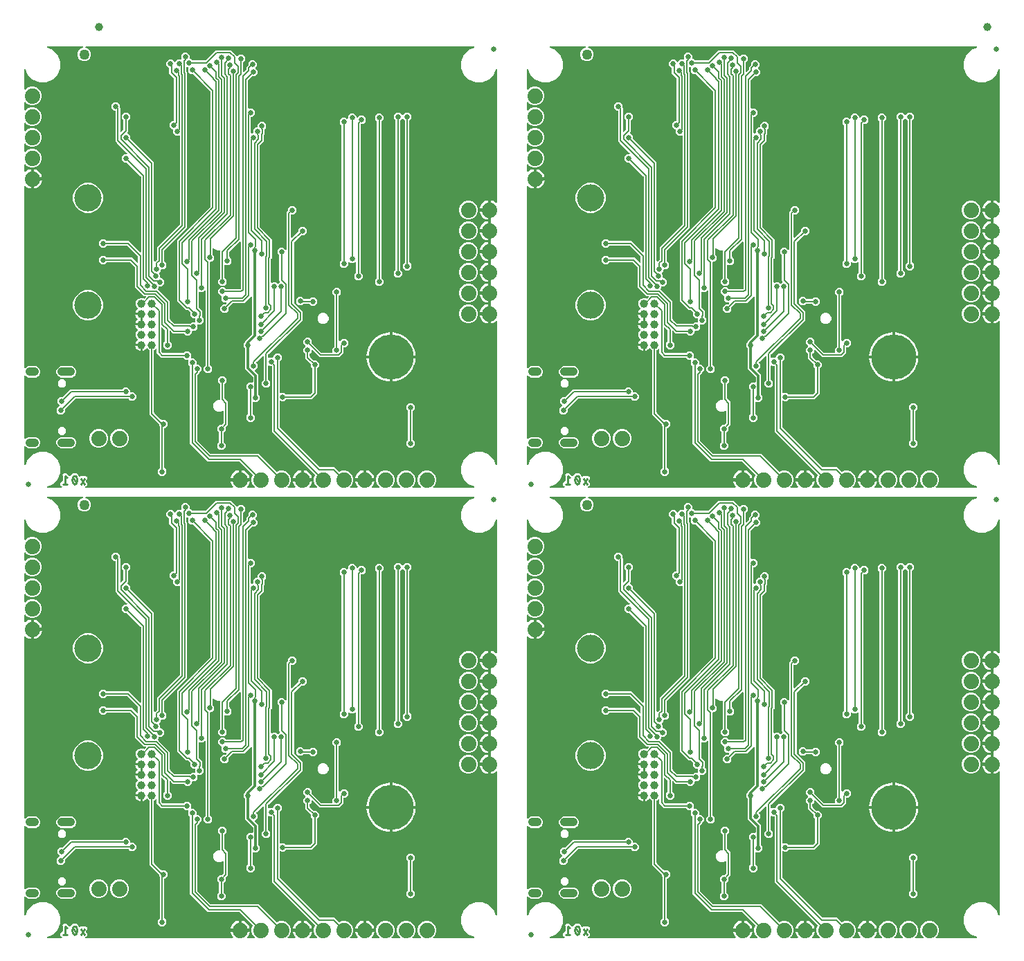
<source format=gbl>
G04 EAGLE Gerber RS-274X export*
G75*
%MOMM*%
%FSLAX34Y34*%
%LPD*%
%INBottom Copper*%
%IPPOS*%
%AMOC8*
5,1,8,0,0,1.08239X$1,22.5*%
G01*
%ADD10C,0.254000*%
%ADD11C,1.000000*%
%ADD12C,0.635000*%
%ADD13C,3.327400*%
%ADD14C,1.879600*%
%ADD15C,1.000000*%
%ADD16C,5.500000*%
%ADD17C,1.270000*%
%ADD18C,0.660400*%
%ADD19C,0.177800*%
%ADD20C,0.304800*%

G36*
X48268Y3056D02*
X48268Y3056D01*
X48319Y3055D01*
X48399Y3076D01*
X48480Y3089D01*
X48526Y3111D01*
X48576Y3125D01*
X48645Y3169D01*
X48719Y3204D01*
X48757Y3239D01*
X48800Y3267D01*
X48853Y3330D01*
X48913Y3386D01*
X48939Y3430D01*
X48972Y3470D01*
X49005Y3545D01*
X49045Y3616D01*
X49056Y3667D01*
X49077Y3714D01*
X49085Y3796D01*
X49103Y3876D01*
X49099Y3927D01*
X49104Y3979D01*
X49088Y4059D01*
X49081Y4141D01*
X49062Y4189D01*
X49052Y4239D01*
X49024Y4283D01*
X48982Y4388D01*
X48869Y4527D01*
X48845Y4565D01*
X47053Y6357D01*
X47053Y8883D01*
X48839Y10669D01*
X48987Y10669D01*
X49088Y10684D01*
X49191Y10692D01*
X49219Y10704D01*
X49250Y10709D01*
X49342Y10753D01*
X49437Y10791D01*
X49461Y10811D01*
X49489Y10824D01*
X49564Y10894D01*
X49644Y10959D01*
X49661Y10985D01*
X49683Y11006D01*
X49734Y11095D01*
X49791Y11180D01*
X49796Y11204D01*
X49815Y11236D01*
X49873Y11496D01*
X49870Y11534D01*
X49875Y11557D01*
X49875Y17562D01*
X49866Y17624D01*
X49870Y17660D01*
X49751Y18724D01*
X49791Y18784D01*
X49796Y18806D01*
X49813Y18836D01*
X49856Y19024D01*
X50614Y19782D01*
X50651Y19832D01*
X50679Y19855D01*
X51348Y20691D01*
X51419Y20705D01*
X51438Y20717D01*
X51471Y20726D01*
X51635Y20829D01*
X52706Y20829D01*
X52768Y20838D01*
X52804Y20834D01*
X53868Y20952D01*
X53928Y20913D01*
X53950Y20908D01*
X53980Y20890D01*
X54168Y20847D01*
X54925Y20090D01*
X54976Y20053D01*
X54999Y20024D01*
X58258Y17417D01*
X58364Y17356D01*
X58468Y17292D01*
X58479Y17289D01*
X58488Y17283D01*
X58607Y17256D01*
X58726Y17226D01*
X58737Y17227D01*
X58748Y17224D01*
X58869Y17234D01*
X58991Y17240D01*
X59002Y17244D01*
X59013Y17245D01*
X59126Y17289D01*
X59241Y17332D01*
X59249Y17338D01*
X59260Y17342D01*
X59355Y17419D01*
X59452Y17493D01*
X59457Y17501D01*
X59467Y17509D01*
X59616Y17729D01*
X59634Y17791D01*
X59653Y17822D01*
X60028Y18915D01*
X62707Y20829D01*
X66000Y20829D01*
X68679Y18915D01*
X69134Y17588D01*
X69167Y17525D01*
X69176Y17486D01*
X69307Y17218D01*
X69324Y17194D01*
X69334Y17166D01*
X69399Y17084D01*
X69458Y16999D01*
X69481Y16981D01*
X69499Y16958D01*
X69585Y16899D01*
X69667Y16834D01*
X69694Y16824D01*
X69719Y16807D01*
X69818Y16776D01*
X69915Y16739D01*
X69944Y16737D01*
X69973Y16729D01*
X70077Y16729D01*
X70180Y16722D01*
X70209Y16729D01*
X70238Y16729D01*
X70286Y16747D01*
X70439Y16783D01*
X70549Y16849D01*
X70598Y16868D01*
X71743Y17631D01*
X74466Y17086D01*
X74732Y17073D01*
X74783Y17086D01*
X74815Y17086D01*
X77539Y17631D01*
X79640Y16230D01*
X80136Y13753D01*
X78633Y11499D01*
X78607Y11444D01*
X78573Y11394D01*
X78551Y11324D01*
X78521Y11259D01*
X78512Y11198D01*
X78494Y11140D01*
X78494Y11067D01*
X78484Y10995D01*
X78494Y10935D01*
X78494Y10874D01*
X78512Y10829D01*
X78527Y10733D01*
X78621Y10545D01*
X78633Y10514D01*
X80136Y8260D01*
X79640Y5784D01*
X77979Y4676D01*
X77975Y4672D01*
X77969Y4670D01*
X77875Y4581D01*
X77782Y4497D01*
X77779Y4492D01*
X77775Y4488D01*
X77712Y4378D01*
X77647Y4268D01*
X77646Y4262D01*
X77643Y4258D01*
X77615Y4133D01*
X77586Y4009D01*
X77586Y4004D01*
X77585Y3998D01*
X77596Y3871D01*
X77604Y3744D01*
X77606Y3739D01*
X77607Y3733D01*
X77654Y3615D01*
X77700Y3496D01*
X77704Y3492D01*
X77706Y3486D01*
X77788Y3386D01*
X77865Y3288D01*
X77870Y3285D01*
X77873Y3280D01*
X77981Y3209D01*
X78084Y3138D01*
X78090Y3136D01*
X78095Y3133D01*
X78114Y3128D01*
X78338Y3059D01*
X78426Y3059D01*
X78471Y3049D01*
X257323Y3049D01*
X257374Y3056D01*
X257426Y3055D01*
X257505Y3076D01*
X257586Y3089D01*
X257632Y3111D01*
X257682Y3125D01*
X257751Y3168D01*
X257825Y3204D01*
X257863Y3240D01*
X257906Y3267D01*
X257959Y3330D01*
X258019Y3386D01*
X258045Y3431D01*
X258078Y3470D01*
X258111Y3545D01*
X258151Y3616D01*
X258163Y3667D01*
X258183Y3714D01*
X258191Y3796D01*
X258209Y3876D01*
X258205Y3927D01*
X258210Y3979D01*
X258194Y4059D01*
X258187Y4141D01*
X258168Y4189D01*
X258158Y4239D01*
X258130Y4283D01*
X258088Y4388D01*
X257975Y4527D01*
X257951Y4565D01*
X257594Y4922D01*
X256489Y6443D01*
X255636Y8117D01*
X255055Y9904D01*
X254894Y10923D01*
X265811Y10923D01*
X265912Y10938D01*
X266015Y10946D01*
X266043Y10958D01*
X266074Y10963D01*
X266166Y11007D01*
X266261Y11045D01*
X266285Y11065D01*
X266313Y11078D01*
X266388Y11148D01*
X266468Y11213D01*
X266485Y11239D01*
X266507Y11260D01*
X266558Y11349D01*
X266615Y11434D01*
X266620Y11458D01*
X266639Y11490D01*
X266697Y11750D01*
X266694Y11788D01*
X266699Y11811D01*
X266699Y12701D01*
X266701Y12701D01*
X266701Y11811D01*
X266716Y11709D01*
X266725Y11607D01*
X266736Y11579D01*
X266741Y11548D01*
X266785Y11456D01*
X266824Y11360D01*
X266843Y11337D01*
X266856Y11309D01*
X266926Y11234D01*
X266991Y11154D01*
X267017Y11137D01*
X267038Y11115D01*
X267127Y11064D01*
X267212Y11007D01*
X267236Y11001D01*
X267269Y10983D01*
X267528Y10925D01*
X267566Y10928D01*
X267589Y10923D01*
X278506Y10923D01*
X278345Y9904D01*
X277764Y8117D01*
X276911Y6443D01*
X275806Y4922D01*
X275449Y4565D01*
X275418Y4524D01*
X275381Y4488D01*
X275340Y4417D01*
X275291Y4351D01*
X275274Y4302D01*
X275249Y4258D01*
X275231Y4178D01*
X275204Y4100D01*
X275202Y4048D01*
X275191Y3998D01*
X275198Y3916D01*
X275195Y3834D01*
X275208Y3785D01*
X275213Y3733D01*
X275243Y3657D01*
X275265Y3578D01*
X275292Y3534D01*
X275312Y3486D01*
X275363Y3423D01*
X275407Y3354D01*
X275447Y3320D01*
X275479Y3280D01*
X275547Y3235D01*
X275610Y3182D01*
X275657Y3161D01*
X275700Y3133D01*
X275751Y3121D01*
X275854Y3077D01*
X276033Y3059D01*
X276077Y3049D01*
X283801Y3049D01*
X283852Y3056D01*
X283903Y3055D01*
X283982Y3076D01*
X284063Y3089D01*
X284110Y3111D01*
X284160Y3125D01*
X284229Y3169D01*
X284303Y3204D01*
X284340Y3239D01*
X284384Y3267D01*
X284437Y3330D01*
X284497Y3386D01*
X284523Y3430D01*
X284556Y3470D01*
X284588Y3545D01*
X284629Y3616D01*
X284640Y3667D01*
X284660Y3714D01*
X284669Y3796D01*
X284687Y3876D01*
X284683Y3927D01*
X284688Y3979D01*
X284672Y4059D01*
X284665Y4141D01*
X284646Y4189D01*
X284636Y4239D01*
X284608Y4283D01*
X284566Y4388D01*
X284453Y4527D01*
X284429Y4565D01*
X282625Y6369D01*
X280923Y10477D01*
X280923Y14923D01*
X282214Y18038D01*
X282228Y18098D01*
X282253Y18155D01*
X282260Y18227D01*
X282277Y18296D01*
X282274Y18358D01*
X282280Y18420D01*
X282266Y18490D01*
X282262Y18562D01*
X282240Y18620D01*
X282228Y18680D01*
X282202Y18721D01*
X282169Y18811D01*
X282038Y18980D01*
X282021Y19006D01*
X265855Y35172D01*
X265838Y35185D01*
X265825Y35201D01*
X265731Y35263D01*
X265641Y35330D01*
X265621Y35337D01*
X265604Y35348D01*
X265559Y35358D01*
X265390Y35417D01*
X265277Y35421D01*
X265227Y35432D01*
X227495Y35432D01*
X205612Y57315D01*
X205612Y151325D01*
X205609Y151345D01*
X205611Y151366D01*
X205589Y151477D01*
X205572Y151587D01*
X205563Y151606D01*
X205559Y151627D01*
X205535Y151665D01*
X205457Y151827D01*
X205380Y151909D01*
X205352Y151953D01*
X203199Y154105D01*
X203199Y158314D01*
X203388Y158503D01*
X203418Y158544D01*
X203456Y158580D01*
X203497Y158651D01*
X203545Y158717D01*
X203562Y158766D01*
X203588Y158810D01*
X203606Y158890D01*
X203633Y158968D01*
X203635Y159020D01*
X203646Y159070D01*
X203639Y159152D01*
X203642Y159234D01*
X203628Y159283D01*
X203624Y159335D01*
X203594Y159411D01*
X203572Y159490D01*
X203544Y159534D01*
X203525Y159582D01*
X203473Y159645D01*
X203429Y159714D01*
X203390Y159748D01*
X203358Y159788D01*
X203289Y159833D01*
X203227Y159886D01*
X203179Y159907D01*
X203136Y159935D01*
X203086Y159947D01*
X202982Y159991D01*
X202804Y160009D01*
X202760Y160019D01*
X199825Y160019D01*
X197673Y162172D01*
X197656Y162185D01*
X197642Y162201D01*
X197549Y162263D01*
X197459Y162330D01*
X197439Y162337D01*
X197421Y162348D01*
X197377Y162358D01*
X197208Y162417D01*
X197095Y162421D01*
X197045Y162432D01*
X170345Y162432D01*
X164972Y167805D01*
X164972Y172291D01*
X164965Y172342D01*
X164966Y172394D01*
X164945Y172473D01*
X164932Y172554D01*
X164910Y172600D01*
X164896Y172650D01*
X164852Y172720D01*
X164817Y172793D01*
X164782Y172831D01*
X164754Y172875D01*
X164691Y172928D01*
X164635Y172988D01*
X164591Y173013D01*
X164551Y173047D01*
X164476Y173079D01*
X164405Y173120D01*
X164354Y173131D01*
X164307Y173151D01*
X164225Y173160D01*
X164145Y173177D01*
X164094Y173173D01*
X164042Y173179D01*
X163962Y173162D01*
X163880Y173156D01*
X163832Y173137D01*
X163782Y173126D01*
X163738Y173099D01*
X163633Y173057D01*
X163494Y172944D01*
X163456Y172919D01*
X162590Y172053D01*
X161966Y171795D01*
X161913Y171763D01*
X161855Y171740D01*
X161800Y171695D01*
X161738Y171658D01*
X161697Y171611D01*
X161649Y171572D01*
X161609Y171513D01*
X161562Y171459D01*
X161536Y171403D01*
X161502Y171351D01*
X161491Y171304D01*
X161452Y171217D01*
X161426Y171017D01*
X161420Y170989D01*
X161420Y170985D01*
X161418Y170974D01*
X161418Y95453D01*
X161421Y95432D01*
X161419Y95411D01*
X161441Y95301D01*
X161458Y95190D01*
X161467Y95171D01*
X161471Y95151D01*
X161495Y95112D01*
X161573Y94951D01*
X161650Y94868D01*
X161678Y94825D01*
X169882Y86621D01*
X169899Y86608D01*
X169912Y86592D01*
X170006Y86530D01*
X170096Y86463D01*
X170116Y86456D01*
X170133Y86445D01*
X170178Y86435D01*
X170347Y86376D01*
X170460Y86372D01*
X170510Y86361D01*
X174825Y86361D01*
X177801Y83385D01*
X177801Y79175D01*
X174800Y76175D01*
X174774Y76164D01*
X174743Y76159D01*
X174651Y76115D01*
X174555Y76077D01*
X174532Y76057D01*
X174504Y76044D01*
X174429Y75974D01*
X174349Y75909D01*
X174332Y75883D01*
X174310Y75862D01*
X174259Y75773D01*
X174202Y75688D01*
X174196Y75664D01*
X174178Y75632D01*
X174120Y75372D01*
X174123Y75334D01*
X174118Y75311D01*
X174118Y27745D01*
X174121Y27725D01*
X174119Y27704D01*
X174141Y27593D01*
X174158Y27483D01*
X174167Y27464D01*
X174171Y27443D01*
X174195Y27404D01*
X174273Y27243D01*
X174350Y27161D01*
X174378Y27117D01*
X176531Y24965D01*
X176531Y20755D01*
X173555Y17779D01*
X169345Y17779D01*
X166369Y20755D01*
X166369Y24965D01*
X168522Y27117D01*
X168535Y27134D01*
X168551Y27147D01*
X168613Y27241D01*
X168680Y27331D01*
X168687Y27351D01*
X168698Y27369D01*
X168708Y27413D01*
X168767Y27582D01*
X168771Y27695D01*
X168782Y27745D01*
X168782Y77665D01*
X168779Y77685D01*
X168781Y77706D01*
X168765Y77789D01*
X168759Y77866D01*
X168748Y77892D01*
X168742Y77927D01*
X168733Y77946D01*
X168729Y77967D01*
X168705Y78005D01*
X168691Y78033D01*
X168660Y78112D01*
X168643Y78132D01*
X168627Y78167D01*
X168550Y78249D01*
X168522Y78293D01*
X167639Y79175D01*
X167639Y80950D01*
X167636Y80971D01*
X167638Y80992D01*
X167616Y81102D01*
X167599Y81213D01*
X167590Y81232D01*
X167586Y81252D01*
X167562Y81291D01*
X167484Y81452D01*
X167407Y81535D01*
X167379Y81578D01*
X156082Y92875D01*
X156082Y170974D01*
X156073Y171036D01*
X156074Y171098D01*
X156053Y171166D01*
X156042Y171237D01*
X156016Y171293D01*
X155998Y171352D01*
X155958Y171412D01*
X155927Y171476D01*
X155884Y171522D01*
X155850Y171573D01*
X155811Y171601D01*
X155745Y171671D01*
X155560Y171777D01*
X155534Y171795D01*
X154910Y172053D01*
X153499Y173464D01*
X153453Y173498D01*
X153414Y173539D01*
X153347Y173577D01*
X153285Y173622D01*
X153231Y173641D01*
X153182Y173668D01*
X153107Y173684D01*
X153034Y173710D01*
X152977Y173712D01*
X152922Y173723D01*
X152845Y173716D01*
X152768Y173719D01*
X152713Y173704D01*
X152657Y173698D01*
X152586Y173669D01*
X152512Y173649D01*
X152464Y173618D01*
X152411Y173597D01*
X152375Y173562D01*
X152287Y173506D01*
X152161Y173357D01*
X152132Y173330D01*
X151907Y172993D01*
X150857Y171943D01*
X149622Y171117D01*
X148250Y170549D01*
X147319Y170364D01*
X147319Y177419D01*
X147304Y177520D01*
X147296Y177623D01*
X147284Y177651D01*
X147279Y177682D01*
X147235Y177774D01*
X147197Y177869D01*
X147177Y177893D01*
X147164Y177921D01*
X147094Y177996D01*
X147029Y178076D01*
X147003Y178093D01*
X146982Y178115D01*
X146893Y178166D01*
X146808Y178223D01*
X146784Y178228D01*
X146752Y178247D01*
X146541Y178294D01*
X146533Y178385D01*
X146522Y178413D01*
X146517Y178444D01*
X146473Y178536D01*
X146434Y178632D01*
X146415Y178655D01*
X146402Y178683D01*
X146331Y178758D01*
X146267Y178838D01*
X146241Y178855D01*
X146220Y178877D01*
X146131Y178928D01*
X146046Y178985D01*
X146022Y178991D01*
X145989Y179009D01*
X145730Y179067D01*
X145692Y179064D01*
X145669Y179069D01*
X138614Y179069D01*
X138799Y180000D01*
X139367Y181372D01*
X140193Y182607D01*
X141243Y183657D01*
X141580Y183882D01*
X141622Y183921D01*
X141670Y183951D01*
X141720Y184010D01*
X141776Y184061D01*
X141805Y184110D01*
X141842Y184154D01*
X141872Y184224D01*
X141911Y184291D01*
X141924Y184346D01*
X141946Y184398D01*
X141954Y184474D01*
X141972Y184549D01*
X141968Y184606D01*
X141974Y184663D01*
X141959Y184738D01*
X141953Y184814D01*
X141933Y184867D01*
X141922Y184923D01*
X141895Y184966D01*
X141857Y185062D01*
X141736Y185215D01*
X141714Y185249D01*
X140303Y186660D01*
X139271Y189152D01*
X139271Y191848D01*
X140303Y194340D01*
X141714Y195751D01*
X141748Y195797D01*
X141789Y195836D01*
X141827Y195903D01*
X141872Y195965D01*
X141891Y196019D01*
X141918Y196068D01*
X141934Y196143D01*
X141960Y196216D01*
X141962Y196273D01*
X141973Y196328D01*
X141966Y196405D01*
X141969Y196482D01*
X141954Y196537D01*
X141948Y196593D01*
X141919Y196664D01*
X141899Y196738D01*
X141868Y196786D01*
X141847Y196839D01*
X141812Y196875D01*
X141756Y196963D01*
X141607Y197089D01*
X141580Y197118D01*
X141243Y197343D01*
X140193Y198393D01*
X139367Y199628D01*
X138799Y201000D01*
X138614Y201931D01*
X145669Y201931D01*
X145770Y201946D01*
X145873Y201954D01*
X145901Y201966D01*
X145932Y201970D01*
X146024Y202015D01*
X146119Y202053D01*
X146143Y202073D01*
X146171Y202086D01*
X146246Y202156D01*
X146326Y202221D01*
X146343Y202247D01*
X146365Y202268D01*
X146416Y202357D01*
X146473Y202442D01*
X146478Y202466D01*
X146497Y202498D01*
X146544Y202709D01*
X146635Y202717D01*
X146663Y202728D01*
X146694Y202733D01*
X146786Y202777D01*
X146882Y202816D01*
X146905Y202835D01*
X146933Y202848D01*
X147008Y202919D01*
X147088Y202983D01*
X147105Y203009D01*
X147127Y203030D01*
X147178Y203119D01*
X147235Y203204D01*
X147241Y203228D01*
X147259Y203261D01*
X147317Y203520D01*
X147314Y203558D01*
X147319Y203581D01*
X147319Y215519D01*
X147304Y215620D01*
X147296Y215723D01*
X147284Y215751D01*
X147279Y215782D01*
X147235Y215874D01*
X147197Y215969D01*
X147177Y215993D01*
X147164Y216021D01*
X147094Y216096D01*
X147029Y216176D01*
X147003Y216193D01*
X146982Y216215D01*
X146893Y216266D01*
X146808Y216323D01*
X146784Y216328D01*
X146752Y216347D01*
X146541Y216394D01*
X146533Y216485D01*
X146522Y216513D01*
X146517Y216544D01*
X146473Y216636D01*
X146434Y216732D01*
X146415Y216755D01*
X146402Y216783D01*
X146331Y216858D01*
X146267Y216938D01*
X146241Y216955D01*
X146220Y216977D01*
X146131Y217028D01*
X146046Y217085D01*
X146022Y217091D01*
X145989Y217109D01*
X145730Y217167D01*
X145692Y217164D01*
X145669Y217169D01*
X138614Y217169D01*
X138799Y218100D01*
X139367Y219472D01*
X140193Y220707D01*
X141243Y221757D01*
X141580Y221982D01*
X141622Y222021D01*
X141670Y222051D01*
X141719Y222110D01*
X141776Y222161D01*
X141805Y222210D01*
X141842Y222254D01*
X141872Y222324D01*
X141911Y222391D01*
X141924Y222446D01*
X141946Y222498D01*
X141954Y222574D01*
X141972Y222649D01*
X141968Y222706D01*
X141974Y222763D01*
X141959Y222838D01*
X141953Y222914D01*
X141933Y222967D01*
X141922Y223023D01*
X141895Y223066D01*
X141857Y223162D01*
X141736Y223315D01*
X141714Y223349D01*
X140303Y224760D01*
X139271Y227252D01*
X139271Y229948D01*
X140303Y232440D01*
X142210Y234347D01*
X144702Y235379D01*
X147398Y235379D01*
X149335Y234576D01*
X149395Y234562D01*
X149453Y234537D01*
X149524Y234530D01*
X149593Y234513D01*
X149655Y234516D01*
X149717Y234510D01*
X149787Y234524D01*
X149859Y234528D01*
X149917Y234550D01*
X149978Y234562D01*
X150018Y234588D01*
X150108Y234621D01*
X150277Y234752D01*
X150303Y234769D01*
X151534Y235999D01*
X151565Y236041D01*
X151602Y236076D01*
X151643Y236147D01*
X151692Y236213D01*
X151709Y236262D01*
X151734Y236307D01*
X151752Y236387D01*
X151779Y236464D01*
X151781Y236516D01*
X151792Y236566D01*
X151785Y236648D01*
X151788Y236730D01*
X151775Y236780D01*
X151770Y236831D01*
X151740Y236907D01*
X151718Y236987D01*
X151691Y237030D01*
X151671Y237078D01*
X151620Y237142D01*
X151576Y237211D01*
X151536Y237244D01*
X151504Y237284D01*
X151435Y237330D01*
X151373Y237383D01*
X151326Y237403D01*
X151283Y237432D01*
X151232Y237443D01*
X151129Y237487D01*
X150950Y237506D01*
X150906Y237516D01*
X149075Y237516D01*
X147252Y239339D01*
X138471Y248119D01*
X138471Y272847D01*
X138468Y272868D01*
X138470Y272889D01*
X138448Y272999D01*
X138431Y273110D01*
X138422Y273129D01*
X138418Y273149D01*
X138394Y273188D01*
X138316Y273349D01*
X138239Y273432D01*
X138211Y273475D01*
X132674Y279012D01*
X132657Y279025D01*
X132644Y279041D01*
X132550Y279103D01*
X132460Y279170D01*
X132440Y279177D01*
X132423Y279188D01*
X132378Y279198D01*
X132209Y279257D01*
X132096Y279261D01*
X132046Y279272D01*
X103945Y279272D01*
X103925Y279269D01*
X103904Y279271D01*
X103793Y279249D01*
X103683Y279232D01*
X103664Y279223D01*
X103643Y279219D01*
X103605Y279195D01*
X103443Y279117D01*
X103361Y279040D01*
X103317Y279012D01*
X101165Y276859D01*
X96955Y276859D01*
X93979Y279835D01*
X93979Y284045D01*
X96955Y287021D01*
X101165Y287021D01*
X103317Y284868D01*
X103327Y284861D01*
X103331Y284855D01*
X103338Y284851D01*
X103348Y284839D01*
X103441Y284777D01*
X103531Y284710D01*
X103551Y284703D01*
X103569Y284692D01*
X103613Y284682D01*
X103782Y284623D01*
X103895Y284619D01*
X103945Y284608D01*
X134624Y284608D01*
X140511Y278721D01*
X140552Y278690D01*
X140588Y278652D01*
X140659Y278612D01*
X140725Y278563D01*
X140774Y278546D01*
X140818Y278521D01*
X140898Y278503D01*
X140976Y278476D01*
X141028Y278474D01*
X141078Y278463D01*
X141160Y278469D01*
X141242Y278467D01*
X141291Y278480D01*
X141343Y278484D01*
X141419Y278515D01*
X141498Y278536D01*
X141542Y278564D01*
X141590Y278583D01*
X141653Y278635D01*
X141722Y278679D01*
X141756Y278718D01*
X141796Y278751D01*
X141841Y278819D01*
X141894Y278882D01*
X141915Y278929D01*
X141943Y278972D01*
X141955Y279022D01*
X141999Y279126D01*
X142017Y279304D01*
X142027Y279349D01*
X142027Y285547D01*
X142024Y285568D01*
X142026Y285589D01*
X142005Y285693D01*
X142004Y285716D01*
X142001Y285724D01*
X141987Y285810D01*
X141978Y285829D01*
X141974Y285849D01*
X141950Y285888D01*
X141872Y286049D01*
X141795Y286132D01*
X141767Y286175D01*
X128610Y299332D01*
X128593Y299345D01*
X128580Y299361D01*
X128486Y299423D01*
X128396Y299490D01*
X128376Y299497D01*
X128359Y299508D01*
X128314Y299518D01*
X128145Y299577D01*
X128032Y299581D01*
X127982Y299592D01*
X103945Y299592D01*
X103925Y299589D01*
X103904Y299591D01*
X103793Y299569D01*
X103683Y299552D01*
X103664Y299543D01*
X103643Y299539D01*
X103605Y299515D01*
X103443Y299437D01*
X103361Y299360D01*
X103317Y299332D01*
X101165Y297179D01*
X96955Y297179D01*
X93979Y300155D01*
X93979Y304365D01*
X96955Y307341D01*
X101165Y307341D01*
X103317Y305188D01*
X103334Y305175D01*
X103348Y305159D01*
X103441Y305097D01*
X103531Y305030D01*
X103551Y305023D01*
X103569Y305012D01*
X103613Y305002D01*
X103782Y304943D01*
X103895Y304939D01*
X103945Y304928D01*
X130560Y304928D01*
X144067Y291421D01*
X144108Y291390D01*
X144144Y291352D01*
X144215Y291312D01*
X144281Y291263D01*
X144330Y291246D01*
X144374Y291221D01*
X144454Y291203D01*
X144532Y291176D01*
X144584Y291174D01*
X144634Y291163D01*
X144716Y291169D01*
X144798Y291167D01*
X144847Y291180D01*
X144899Y291184D01*
X144975Y291215D01*
X145054Y291236D01*
X145098Y291264D01*
X145146Y291283D01*
X145209Y291335D01*
X145278Y291379D01*
X145312Y291418D01*
X145352Y291451D01*
X145397Y291519D01*
X145450Y291582D01*
X145471Y291629D01*
X145499Y291672D01*
X145511Y291722D01*
X145555Y291826D01*
X145573Y292004D01*
X145583Y292049D01*
X145583Y383676D01*
X145580Y383697D01*
X145582Y383718D01*
X145560Y383828D01*
X145543Y383939D01*
X145534Y383958D01*
X145530Y383978D01*
X145506Y384017D01*
X145428Y384178D01*
X145351Y384261D01*
X145323Y384304D01*
X128568Y401059D01*
X128551Y401072D01*
X128538Y401088D01*
X128444Y401150D01*
X128354Y401217D01*
X128334Y401224D01*
X128317Y401235D01*
X128272Y401245D01*
X128103Y401304D01*
X127990Y401308D01*
X127940Y401319D01*
X124895Y401319D01*
X121919Y404295D01*
X121919Y408505D01*
X124895Y411481D01*
X127932Y411481D01*
X127983Y411488D01*
X128034Y411487D01*
X128113Y411508D01*
X128194Y411521D01*
X128241Y411543D01*
X128291Y411557D01*
X128360Y411601D01*
X128434Y411636D01*
X128471Y411671D01*
X128515Y411699D01*
X128568Y411762D01*
X128628Y411818D01*
X128654Y411862D01*
X128687Y411902D01*
X128719Y411977D01*
X128760Y412048D01*
X128771Y412099D01*
X128791Y412146D01*
X128800Y412228D01*
X128818Y412308D01*
X128814Y412359D01*
X128819Y412411D01*
X128803Y412491D01*
X128796Y412573D01*
X128777Y412621D01*
X128767Y412671D01*
X128739Y412715D01*
X128697Y412820D01*
X128584Y412959D01*
X128560Y412997D01*
X116630Y424927D01*
X114807Y426749D01*
X114807Y463931D01*
X114792Y464033D01*
X114784Y464135D01*
X114772Y464163D01*
X114767Y464194D01*
X114723Y464286D01*
X114685Y464382D01*
X114665Y464405D01*
X114652Y464433D01*
X114582Y464508D01*
X114517Y464588D01*
X114491Y464605D01*
X114470Y464627D01*
X114381Y464678D01*
X114296Y464735D01*
X114272Y464741D01*
X114240Y464759D01*
X113980Y464817D01*
X113942Y464814D01*
X113919Y464819D01*
X112195Y464819D01*
X109219Y467795D01*
X109219Y472005D01*
X112195Y474981D01*
X116405Y474981D01*
X119381Y472005D01*
X119381Y468960D01*
X119384Y468939D01*
X119382Y468918D01*
X119404Y468808D01*
X119421Y468697D01*
X119430Y468678D01*
X119434Y468658D01*
X119458Y468619D01*
X119536Y468458D01*
X119613Y468375D01*
X119641Y468332D01*
X120143Y467830D01*
X120143Y439301D01*
X120150Y439250D01*
X120149Y439199D01*
X120170Y439120D01*
X120183Y439039D01*
X120205Y438992D01*
X120219Y438942D01*
X120263Y438873D01*
X120298Y438799D01*
X120333Y438762D01*
X120361Y438718D01*
X120424Y438665D01*
X120480Y438605D01*
X120524Y438579D01*
X120564Y438546D01*
X120639Y438514D01*
X120710Y438473D01*
X120761Y438462D01*
X120808Y438442D01*
X120890Y438433D01*
X120970Y438415D01*
X121021Y438419D01*
X121073Y438414D01*
X121153Y438430D01*
X121235Y438437D01*
X121283Y438456D01*
X121333Y438466D01*
X121377Y438494D01*
X121482Y438536D01*
X121621Y438649D01*
X121659Y438673D01*
X124072Y441086D01*
X124085Y441103D01*
X124101Y441117D01*
X124163Y441210D01*
X124230Y441300D01*
X124237Y441320D01*
X124248Y441338D01*
X124258Y441382D01*
X124317Y441551D01*
X124321Y441664D01*
X124332Y441714D01*
X124332Y452315D01*
X124329Y452335D01*
X124331Y452356D01*
X124309Y452467D01*
X124292Y452577D01*
X124283Y452596D01*
X124279Y452617D01*
X124255Y452655D01*
X124177Y452817D01*
X124100Y452899D01*
X124072Y452943D01*
X121919Y455095D01*
X121919Y459305D01*
X124895Y462281D01*
X129105Y462281D01*
X132081Y459305D01*
X132081Y455095D01*
X129928Y452943D01*
X129915Y452926D01*
X129899Y452912D01*
X129837Y452819D01*
X129770Y452729D01*
X129763Y452709D01*
X129752Y452691D01*
X129742Y452647D01*
X129683Y452478D01*
X129679Y452365D01*
X129668Y452315D01*
X129668Y439136D01*
X128886Y438355D01*
X128825Y438272D01*
X128759Y438194D01*
X128747Y438166D01*
X128729Y438141D01*
X128695Y438044D01*
X128655Y437950D01*
X128651Y437919D01*
X128641Y437890D01*
X128638Y437788D01*
X128627Y437685D01*
X128633Y437655D01*
X128632Y437624D01*
X128659Y437525D01*
X128679Y437425D01*
X128692Y437405D01*
X128702Y437368D01*
X128845Y437144D01*
X128873Y437119D01*
X128886Y437099D01*
X132081Y433905D01*
X132081Y430860D01*
X132084Y430839D01*
X132082Y430818D01*
X132104Y430708D01*
X132121Y430597D01*
X132130Y430578D01*
X132134Y430558D01*
X132158Y430519D01*
X132236Y430358D01*
X132313Y430275D01*
X132341Y430232D01*
X161587Y400986D01*
X161587Y280534D01*
X161594Y280483D01*
X161593Y280431D01*
X161614Y280352D01*
X161627Y280271D01*
X161649Y280225D01*
X161663Y280175D01*
X161707Y280106D01*
X161742Y280032D01*
X161777Y279994D01*
X161805Y279950D01*
X161868Y279897D01*
X161924Y279837D01*
X161968Y279812D01*
X162008Y279778D01*
X162083Y279746D01*
X162154Y279706D01*
X162205Y279694D01*
X162252Y279674D01*
X162334Y279666D01*
X162414Y279648D01*
X162465Y279652D01*
X162517Y279647D01*
X162597Y279663D01*
X162679Y279669D01*
X162727Y279689D01*
X162777Y279699D01*
X162821Y279726D01*
X162926Y279768D01*
X163065Y279881D01*
X163103Y279906D01*
X164966Y281769D01*
X164979Y281786D01*
X164995Y281799D01*
X165057Y281893D01*
X165124Y281983D01*
X165131Y282003D01*
X165142Y282020D01*
X165152Y282065D01*
X165211Y282234D01*
X165215Y282347D01*
X165226Y282397D01*
X165226Y297218D01*
X192906Y324898D01*
X192919Y324915D01*
X192935Y324928D01*
X192997Y325022D01*
X193064Y325112D01*
X193071Y325132D01*
X193082Y325149D01*
X193092Y325194D01*
X193151Y325363D01*
X193155Y325476D01*
X193166Y325526D01*
X193166Y433451D01*
X193151Y433553D01*
X193143Y433655D01*
X193131Y433683D01*
X193126Y433714D01*
X193082Y433806D01*
X193044Y433902D01*
X193024Y433925D01*
X193011Y433953D01*
X192941Y434028D01*
X192876Y434108D01*
X192850Y434125D01*
X192829Y434147D01*
X192740Y434198D01*
X192655Y434255D01*
X192631Y434261D01*
X192599Y434279D01*
X192339Y434337D01*
X192301Y434334D01*
X192278Y434339D01*
X187760Y434339D01*
X184784Y437315D01*
X184784Y440966D01*
X184769Y441067D01*
X184761Y441169D01*
X184749Y441198D01*
X184744Y441228D01*
X184700Y441321D01*
X184662Y441416D01*
X184642Y441440D01*
X184629Y441468D01*
X184559Y441543D01*
X184494Y441622D01*
X184468Y441639D01*
X184447Y441662D01*
X184358Y441713D01*
X184273Y441770D01*
X184249Y441775D01*
X184217Y441794D01*
X183957Y441852D01*
X183919Y441849D01*
X183896Y441854D01*
X183421Y441854D01*
X180445Y444830D01*
X180445Y449039D01*
X183421Y452015D01*
X185166Y452015D01*
X185268Y452031D01*
X185370Y452039D01*
X185398Y452050D01*
X185429Y452055D01*
X185521Y452100D01*
X185617Y452138D01*
X185640Y452157D01*
X185668Y452171D01*
X185743Y452241D01*
X185823Y452306D01*
X185840Y452331D01*
X185862Y452352D01*
X185913Y452441D01*
X185970Y452527D01*
X185976Y452550D01*
X185994Y452583D01*
X186052Y452842D01*
X186049Y452880D01*
X186054Y452903D01*
X186054Y503878D01*
X186051Y503898D01*
X186053Y503919D01*
X186031Y504030D01*
X186014Y504140D01*
X186005Y504159D01*
X186001Y504180D01*
X185977Y504218D01*
X185899Y504380D01*
X185822Y504462D01*
X185794Y504506D01*
X180127Y510172D01*
X180127Y516001D01*
X180112Y516103D01*
X180104Y516205D01*
X180092Y516233D01*
X180087Y516264D01*
X180043Y516356D01*
X180005Y516452D01*
X179985Y516475D01*
X179972Y516503D01*
X179902Y516578D01*
X179837Y516658D01*
X179811Y516675D01*
X179790Y516697D01*
X179701Y516748D01*
X179616Y516805D01*
X179592Y516811D01*
X179573Y516822D01*
X176529Y519865D01*
X176529Y524075D01*
X179505Y527051D01*
X183715Y527051D01*
X186443Y524322D01*
X186526Y524261D01*
X186604Y524195D01*
X186632Y524183D01*
X186657Y524165D01*
X186754Y524131D01*
X186848Y524091D01*
X186879Y524087D01*
X186908Y524077D01*
X187011Y524074D01*
X187113Y524063D01*
X187143Y524069D01*
X187174Y524068D01*
X187273Y524095D01*
X187373Y524115D01*
X187394Y524128D01*
X187430Y524138D01*
X187654Y524281D01*
X187679Y524310D01*
X187699Y524322D01*
X190427Y527051D01*
X193870Y527051D01*
X193921Y527058D01*
X193973Y527057D01*
X194052Y527078D01*
X194132Y527091D01*
X194179Y527113D01*
X194229Y527127D01*
X194298Y527171D01*
X194372Y527206D01*
X194410Y527242D01*
X194453Y527270D01*
X194506Y527332D01*
X194566Y527388D01*
X194592Y527433D01*
X194625Y527472D01*
X194657Y527547D01*
X194698Y527618D01*
X194709Y527669D01*
X194730Y527717D01*
X194738Y527798D01*
X194756Y527878D01*
X194752Y527930D01*
X194757Y527981D01*
X194741Y528061D01*
X194734Y528143D01*
X194732Y528148D01*
X194732Y532542D01*
X197708Y535518D01*
X201918Y535518D01*
X204894Y532542D01*
X204894Y529209D01*
X204909Y529107D01*
X204917Y529005D01*
X204929Y528977D01*
X204934Y528946D01*
X204978Y528854D01*
X205016Y528758D01*
X205036Y528735D01*
X205049Y528707D01*
X205119Y528632D01*
X205184Y528552D01*
X205210Y528535D01*
X205231Y528513D01*
X205320Y528462D01*
X205405Y528405D01*
X205429Y528399D01*
X205461Y528381D01*
X205721Y528323D01*
X205759Y528326D01*
X205782Y528321D01*
X206575Y528321D01*
X208727Y526168D01*
X208744Y526155D01*
X208758Y526139D01*
X208851Y526077D01*
X208941Y526010D01*
X208961Y526003D01*
X208979Y525992D01*
X209023Y525982D01*
X209192Y525923D01*
X209305Y525919D01*
X209355Y525908D01*
X224027Y525908D01*
X224047Y525911D01*
X224068Y525909D01*
X224179Y525931D01*
X224289Y525948D01*
X224308Y525957D01*
X224329Y525961D01*
X224367Y525985D01*
X224529Y526063D01*
X224611Y526140D01*
X224655Y526168D01*
X236713Y538227D01*
X255800Y538227D01*
X257622Y536404D01*
X262617Y531409D01*
X262700Y531348D01*
X262778Y531281D01*
X262807Y531269D01*
X262831Y531251D01*
X262928Y531217D01*
X263023Y531177D01*
X263053Y531174D01*
X263082Y531164D01*
X263185Y531160D01*
X263287Y531150D01*
X263317Y531156D01*
X263348Y531155D01*
X263447Y531182D01*
X263548Y531202D01*
X263568Y531215D01*
X263605Y531224D01*
X263829Y531367D01*
X263853Y531396D01*
X263874Y531409D01*
X265865Y533401D01*
X270075Y533401D01*
X273051Y530425D01*
X273051Y526215D01*
X270771Y523936D01*
X270758Y523919D01*
X270742Y523905D01*
X270680Y523812D01*
X270613Y523722D01*
X270606Y523702D01*
X270595Y523684D01*
X270585Y523640D01*
X270526Y523471D01*
X270522Y523358D01*
X270511Y523308D01*
X270511Y512648D01*
X270518Y512597D01*
X270517Y512545D01*
X270538Y512466D01*
X270551Y512385D01*
X270573Y512339D01*
X270587Y512289D01*
X270631Y512220D01*
X270666Y512146D01*
X270701Y512108D01*
X270729Y512064D01*
X270792Y512011D01*
X270848Y511951D01*
X270892Y511926D01*
X270932Y511892D01*
X271007Y511860D01*
X271078Y511820D01*
X271129Y511808D01*
X271176Y511788D01*
X271258Y511780D01*
X271338Y511762D01*
X271389Y511766D01*
X271441Y511761D01*
X271521Y511777D01*
X271603Y511783D01*
X271651Y511803D01*
X271701Y511813D01*
X271745Y511840D01*
X271850Y511882D01*
X271989Y511995D01*
X272027Y512020D01*
X274144Y514137D01*
X274157Y514154D01*
X274173Y514167D01*
X274235Y514261D01*
X274302Y514351D01*
X274309Y514371D01*
X274320Y514388D01*
X274330Y514433D01*
X274389Y514602D01*
X274393Y514715D01*
X274404Y514765D01*
X274404Y517928D01*
X276811Y520334D01*
X276824Y520351D01*
X276840Y520365D01*
X276902Y520458D01*
X276969Y520548D01*
X276976Y520568D01*
X276987Y520586D01*
X276997Y520630D01*
X277056Y520799D01*
X277060Y520912D01*
X277071Y520962D01*
X277071Y523017D01*
X280047Y525993D01*
X284257Y525993D01*
X287233Y523017D01*
X287233Y518807D01*
X285859Y517434D01*
X285798Y517351D01*
X285731Y517273D01*
X285719Y517244D01*
X285701Y517220D01*
X285667Y517123D01*
X285627Y517028D01*
X285624Y516998D01*
X285614Y516969D01*
X285610Y516866D01*
X285600Y516764D01*
X285606Y516734D01*
X285605Y516703D01*
X285632Y516604D01*
X285652Y516503D01*
X285665Y516483D01*
X285674Y516446D01*
X285817Y516222D01*
X285846Y516198D01*
X285859Y516177D01*
X288122Y513915D01*
X288122Y509705D01*
X285146Y506729D01*
X282219Y506729D01*
X282198Y506726D01*
X282177Y506728D01*
X282067Y506706D01*
X281956Y506689D01*
X281937Y506680D01*
X281917Y506676D01*
X281878Y506652D01*
X281717Y506574D01*
X281634Y506497D01*
X281591Y506469D01*
X276740Y501618D01*
X276727Y501601D01*
X276711Y501588D01*
X276649Y501494D01*
X276582Y501404D01*
X276575Y501384D01*
X276564Y501367D01*
X276554Y501322D01*
X276495Y501153D01*
X276491Y501040D01*
X276480Y500990D01*
X276480Y468249D01*
X276495Y468147D01*
X276503Y468045D01*
X276515Y468017D01*
X276520Y467986D01*
X276564Y467894D01*
X276602Y467798D01*
X276622Y467775D01*
X276635Y467747D01*
X276705Y467672D01*
X276770Y467592D01*
X276796Y467575D01*
X276817Y467553D01*
X276906Y467502D01*
X276991Y467445D01*
X277015Y467439D01*
X277047Y467421D01*
X277307Y467363D01*
X277345Y467366D01*
X277368Y467361D01*
X281886Y467361D01*
X284862Y464385D01*
X284862Y460175D01*
X281886Y457199D01*
X280924Y457199D01*
X280822Y457184D01*
X280720Y457176D01*
X280692Y457164D01*
X280661Y457159D01*
X280569Y457115D01*
X280473Y457077D01*
X280450Y457057D01*
X280422Y457044D01*
X280347Y456974D01*
X280267Y456909D01*
X280250Y456883D01*
X280228Y456862D01*
X280177Y456773D01*
X280120Y456688D01*
X280114Y456664D01*
X280096Y456632D01*
X280038Y456372D01*
X280041Y456334D01*
X280036Y456311D01*
X280036Y437769D01*
X280051Y437667D01*
X280059Y437565D01*
X280071Y437537D01*
X280076Y437506D01*
X280120Y437414D01*
X280158Y437318D01*
X280178Y437295D01*
X280191Y437267D01*
X280261Y437192D01*
X280326Y437112D01*
X280352Y437095D01*
X280373Y437073D01*
X280462Y437022D01*
X280547Y436965D01*
X280571Y436959D01*
X280603Y436941D01*
X280863Y436883D01*
X280901Y436886D01*
X280924Y436881D01*
X281864Y436881D01*
X281966Y436896D01*
X282068Y436904D01*
X282096Y436916D01*
X282127Y436921D01*
X282219Y436965D01*
X282315Y437003D01*
X282338Y437023D01*
X282366Y437036D01*
X282441Y437106D01*
X282521Y437171D01*
X282538Y437197D01*
X282560Y437218D01*
X282611Y437307D01*
X282668Y437392D01*
X282674Y437416D01*
X282692Y437448D01*
X282750Y437708D01*
X282747Y437746D01*
X282752Y437769D01*
X282752Y441263D01*
X285728Y444239D01*
X287401Y444239D01*
X287503Y444254D01*
X287605Y444262D01*
X287633Y444274D01*
X287664Y444279D01*
X287756Y444323D01*
X287852Y444361D01*
X287875Y444381D01*
X287903Y444394D01*
X287978Y444464D01*
X288058Y444529D01*
X288075Y444555D01*
X288097Y444576D01*
X288148Y444665D01*
X288205Y444750D01*
X288211Y444774D01*
X288229Y444806D01*
X288287Y445066D01*
X288284Y445104D01*
X288289Y445127D01*
X288289Y447875D01*
X291265Y450851D01*
X295475Y450851D01*
X298451Y447875D01*
X298451Y443665D01*
X296730Y441945D01*
X296717Y441928D01*
X296701Y441914D01*
X296639Y441821D01*
X296572Y441731D01*
X296565Y441711D01*
X296554Y441693D01*
X296544Y441649D01*
X296485Y441480D01*
X296481Y441367D01*
X296470Y441317D01*
X296470Y435580D01*
X295790Y434901D01*
X295777Y434884D01*
X295761Y434870D01*
X295699Y434777D01*
X295632Y434687D01*
X295625Y434667D01*
X295614Y434649D01*
X295604Y434605D01*
X295545Y434436D01*
X295541Y434323D01*
X295530Y434273D01*
X295530Y426749D01*
X290964Y422184D01*
X290951Y422167D01*
X290935Y422153D01*
X290873Y422060D01*
X290806Y421970D01*
X290799Y421950D01*
X290788Y421932D01*
X290778Y421888D01*
X290719Y421719D01*
X290715Y421606D01*
X290704Y421556D01*
X290704Y322486D01*
X290707Y322466D01*
X290705Y322445D01*
X290727Y322334D01*
X290744Y322224D01*
X290753Y322205D01*
X290757Y322184D01*
X290781Y322146D01*
X290859Y321984D01*
X290936Y321902D01*
X290964Y321858D01*
X305563Y307260D01*
X305563Y284118D01*
X304934Y283490D01*
X304921Y283473D01*
X304905Y283459D01*
X304843Y283366D01*
X304776Y283276D01*
X304769Y283256D01*
X304758Y283238D01*
X304748Y283194D01*
X304747Y283191D01*
X304734Y283168D01*
X304725Y283127D01*
X304689Y283025D01*
X304686Y282956D01*
X304676Y282909D01*
X304678Y282881D01*
X304674Y282862D01*
X304674Y254562D01*
X304681Y254511D01*
X304680Y254460D01*
X304701Y254381D01*
X304714Y254300D01*
X304736Y254253D01*
X304750Y254203D01*
X304794Y254134D01*
X304829Y254060D01*
X304865Y254022D01*
X304892Y253979D01*
X304955Y253926D01*
X305011Y253866D01*
X305056Y253840D01*
X305095Y253807D01*
X305170Y253775D01*
X305241Y253734D01*
X305292Y253723D01*
X305339Y253703D01*
X305421Y253694D01*
X305501Y253676D01*
X305552Y253680D01*
X305604Y253675D01*
X305684Y253691D01*
X305766Y253698D01*
X305814Y253717D01*
X305864Y253727D01*
X305908Y253755D01*
X306013Y253797D01*
X306152Y253910D01*
X306190Y253934D01*
X306505Y254250D01*
X310715Y254250D01*
X312173Y252791D01*
X312256Y252730D01*
X312334Y252664D01*
X312362Y252652D01*
X312387Y252634D01*
X312484Y252600D01*
X312578Y252560D01*
X312609Y252556D01*
X312638Y252546D01*
X312740Y252543D01*
X312843Y252532D01*
X312873Y252538D01*
X312904Y252537D01*
X313003Y252564D01*
X313103Y252584D01*
X313124Y252597D01*
X313160Y252607D01*
X313384Y252750D01*
X313409Y252779D01*
X313429Y252791D01*
X315106Y254468D01*
X315167Y254551D01*
X315233Y254629D01*
X315245Y254657D01*
X315263Y254682D01*
X315297Y254779D01*
X315337Y254873D01*
X315341Y254904D01*
X315351Y254933D01*
X315354Y255035D01*
X315365Y255138D01*
X315359Y255168D01*
X315360Y255199D01*
X315333Y255298D01*
X315313Y255398D01*
X315300Y255418D01*
X315290Y255455D01*
X315147Y255679D01*
X315118Y255704D01*
X315106Y255724D01*
X314832Y255997D01*
X314832Y287215D01*
X314829Y287235D01*
X314831Y287256D01*
X314809Y287367D01*
X314792Y287477D01*
X314783Y287496D01*
X314779Y287517D01*
X314755Y287555D01*
X314677Y287717D01*
X314600Y287799D01*
X314572Y287843D01*
X312419Y289995D01*
X312419Y294205D01*
X315395Y297181D01*
X319605Y297181D01*
X322333Y294452D01*
X322374Y294422D01*
X322410Y294384D01*
X322481Y294343D01*
X322547Y294295D01*
X322596Y294278D01*
X322640Y294252D01*
X322720Y294234D01*
X322798Y294207D01*
X322850Y294205D01*
X322900Y294194D01*
X322982Y294201D01*
X323064Y294198D01*
X323113Y294212D01*
X323165Y294216D01*
X323241Y294246D01*
X323320Y294268D01*
X323364Y294296D01*
X323412Y294315D01*
X323475Y294367D01*
X323544Y294411D01*
X323578Y294450D01*
X323618Y294482D01*
X323663Y294551D01*
X323716Y294613D01*
X323737Y294661D01*
X323765Y294704D01*
X323777Y294754D01*
X323821Y294858D01*
X323839Y295036D01*
X323849Y295080D01*
X323849Y340322D01*
X324859Y341332D01*
X324872Y341349D01*
X324888Y341362D01*
X324950Y341455D01*
X325017Y341546D01*
X325024Y341566D01*
X325035Y341583D01*
X325045Y341628D01*
X325104Y341797D01*
X325108Y341910D01*
X325119Y341960D01*
X325119Y345005D01*
X328095Y347981D01*
X332305Y347981D01*
X335281Y345005D01*
X335281Y340795D01*
X332305Y337819D01*
X330073Y337819D01*
X329971Y337804D01*
X329869Y337796D01*
X329841Y337784D01*
X329810Y337779D01*
X329718Y337735D01*
X329622Y337697D01*
X329599Y337677D01*
X329571Y337664D01*
X329496Y337594D01*
X329416Y337529D01*
X329399Y337503D01*
X329377Y337482D01*
X329326Y337393D01*
X329269Y337308D01*
X329263Y337284D01*
X329245Y337252D01*
X329187Y336992D01*
X329190Y336954D01*
X329185Y336931D01*
X329185Y309702D01*
X329192Y309651D01*
X329191Y309599D01*
X329212Y309520D01*
X329225Y309439D01*
X329247Y309393D01*
X329261Y309343D01*
X329305Y309274D01*
X329340Y309200D01*
X329375Y309162D01*
X329403Y309118D01*
X329466Y309065D01*
X329522Y309005D01*
X329566Y308980D01*
X329606Y308946D01*
X329681Y308914D01*
X329752Y308874D01*
X329803Y308862D01*
X329850Y308842D01*
X329932Y308834D01*
X330012Y308816D01*
X330063Y308820D01*
X330115Y308815D01*
X330195Y308831D01*
X330277Y308837D01*
X330325Y308857D01*
X330375Y308867D01*
X330419Y308894D01*
X330524Y308936D01*
X330663Y309049D01*
X330701Y309074D01*
X337559Y315932D01*
X337572Y315949D01*
X337588Y315962D01*
X337650Y316056D01*
X337717Y316146D01*
X337724Y316166D01*
X337735Y316183D01*
X337745Y316228D01*
X337804Y316397D01*
X337808Y316497D01*
X337817Y316540D01*
X337817Y316548D01*
X337819Y316560D01*
X337819Y319605D01*
X340795Y322581D01*
X345005Y322581D01*
X347981Y319605D01*
X347981Y315395D01*
X345005Y312419D01*
X341960Y312419D01*
X341939Y312416D01*
X341918Y312418D01*
X341808Y312396D01*
X341697Y312379D01*
X341678Y312370D01*
X341658Y312366D01*
X341619Y312342D01*
X341458Y312264D01*
X341375Y312187D01*
X341332Y312159D01*
X333001Y303828D01*
X332988Y303811D01*
X332972Y303798D01*
X332910Y303704D01*
X332843Y303614D01*
X332836Y303594D01*
X332825Y303577D01*
X332815Y303532D01*
X332756Y303363D01*
X332752Y303250D01*
X332741Y303200D01*
X332741Y229257D01*
X332744Y229237D01*
X332742Y229216D01*
X332764Y229105D01*
X332781Y228995D01*
X332790Y228976D01*
X332794Y228955D01*
X332818Y228917D01*
X332896Y228755D01*
X332973Y228673D01*
X333001Y228629D01*
X341268Y220362D01*
X343091Y218540D01*
X343091Y207860D01*
X301378Y166148D01*
X301365Y166131D01*
X301349Y166117D01*
X301287Y166024D01*
X301220Y165934D01*
X301213Y165914D01*
X301202Y165896D01*
X301192Y165852D01*
X301133Y165683D01*
X301129Y165570D01*
X301118Y165519D01*
X301118Y162878D01*
X301125Y162827D01*
X301124Y162776D01*
X301145Y162697D01*
X301158Y162616D01*
X301180Y162569D01*
X301194Y162519D01*
X301238Y162450D01*
X301273Y162376D01*
X301309Y162339D01*
X301336Y162295D01*
X301399Y162242D01*
X301455Y162182D01*
X301500Y162156D01*
X301539Y162123D01*
X301614Y162091D01*
X301685Y162050D01*
X301736Y162039D01*
X301783Y162019D01*
X301865Y162010D01*
X301945Y161992D01*
X301996Y161996D01*
X302048Y161991D01*
X302128Y162007D01*
X302210Y162014D01*
X302258Y162033D01*
X302308Y162043D01*
X302352Y162071D01*
X302457Y162113D01*
X302596Y162226D01*
X302634Y162250D01*
X302696Y162312D01*
X306451Y162312D01*
X306553Y162327D01*
X306655Y162335D01*
X306683Y162347D01*
X306714Y162352D01*
X306806Y162396D01*
X306902Y162434D01*
X306925Y162454D01*
X306953Y162467D01*
X307028Y162537D01*
X307108Y162602D01*
X307125Y162628D01*
X307147Y162649D01*
X307198Y162738D01*
X307255Y162823D01*
X307261Y162847D01*
X307279Y162879D01*
X307337Y163139D01*
X307334Y163177D01*
X307339Y163200D01*
X307339Y164665D01*
X310315Y167641D01*
X314525Y167641D01*
X317501Y164665D01*
X317501Y160455D01*
X315348Y158303D01*
X315335Y158286D01*
X315319Y158272D01*
X315257Y158179D01*
X315190Y158089D01*
X315183Y158069D01*
X315172Y158051D01*
X315162Y158007D01*
X315103Y157838D01*
X315099Y157725D01*
X315088Y157675D01*
X315088Y119947D01*
X315095Y119896D01*
X315094Y119845D01*
X315115Y119766D01*
X315128Y119685D01*
X315150Y119638D01*
X315164Y119588D01*
X315208Y119519D01*
X315243Y119445D01*
X315279Y119408D01*
X315306Y119364D01*
X315369Y119311D01*
X315425Y119251D01*
X315470Y119225D01*
X315509Y119192D01*
X315584Y119160D01*
X315655Y119119D01*
X315706Y119108D01*
X315753Y119088D01*
X315835Y119079D01*
X315915Y119061D01*
X315966Y119065D01*
X316018Y119060D01*
X316098Y119076D01*
X316180Y119083D01*
X316228Y119102D01*
X316278Y119112D01*
X316322Y119140D01*
X316427Y119182D01*
X316566Y119295D01*
X316604Y119319D01*
X316666Y119381D01*
X320875Y119381D01*
X323027Y117228D01*
X323044Y117215D01*
X323057Y117199D01*
X323151Y117137D01*
X323241Y117070D01*
X323261Y117063D01*
X323279Y117052D01*
X323323Y117042D01*
X323492Y116983D01*
X323605Y116979D01*
X323655Y116968D01*
X351587Y116968D01*
X351608Y116971D01*
X351629Y116969D01*
X351739Y116991D01*
X351850Y117008D01*
X351869Y117017D01*
X351889Y117021D01*
X351928Y117045D01*
X352089Y117123D01*
X352172Y117200D01*
X352215Y117228D01*
X355212Y120225D01*
X355225Y120242D01*
X355241Y120255D01*
X355303Y120349D01*
X355370Y120439D01*
X355377Y120459D01*
X355388Y120476D01*
X355398Y120521D01*
X355457Y120690D01*
X355461Y120803D01*
X355472Y120853D01*
X355472Y148785D01*
X355469Y148805D01*
X355471Y148826D01*
X355449Y148937D01*
X355432Y149047D01*
X355423Y149066D01*
X355419Y149087D01*
X355395Y149125D01*
X355317Y149287D01*
X355240Y149369D01*
X355212Y149413D01*
X353059Y151565D01*
X353059Y154610D01*
X353056Y154631D01*
X353058Y154652D01*
X353036Y154762D01*
X353019Y154873D01*
X353010Y154892D01*
X353006Y154912D01*
X352982Y154951D01*
X352904Y155112D01*
X352827Y155195D01*
X352799Y155238D01*
X346582Y161455D01*
X346582Y166565D01*
X346579Y166585D01*
X346581Y166606D01*
X346559Y166717D01*
X346542Y166827D01*
X346533Y166846D01*
X346529Y166867D01*
X346505Y166905D01*
X346427Y167067D01*
X346350Y167149D01*
X346322Y167193D01*
X344169Y169345D01*
X344169Y173555D01*
X346517Y175902D01*
X346578Y175985D01*
X346644Y176063D01*
X346656Y176091D01*
X346674Y176116D01*
X346708Y176213D01*
X346748Y176307D01*
X346752Y176338D01*
X346762Y176367D01*
X346765Y176469D01*
X346776Y176572D01*
X346770Y176602D01*
X346771Y176633D01*
X346744Y176732D01*
X346724Y176832D01*
X346711Y176852D01*
X346701Y176889D01*
X346558Y177113D01*
X346530Y177138D01*
X346517Y177158D01*
X344169Y179505D01*
X344169Y183715D01*
X347145Y186691D01*
X351355Y186691D01*
X354331Y183715D01*
X354331Y180670D01*
X354334Y180649D01*
X354332Y180628D01*
X354352Y180528D01*
X354354Y180495D01*
X354359Y180484D01*
X354371Y180407D01*
X354380Y180388D01*
X354384Y180368D01*
X354408Y180329D01*
X354486Y180168D01*
X354563Y180085D01*
X354591Y180042D01*
X366224Y168409D01*
X366241Y168396D01*
X366254Y168380D01*
X366348Y168318D01*
X366438Y168251D01*
X366458Y168244D01*
X366475Y168233D01*
X366520Y168223D01*
X366689Y168164D01*
X366802Y168160D01*
X366852Y168149D01*
X378841Y168149D01*
X378943Y168164D01*
X379045Y168172D01*
X379073Y168184D01*
X379104Y168189D01*
X379196Y168233D01*
X379292Y168271D01*
X379315Y168291D01*
X379343Y168304D01*
X379418Y168374D01*
X379498Y168439D01*
X379515Y168465D01*
X379537Y168486D01*
X379588Y168575D01*
X379645Y168660D01*
X379651Y168684D01*
X379669Y168716D01*
X379727Y168976D01*
X379724Y169014D01*
X379729Y169037D01*
X379729Y173555D01*
X381882Y175707D01*
X381895Y175724D01*
X381911Y175738D01*
X381973Y175831D01*
X382040Y175921D01*
X382047Y175941D01*
X382058Y175959D01*
X382068Y176003D01*
X382127Y176172D01*
X382131Y176285D01*
X382142Y176335D01*
X382142Y237685D01*
X382139Y237705D01*
X382141Y237726D01*
X382119Y237837D01*
X382102Y237947D01*
X382093Y237966D01*
X382089Y237987D01*
X382065Y238025D01*
X381987Y238187D01*
X381910Y238269D01*
X381882Y238313D01*
X379729Y240465D01*
X379729Y244675D01*
X382705Y247651D01*
X386915Y247651D01*
X389891Y244675D01*
X389891Y240465D01*
X387738Y238313D01*
X387725Y238296D01*
X387709Y238282D01*
X387647Y238189D01*
X387580Y238099D01*
X387573Y238079D01*
X387562Y238061D01*
X387552Y238017D01*
X387493Y237848D01*
X387489Y237735D01*
X387478Y237685D01*
X387478Y183447D01*
X387485Y183396D01*
X387484Y183345D01*
X387505Y183266D01*
X387518Y183185D01*
X387540Y183138D01*
X387554Y183088D01*
X387598Y183019D01*
X387633Y182945D01*
X387668Y182908D01*
X387696Y182864D01*
X387759Y182811D01*
X387815Y182751D01*
X387859Y182725D01*
X387899Y182692D01*
X387974Y182660D01*
X388045Y182619D01*
X388096Y182608D01*
X388143Y182588D01*
X388225Y182579D01*
X388305Y182561D01*
X388356Y182565D01*
X388408Y182560D01*
X388488Y182576D01*
X388570Y182583D01*
X388618Y182602D01*
X388668Y182612D01*
X388712Y182640D01*
X388817Y182682D01*
X388956Y182795D01*
X388994Y182819D01*
X391595Y185421D01*
X395805Y185421D01*
X398781Y182445D01*
X398781Y178235D01*
X395805Y175259D01*
X394335Y175259D01*
X394233Y175244D01*
X394131Y175236D01*
X394103Y175224D01*
X394072Y175219D01*
X393980Y175175D01*
X393884Y175137D01*
X393861Y175117D01*
X393833Y175104D01*
X393758Y175034D01*
X393678Y174969D01*
X393661Y174943D01*
X393639Y174922D01*
X393588Y174833D01*
X393531Y174748D01*
X393525Y174724D01*
X393507Y174692D01*
X393449Y174432D01*
X393452Y174394D01*
X393447Y174371D01*
X393447Y167872D01*
X388388Y162813D01*
X364274Y162813D01*
X362451Y164636D01*
X355847Y171240D01*
X355806Y171271D01*
X355770Y171309D01*
X355699Y171349D01*
X355633Y171398D01*
X355584Y171415D01*
X355540Y171440D01*
X355460Y171458D01*
X355382Y171485D01*
X355330Y171487D01*
X355280Y171498D01*
X355198Y171492D01*
X355116Y171494D01*
X355067Y171481D01*
X355015Y171477D01*
X354939Y171446D01*
X354860Y171425D01*
X354816Y171397D01*
X354768Y171378D01*
X354705Y171326D01*
X354636Y171282D01*
X354602Y171243D01*
X354562Y171210D01*
X354517Y171142D01*
X354464Y171079D01*
X354443Y171032D01*
X354415Y170989D01*
X354403Y170939D01*
X354359Y170835D01*
X354341Y170657D01*
X354331Y170612D01*
X354331Y169345D01*
X352178Y167193D01*
X352165Y167176D01*
X352149Y167162D01*
X352087Y167069D01*
X352020Y166979D01*
X352013Y166959D01*
X352002Y166941D01*
X351992Y166897D01*
X351933Y166728D01*
X351929Y166615D01*
X351918Y166565D01*
X351918Y164033D01*
X351921Y164012D01*
X351919Y163991D01*
X351941Y163881D01*
X351958Y163770D01*
X351967Y163751D01*
X351971Y163731D01*
X351995Y163692D01*
X352073Y163531D01*
X352150Y163448D01*
X352178Y163405D01*
X356572Y159011D01*
X356589Y158998D01*
X356602Y158982D01*
X356696Y158920D01*
X356786Y158853D01*
X356806Y158846D01*
X356823Y158835D01*
X356868Y158825D01*
X357037Y158766D01*
X357150Y158762D01*
X357200Y158751D01*
X360245Y158751D01*
X363221Y155775D01*
X363221Y151565D01*
X361068Y149413D01*
X361055Y149396D01*
X361039Y149382D01*
X360977Y149289D01*
X360910Y149199D01*
X360903Y149179D01*
X360892Y149161D01*
X360882Y149117D01*
X360823Y148948D01*
X360819Y148835D01*
X360808Y148785D01*
X360808Y118275D01*
X354165Y111632D01*
X323655Y111632D01*
X323635Y111629D01*
X323614Y111631D01*
X323503Y111609D01*
X323393Y111592D01*
X323374Y111583D01*
X323353Y111579D01*
X323314Y111555D01*
X323153Y111477D01*
X323071Y111400D01*
X323027Y111372D01*
X320875Y109219D01*
X316666Y109219D01*
X316604Y109281D01*
X316563Y109311D01*
X316527Y109349D01*
X316456Y109390D01*
X316390Y109438D01*
X316341Y109455D01*
X316297Y109481D01*
X316217Y109499D01*
X316139Y109526D01*
X316087Y109528D01*
X316037Y109539D01*
X315955Y109532D01*
X315873Y109535D01*
X315824Y109521D01*
X315772Y109517D01*
X315696Y109487D01*
X315617Y109465D01*
X315573Y109437D01*
X315525Y109418D01*
X315462Y109366D01*
X315393Y109322D01*
X315359Y109283D01*
X315319Y109251D01*
X315274Y109182D01*
X315221Y109120D01*
X315200Y109072D01*
X315172Y109029D01*
X315160Y108979D01*
X315116Y108875D01*
X315098Y108697D01*
X315088Y108653D01*
X315088Y77673D01*
X315091Y77652D01*
X315089Y77631D01*
X315111Y77521D01*
X315128Y77410D01*
X315137Y77391D01*
X315141Y77371D01*
X315165Y77332D01*
X315212Y77236D01*
X315222Y77211D01*
X315227Y77205D01*
X315243Y77171D01*
X315320Y77088D01*
X315348Y77045D01*
X364065Y28328D01*
X364082Y28315D01*
X364095Y28299D01*
X364189Y28237D01*
X364279Y28170D01*
X364299Y28163D01*
X364316Y28152D01*
X364361Y28142D01*
X364530Y28083D01*
X364643Y28079D01*
X364693Y28068D01*
X382105Y28068D01*
X387394Y22779D01*
X387444Y22742D01*
X387487Y22698D01*
X387550Y22664D01*
X387608Y22621D01*
X387666Y22601D01*
X387721Y22571D01*
X387791Y22557D01*
X387859Y22534D01*
X387921Y22532D01*
X387982Y22520D01*
X388029Y22528D01*
X388124Y22525D01*
X388331Y22581D01*
X388362Y22586D01*
X391477Y23877D01*
X395923Y23877D01*
X400031Y22175D01*
X403175Y19031D01*
X404877Y14923D01*
X404877Y10477D01*
X403175Y6369D01*
X401371Y4565D01*
X401341Y4524D01*
X401303Y4488D01*
X401262Y4417D01*
X401214Y4351D01*
X401197Y4302D01*
X401171Y4258D01*
X401153Y4178D01*
X401126Y4100D01*
X401124Y4048D01*
X401113Y3998D01*
X401120Y3916D01*
X401117Y3834D01*
X401131Y3785D01*
X401135Y3733D01*
X401165Y3657D01*
X401187Y3578D01*
X401215Y3534D01*
X401234Y3486D01*
X401286Y3423D01*
X401330Y3354D01*
X401369Y3320D01*
X401401Y3280D01*
X401470Y3235D01*
X401532Y3182D01*
X401580Y3161D01*
X401623Y3133D01*
X401673Y3121D01*
X401777Y3077D01*
X401955Y3059D01*
X401999Y3049D01*
X409723Y3049D01*
X409774Y3056D01*
X409826Y3055D01*
X409905Y3076D01*
X409986Y3089D01*
X410032Y3111D01*
X410082Y3125D01*
X410151Y3168D01*
X410225Y3204D01*
X410263Y3240D01*
X410306Y3267D01*
X410359Y3330D01*
X410419Y3386D01*
X410445Y3431D01*
X410478Y3470D01*
X410511Y3545D01*
X410551Y3616D01*
X410563Y3667D01*
X410583Y3714D01*
X410591Y3796D01*
X410609Y3876D01*
X410605Y3927D01*
X410610Y3979D01*
X410594Y4059D01*
X410587Y4141D01*
X410568Y4189D01*
X410558Y4239D01*
X410530Y4283D01*
X410488Y4388D01*
X410375Y4527D01*
X410351Y4565D01*
X409994Y4922D01*
X408889Y6443D01*
X408036Y8117D01*
X407455Y9904D01*
X407294Y10923D01*
X418211Y10923D01*
X418312Y10938D01*
X418415Y10946D01*
X418443Y10958D01*
X418474Y10963D01*
X418566Y11007D01*
X418661Y11045D01*
X418685Y11065D01*
X418713Y11078D01*
X418788Y11148D01*
X418868Y11213D01*
X418885Y11239D01*
X418907Y11260D01*
X418958Y11349D01*
X419015Y11434D01*
X419020Y11458D01*
X419039Y11490D01*
X419097Y11750D01*
X419094Y11788D01*
X419099Y11811D01*
X419099Y12701D01*
X419101Y12701D01*
X419101Y11811D01*
X419116Y11709D01*
X419125Y11607D01*
X419136Y11579D01*
X419141Y11548D01*
X419185Y11456D01*
X419224Y11360D01*
X419243Y11337D01*
X419256Y11309D01*
X419326Y11234D01*
X419391Y11154D01*
X419417Y11137D01*
X419438Y11115D01*
X419527Y11064D01*
X419612Y11007D01*
X419636Y11001D01*
X419669Y10983D01*
X419928Y10925D01*
X419966Y10928D01*
X419989Y10923D01*
X430906Y10923D01*
X430745Y9904D01*
X430164Y8117D01*
X429311Y6443D01*
X428206Y4922D01*
X427849Y4565D01*
X427818Y4524D01*
X427781Y4488D01*
X427740Y4417D01*
X427691Y4351D01*
X427674Y4302D01*
X427649Y4258D01*
X427631Y4178D01*
X427604Y4100D01*
X427602Y4048D01*
X427591Y3998D01*
X427598Y3916D01*
X427595Y3834D01*
X427608Y3785D01*
X427613Y3733D01*
X427643Y3657D01*
X427665Y3578D01*
X427692Y3534D01*
X427712Y3486D01*
X427763Y3423D01*
X427807Y3354D01*
X427847Y3320D01*
X427879Y3280D01*
X427947Y3235D01*
X428010Y3182D01*
X428057Y3161D01*
X428100Y3133D01*
X428151Y3121D01*
X428254Y3077D01*
X428433Y3059D01*
X428477Y3049D01*
X436201Y3049D01*
X436252Y3056D01*
X436303Y3055D01*
X436382Y3076D01*
X436463Y3089D01*
X436510Y3111D01*
X436560Y3125D01*
X436629Y3169D01*
X436703Y3204D01*
X436740Y3239D01*
X436784Y3267D01*
X436837Y3330D01*
X436897Y3386D01*
X436923Y3430D01*
X436956Y3470D01*
X436988Y3545D01*
X437029Y3616D01*
X437040Y3667D01*
X437060Y3714D01*
X437069Y3796D01*
X437087Y3876D01*
X437083Y3927D01*
X437088Y3979D01*
X437072Y4059D01*
X437065Y4141D01*
X437046Y4189D01*
X437036Y4239D01*
X437008Y4283D01*
X436966Y4388D01*
X436853Y4527D01*
X436829Y4565D01*
X435025Y6369D01*
X433323Y10477D01*
X433323Y14923D01*
X435025Y19031D01*
X438169Y22175D01*
X442277Y23877D01*
X446723Y23877D01*
X450831Y22175D01*
X453975Y19031D01*
X455677Y14923D01*
X455677Y10477D01*
X453975Y6369D01*
X452171Y4565D01*
X452141Y4524D01*
X452103Y4488D01*
X452062Y4417D01*
X452014Y4351D01*
X451997Y4302D01*
X451971Y4258D01*
X451953Y4178D01*
X451926Y4100D01*
X451924Y4048D01*
X451913Y3998D01*
X451920Y3916D01*
X451917Y3834D01*
X451931Y3785D01*
X451935Y3733D01*
X451965Y3657D01*
X451987Y3578D01*
X452015Y3534D01*
X452034Y3486D01*
X452086Y3423D01*
X452130Y3354D01*
X452169Y3320D01*
X452201Y3280D01*
X452270Y3235D01*
X452332Y3182D01*
X452380Y3161D01*
X452423Y3133D01*
X452473Y3121D01*
X452577Y3077D01*
X452755Y3059D01*
X452799Y3049D01*
X461601Y3049D01*
X461652Y3056D01*
X461703Y3055D01*
X461782Y3076D01*
X461863Y3089D01*
X461910Y3111D01*
X461960Y3125D01*
X462029Y3169D01*
X462103Y3204D01*
X462140Y3239D01*
X462184Y3267D01*
X462237Y3330D01*
X462297Y3386D01*
X462323Y3430D01*
X462356Y3470D01*
X462388Y3545D01*
X462429Y3616D01*
X462440Y3667D01*
X462460Y3714D01*
X462469Y3796D01*
X462487Y3876D01*
X462483Y3927D01*
X462488Y3979D01*
X462472Y4059D01*
X462465Y4141D01*
X462446Y4189D01*
X462436Y4239D01*
X462408Y4283D01*
X462366Y4388D01*
X462253Y4527D01*
X462229Y4565D01*
X460425Y6369D01*
X458723Y10477D01*
X458723Y14923D01*
X460425Y19031D01*
X463569Y22175D01*
X467677Y23877D01*
X472123Y23877D01*
X476231Y22175D01*
X479375Y19031D01*
X481077Y14923D01*
X481077Y10477D01*
X479375Y6369D01*
X477571Y4565D01*
X477541Y4524D01*
X477503Y4488D01*
X477462Y4417D01*
X477414Y4351D01*
X477397Y4302D01*
X477371Y4258D01*
X477353Y4178D01*
X477326Y4100D01*
X477324Y4048D01*
X477313Y3998D01*
X477320Y3916D01*
X477317Y3834D01*
X477331Y3785D01*
X477335Y3733D01*
X477365Y3657D01*
X477387Y3578D01*
X477415Y3534D01*
X477434Y3486D01*
X477486Y3423D01*
X477530Y3354D01*
X477569Y3320D01*
X477601Y3280D01*
X477670Y3235D01*
X477732Y3182D01*
X477780Y3161D01*
X477823Y3133D01*
X477873Y3121D01*
X477977Y3077D01*
X478155Y3059D01*
X478199Y3049D01*
X487001Y3049D01*
X487052Y3056D01*
X487103Y3055D01*
X487182Y3076D01*
X487263Y3089D01*
X487310Y3111D01*
X487360Y3125D01*
X487429Y3169D01*
X487503Y3204D01*
X487540Y3239D01*
X487584Y3267D01*
X487637Y3330D01*
X487697Y3386D01*
X487723Y3430D01*
X487756Y3470D01*
X487788Y3545D01*
X487829Y3616D01*
X487840Y3667D01*
X487860Y3714D01*
X487869Y3796D01*
X487887Y3876D01*
X487883Y3927D01*
X487888Y3979D01*
X487872Y4059D01*
X487865Y4141D01*
X487846Y4189D01*
X487836Y4239D01*
X487808Y4283D01*
X487766Y4388D01*
X487653Y4527D01*
X487629Y4565D01*
X485825Y6369D01*
X484123Y10477D01*
X484123Y14923D01*
X485825Y19031D01*
X488969Y22175D01*
X493077Y23877D01*
X497523Y23877D01*
X501631Y22175D01*
X504775Y19031D01*
X506477Y14923D01*
X506477Y10477D01*
X504775Y6369D01*
X502971Y4565D01*
X502941Y4524D01*
X502903Y4488D01*
X502862Y4417D01*
X502814Y4351D01*
X502797Y4302D01*
X502771Y4258D01*
X502753Y4178D01*
X502726Y4100D01*
X502724Y4048D01*
X502713Y3998D01*
X502720Y3916D01*
X502717Y3834D01*
X502731Y3785D01*
X502735Y3733D01*
X502765Y3657D01*
X502787Y3578D01*
X502815Y3534D01*
X502834Y3486D01*
X502886Y3423D01*
X502930Y3354D01*
X502969Y3320D01*
X503001Y3280D01*
X503070Y3235D01*
X503132Y3182D01*
X503180Y3161D01*
X503223Y3133D01*
X503273Y3121D01*
X503377Y3077D01*
X503555Y3059D01*
X503599Y3049D01*
X552540Y3049D01*
X552631Y3063D01*
X552723Y3068D01*
X552762Y3082D01*
X552803Y3089D01*
X552886Y3129D01*
X552972Y3161D01*
X553005Y3186D01*
X553042Y3204D01*
X553109Y3267D01*
X553182Y3324D01*
X553206Y3358D01*
X553236Y3386D01*
X553282Y3466D01*
X553335Y3541D01*
X553348Y3581D01*
X553368Y3616D01*
X553388Y3706D01*
X553416Y3794D01*
X553417Y3836D01*
X553426Y3876D01*
X553418Y3968D01*
X553419Y4060D01*
X553408Y4100D01*
X553404Y4141D01*
X553370Y4227D01*
X553343Y4315D01*
X553321Y4349D01*
X553305Y4388D01*
X553247Y4459D01*
X553196Y4536D01*
X553170Y4554D01*
X553138Y4594D01*
X552917Y4741D01*
X552896Y4746D01*
X552880Y4758D01*
X546714Y7312D01*
X540712Y13314D01*
X537463Y21156D01*
X537463Y29644D01*
X540712Y37486D01*
X546714Y43488D01*
X554556Y46737D01*
X563044Y46737D01*
X570886Y43488D01*
X576888Y37486D01*
X579442Y31320D01*
X579490Y31241D01*
X579530Y31158D01*
X579558Y31128D01*
X579580Y31093D01*
X579649Y31031D01*
X579712Y30964D01*
X579748Y30943D01*
X579778Y30916D01*
X579862Y30878D01*
X579942Y30832D01*
X579983Y30823D01*
X580020Y30806D01*
X580112Y30794D01*
X580202Y30774D01*
X580243Y30777D01*
X580284Y30772D01*
X580375Y30788D01*
X580467Y30796D01*
X580505Y30811D01*
X580546Y30818D01*
X580628Y30860D01*
X580714Y30895D01*
X580746Y30921D01*
X580782Y30940D01*
X580848Y31004D01*
X580920Y31062D01*
X580943Y31097D01*
X580972Y31125D01*
X581016Y31207D01*
X581067Y31283D01*
X581074Y31314D01*
X581099Y31359D01*
X581150Y31620D01*
X581147Y31640D01*
X581151Y31660D01*
X581151Y206523D01*
X581144Y206574D01*
X581145Y206626D01*
X581124Y206705D01*
X581111Y206786D01*
X581089Y206832D01*
X581075Y206882D01*
X581032Y206951D01*
X580996Y207025D01*
X580960Y207063D01*
X580933Y207106D01*
X580870Y207159D01*
X580814Y207219D01*
X580769Y207245D01*
X580730Y207278D01*
X580655Y207311D01*
X580584Y207351D01*
X580533Y207363D01*
X580486Y207383D01*
X580404Y207391D01*
X580324Y207409D01*
X580273Y207405D01*
X580221Y207410D01*
X580141Y207394D01*
X580059Y207387D01*
X580011Y207368D01*
X579961Y207358D01*
X579917Y207330D01*
X579812Y207288D01*
X579673Y207175D01*
X579635Y207151D01*
X579278Y206794D01*
X577757Y205689D01*
X576083Y204836D01*
X574296Y204255D01*
X573277Y204094D01*
X573277Y215011D01*
X573262Y215112D01*
X573253Y215215D01*
X573242Y215243D01*
X573237Y215274D01*
X573193Y215366D01*
X573154Y215461D01*
X573135Y215485D01*
X573122Y215513D01*
X573052Y215588D01*
X572987Y215668D01*
X572961Y215685D01*
X572940Y215707D01*
X572851Y215758D01*
X572766Y215815D01*
X572742Y215820D01*
X572710Y215839D01*
X572450Y215897D01*
X572412Y215894D01*
X572389Y215899D01*
X571499Y215899D01*
X571499Y215901D01*
X572389Y215901D01*
X572490Y215916D01*
X572593Y215925D01*
X572621Y215936D01*
X572652Y215941D01*
X572744Y215985D01*
X572839Y216024D01*
X572863Y216043D01*
X572891Y216056D01*
X572966Y216126D01*
X573046Y216191D01*
X573063Y216217D01*
X573085Y216238D01*
X573136Y216327D01*
X573193Y216412D01*
X573199Y216436D01*
X573217Y216469D01*
X573275Y216728D01*
X573272Y216766D01*
X573277Y216789D01*
X573277Y240411D01*
X573262Y240512D01*
X573253Y240615D01*
X573242Y240643D01*
X573237Y240674D01*
X573193Y240766D01*
X573154Y240861D01*
X573135Y240885D01*
X573122Y240913D01*
X573052Y240988D01*
X572987Y241068D01*
X572961Y241085D01*
X572940Y241107D01*
X572851Y241158D01*
X572766Y241215D01*
X572742Y241220D01*
X572710Y241239D01*
X572450Y241297D01*
X572412Y241294D01*
X572389Y241299D01*
X571499Y241299D01*
X571499Y241301D01*
X572389Y241301D01*
X572490Y241316D01*
X572593Y241325D01*
X572621Y241336D01*
X572652Y241341D01*
X572744Y241385D01*
X572839Y241424D01*
X572863Y241443D01*
X572891Y241456D01*
X572966Y241526D01*
X573046Y241591D01*
X573063Y241617D01*
X573085Y241638D01*
X573136Y241727D01*
X573193Y241812D01*
X573199Y241836D01*
X573217Y241869D01*
X573275Y242128D01*
X573272Y242166D01*
X573277Y242189D01*
X573277Y265811D01*
X573262Y265912D01*
X573253Y266015D01*
X573242Y266043D01*
X573237Y266074D01*
X573193Y266166D01*
X573154Y266261D01*
X573135Y266285D01*
X573122Y266313D01*
X573052Y266388D01*
X572987Y266468D01*
X572961Y266485D01*
X572940Y266507D01*
X572851Y266558D01*
X572766Y266615D01*
X572742Y266620D01*
X572710Y266639D01*
X572450Y266697D01*
X572412Y266694D01*
X572389Y266699D01*
X571499Y266699D01*
X571499Y266701D01*
X572389Y266701D01*
X572490Y266716D01*
X572593Y266725D01*
X572621Y266736D01*
X572652Y266741D01*
X572744Y266785D01*
X572839Y266824D01*
X572863Y266843D01*
X572891Y266856D01*
X572966Y266926D01*
X573046Y266991D01*
X573063Y267017D01*
X573085Y267038D01*
X573136Y267127D01*
X573193Y267212D01*
X573199Y267236D01*
X573217Y267269D01*
X573275Y267528D01*
X573272Y267566D01*
X573277Y267589D01*
X573277Y291211D01*
X573262Y291312D01*
X573253Y291415D01*
X573242Y291443D01*
X573237Y291474D01*
X573193Y291566D01*
X573154Y291661D01*
X573135Y291685D01*
X573122Y291713D01*
X573052Y291788D01*
X572987Y291868D01*
X572961Y291885D01*
X572940Y291907D01*
X572851Y291958D01*
X572766Y292015D01*
X572742Y292020D01*
X572710Y292039D01*
X572450Y292097D01*
X572412Y292094D01*
X572389Y292099D01*
X571499Y292099D01*
X571499Y292101D01*
X572389Y292101D01*
X572490Y292116D01*
X572593Y292125D01*
X572621Y292136D01*
X572652Y292141D01*
X572744Y292185D01*
X572839Y292224D01*
X572863Y292243D01*
X572891Y292256D01*
X572966Y292326D01*
X573046Y292391D01*
X573063Y292417D01*
X573085Y292438D01*
X573136Y292527D01*
X573193Y292612D01*
X573199Y292636D01*
X573217Y292669D01*
X573275Y292928D01*
X573272Y292966D01*
X573277Y292989D01*
X573277Y316611D01*
X573262Y316712D01*
X573253Y316815D01*
X573242Y316843D01*
X573237Y316874D01*
X573193Y316966D01*
X573154Y317061D01*
X573135Y317085D01*
X573122Y317113D01*
X573052Y317188D01*
X572987Y317268D01*
X572961Y317285D01*
X572940Y317307D01*
X572851Y317358D01*
X572766Y317415D01*
X572742Y317420D01*
X572710Y317439D01*
X572450Y317497D01*
X572412Y317494D01*
X572389Y317499D01*
X571499Y317499D01*
X571499Y317501D01*
X572389Y317501D01*
X572490Y317516D01*
X572593Y317525D01*
X572621Y317536D01*
X572652Y317541D01*
X572744Y317585D01*
X572839Y317624D01*
X572863Y317643D01*
X572891Y317656D01*
X572966Y317726D01*
X573046Y317791D01*
X573063Y317817D01*
X573085Y317838D01*
X573136Y317927D01*
X573193Y318012D01*
X573199Y318036D01*
X573217Y318069D01*
X573275Y318328D01*
X573272Y318366D01*
X573277Y318389D01*
X573277Y342011D01*
X573262Y342112D01*
X573253Y342215D01*
X573242Y342243D01*
X573237Y342274D01*
X573193Y342366D01*
X573154Y342461D01*
X573135Y342485D01*
X573122Y342513D01*
X573052Y342588D01*
X572987Y342668D01*
X572961Y342685D01*
X572940Y342707D01*
X572851Y342758D01*
X572766Y342815D01*
X572742Y342820D01*
X572710Y342839D01*
X572450Y342897D01*
X572412Y342894D01*
X572389Y342899D01*
X571499Y342899D01*
X571499Y342901D01*
X572389Y342901D01*
X572490Y342916D01*
X572593Y342925D01*
X572621Y342936D01*
X572652Y342941D01*
X572744Y342985D01*
X572839Y343024D01*
X572863Y343043D01*
X572891Y343056D01*
X572966Y343126D01*
X573046Y343191D01*
X573063Y343217D01*
X573085Y343238D01*
X573136Y343327D01*
X573193Y343412D01*
X573199Y343436D01*
X573217Y343469D01*
X573275Y343728D01*
X573272Y343766D01*
X573277Y343789D01*
X573277Y354706D01*
X574296Y354545D01*
X576083Y353964D01*
X577757Y353111D01*
X579278Y352006D01*
X579635Y351649D01*
X579676Y351618D01*
X579712Y351581D01*
X579783Y351540D01*
X579849Y351491D01*
X579898Y351474D01*
X579942Y351449D01*
X580022Y351431D01*
X580100Y351404D01*
X580152Y351402D01*
X580202Y351391D01*
X580284Y351398D01*
X580366Y351395D01*
X580415Y351408D01*
X580467Y351413D01*
X580543Y351443D01*
X580622Y351465D01*
X580666Y351492D01*
X580714Y351512D01*
X580777Y351563D01*
X580846Y351607D01*
X580880Y351647D01*
X580920Y351679D01*
X580965Y351747D01*
X581018Y351810D01*
X581039Y351857D01*
X581067Y351900D01*
X581079Y351951D01*
X581123Y352054D01*
X581141Y352233D01*
X581151Y352277D01*
X581151Y514440D01*
X581137Y514531D01*
X581132Y514623D01*
X581118Y514662D01*
X581111Y514703D01*
X581071Y514786D01*
X581039Y514872D01*
X581014Y514905D01*
X580996Y514942D01*
X580933Y515009D01*
X580876Y515082D01*
X580842Y515106D01*
X580814Y515136D01*
X580734Y515182D01*
X580659Y515235D01*
X580619Y515248D01*
X580584Y515268D01*
X580494Y515288D01*
X580406Y515316D01*
X580364Y515317D01*
X580324Y515326D01*
X580232Y515318D01*
X580140Y515319D01*
X580100Y515308D01*
X580059Y515304D01*
X579973Y515270D01*
X579885Y515243D01*
X579851Y515221D01*
X579812Y515205D01*
X579741Y515147D01*
X579664Y515096D01*
X579646Y515070D01*
X579606Y515038D01*
X579459Y514817D01*
X579454Y514796D01*
X579442Y514780D01*
X576888Y508614D01*
X570886Y502612D01*
X563044Y499363D01*
X554556Y499363D01*
X546714Y502612D01*
X540712Y508614D01*
X537463Y516456D01*
X537463Y524944D01*
X540712Y532786D01*
X546714Y538788D01*
X552880Y541342D01*
X552959Y541390D01*
X553042Y541430D01*
X553072Y541458D01*
X553107Y541480D01*
X553169Y541549D01*
X553236Y541612D01*
X553257Y541648D01*
X553284Y541678D01*
X553322Y541762D01*
X553368Y541842D01*
X553377Y541883D01*
X553394Y541920D01*
X553406Y542012D01*
X553426Y542102D01*
X553423Y542143D01*
X553428Y542184D01*
X553412Y542275D01*
X553404Y542367D01*
X553389Y542405D01*
X553382Y542446D01*
X553340Y542528D01*
X553305Y542614D01*
X553279Y542646D01*
X553260Y542682D01*
X553196Y542748D01*
X553138Y542820D01*
X553103Y542843D01*
X553075Y542872D01*
X552993Y542916D01*
X552917Y542967D01*
X552886Y542974D01*
X552841Y542999D01*
X552580Y543050D01*
X552560Y543047D01*
X552540Y543051D01*
X78607Y543051D01*
X78515Y543037D01*
X78423Y543032D01*
X78385Y543018D01*
X78344Y543011D01*
X78261Y542971D01*
X78174Y542939D01*
X78142Y542914D01*
X78105Y542896D01*
X78037Y542833D01*
X77964Y542776D01*
X77940Y542742D01*
X77910Y542714D01*
X77864Y542634D01*
X77811Y542559D01*
X77799Y542519D01*
X77778Y542484D01*
X77758Y542394D01*
X77730Y542306D01*
X77729Y542264D01*
X77721Y542224D01*
X77728Y542132D01*
X77727Y542040D01*
X77739Y542000D01*
X77742Y541959D01*
X77777Y541873D01*
X77803Y541785D01*
X77826Y541751D01*
X77841Y541712D01*
X77900Y541641D01*
X77951Y541564D01*
X77976Y541546D01*
X78009Y541506D01*
X78230Y541359D01*
X78250Y541354D01*
X78267Y541342D01*
X80805Y540291D01*
X83091Y538005D01*
X84329Y535017D01*
X84329Y531783D01*
X83091Y528795D01*
X80805Y526509D01*
X77817Y525271D01*
X74583Y525271D01*
X71595Y526509D01*
X69309Y528795D01*
X68071Y531783D01*
X68071Y535017D01*
X69309Y538005D01*
X71595Y540291D01*
X74133Y541342D01*
X74212Y541390D01*
X74295Y541430D01*
X74326Y541458D01*
X74361Y541480D01*
X74422Y541549D01*
X74490Y541612D01*
X74510Y541648D01*
X74538Y541678D01*
X74576Y541762D01*
X74622Y541842D01*
X74631Y541883D01*
X74648Y541920D01*
X74659Y542012D01*
X74679Y542102D01*
X74676Y542143D01*
X74681Y542184D01*
X74665Y542275D01*
X74658Y542367D01*
X74643Y542405D01*
X74635Y542446D01*
X74593Y542528D01*
X74559Y542614D01*
X74533Y542646D01*
X74514Y542682D01*
X74450Y542748D01*
X74391Y542820D01*
X74357Y542843D01*
X74328Y542872D01*
X74247Y542916D01*
X74170Y542967D01*
X74140Y542974D01*
X74094Y542999D01*
X73834Y543050D01*
X73813Y543047D01*
X73793Y543051D01*
X31660Y543051D01*
X31569Y543037D01*
X31477Y543032D01*
X31438Y543018D01*
X31397Y543011D01*
X31314Y542971D01*
X31228Y542939D01*
X31195Y542914D01*
X31158Y542896D01*
X31091Y542833D01*
X31018Y542776D01*
X30994Y542742D01*
X30964Y542714D01*
X30918Y542634D01*
X30865Y542559D01*
X30852Y542519D01*
X30832Y542484D01*
X30812Y542394D01*
X30784Y542306D01*
X30783Y542264D01*
X30774Y542224D01*
X30782Y542132D01*
X30781Y542040D01*
X30792Y542000D01*
X30796Y541959D01*
X30830Y541873D01*
X30857Y541785D01*
X30879Y541751D01*
X30895Y541712D01*
X30953Y541641D01*
X31004Y541564D01*
X31030Y541546D01*
X31062Y541506D01*
X31283Y541359D01*
X31304Y541354D01*
X31320Y541342D01*
X37486Y538788D01*
X43488Y532786D01*
X46737Y524944D01*
X46737Y516456D01*
X43488Y508614D01*
X37486Y502612D01*
X29644Y499363D01*
X21156Y499363D01*
X13314Y502612D01*
X7312Y508614D01*
X4758Y514780D01*
X4710Y514859D01*
X4670Y514942D01*
X4642Y514972D01*
X4620Y515007D01*
X4551Y515069D01*
X4488Y515136D01*
X4452Y515157D01*
X4422Y515184D01*
X4338Y515222D01*
X4258Y515268D01*
X4217Y515277D01*
X4180Y515294D01*
X4088Y515306D01*
X3998Y515326D01*
X3957Y515323D01*
X3916Y515328D01*
X3825Y515312D01*
X3733Y515304D01*
X3695Y515289D01*
X3654Y515282D01*
X3572Y515240D01*
X3486Y515205D01*
X3454Y515179D01*
X3418Y515160D01*
X3352Y515096D01*
X3280Y515038D01*
X3257Y515003D01*
X3228Y514975D01*
X3184Y514893D01*
X3133Y514817D01*
X3126Y514786D01*
X3101Y514741D01*
X3050Y514480D01*
X3053Y514460D01*
X3049Y514440D01*
X3049Y490899D01*
X3056Y490848D01*
X3055Y490797D01*
X3076Y490718D01*
X3089Y490637D01*
X3111Y490590D01*
X3125Y490540D01*
X3169Y490471D01*
X3204Y490397D01*
X3239Y490360D01*
X3267Y490316D01*
X3330Y490263D01*
X3386Y490203D01*
X3430Y490177D01*
X3470Y490144D01*
X3545Y490112D01*
X3616Y490071D01*
X3667Y490060D01*
X3714Y490040D01*
X3796Y490031D01*
X3876Y490013D01*
X3927Y490017D01*
X3979Y490012D01*
X4059Y490028D01*
X4141Y490035D01*
X4189Y490054D01*
X4239Y490064D01*
X4283Y490092D01*
X4388Y490134D01*
X4527Y490247D01*
X4565Y490271D01*
X6369Y492075D01*
X10477Y493777D01*
X14923Y493777D01*
X19031Y492075D01*
X22175Y488931D01*
X23877Y484823D01*
X23877Y480377D01*
X22175Y476269D01*
X19031Y473125D01*
X14923Y471423D01*
X10477Y471423D01*
X6369Y473125D01*
X4565Y474929D01*
X4524Y474959D01*
X4488Y474997D01*
X4417Y475038D01*
X4351Y475086D01*
X4302Y475103D01*
X4258Y475129D01*
X4178Y475147D01*
X4100Y475174D01*
X4048Y475176D01*
X3998Y475187D01*
X3916Y475180D01*
X3834Y475183D01*
X3785Y475169D01*
X3733Y475165D01*
X3657Y475135D01*
X3578Y475113D01*
X3534Y475085D01*
X3486Y475066D01*
X3423Y475014D01*
X3354Y474970D01*
X3320Y474931D01*
X3280Y474899D01*
X3235Y474830D01*
X3182Y474768D01*
X3161Y474720D01*
X3133Y474677D01*
X3121Y474627D01*
X3077Y474523D01*
X3059Y474345D01*
X3049Y474301D01*
X3049Y465499D01*
X3056Y465448D01*
X3055Y465397D01*
X3076Y465318D01*
X3089Y465237D01*
X3111Y465190D01*
X3125Y465140D01*
X3169Y465071D01*
X3204Y464997D01*
X3239Y464960D01*
X3267Y464916D01*
X3330Y464863D01*
X3386Y464803D01*
X3430Y464777D01*
X3470Y464744D01*
X3545Y464712D01*
X3616Y464671D01*
X3667Y464660D01*
X3714Y464640D01*
X3796Y464631D01*
X3876Y464613D01*
X3927Y464617D01*
X3979Y464612D01*
X4059Y464628D01*
X4141Y464635D01*
X4189Y464654D01*
X4239Y464664D01*
X4283Y464692D01*
X4388Y464734D01*
X4527Y464847D01*
X4565Y464871D01*
X6369Y466675D01*
X10477Y468377D01*
X14923Y468377D01*
X19031Y466675D01*
X22175Y463531D01*
X23877Y459423D01*
X23877Y454977D01*
X22175Y450869D01*
X19031Y447725D01*
X14923Y446023D01*
X10477Y446023D01*
X6369Y447725D01*
X4565Y449529D01*
X4524Y449559D01*
X4488Y449597D01*
X4417Y449638D01*
X4351Y449686D01*
X4302Y449703D01*
X4258Y449729D01*
X4178Y449747D01*
X4100Y449774D01*
X4048Y449776D01*
X3998Y449787D01*
X3916Y449780D01*
X3834Y449783D01*
X3785Y449769D01*
X3733Y449765D01*
X3657Y449735D01*
X3578Y449713D01*
X3534Y449685D01*
X3486Y449666D01*
X3423Y449614D01*
X3354Y449570D01*
X3320Y449531D01*
X3280Y449499D01*
X3235Y449430D01*
X3182Y449368D01*
X3161Y449320D01*
X3133Y449277D01*
X3121Y449227D01*
X3077Y449123D01*
X3059Y448945D01*
X3049Y448901D01*
X3049Y440099D01*
X3056Y440048D01*
X3055Y439997D01*
X3076Y439918D01*
X3089Y439837D01*
X3111Y439790D01*
X3125Y439740D01*
X3169Y439671D01*
X3204Y439597D01*
X3239Y439560D01*
X3267Y439516D01*
X3330Y439463D01*
X3386Y439403D01*
X3430Y439377D01*
X3470Y439344D01*
X3545Y439312D01*
X3616Y439271D01*
X3667Y439260D01*
X3714Y439240D01*
X3796Y439231D01*
X3876Y439213D01*
X3927Y439217D01*
X3979Y439212D01*
X4059Y439228D01*
X4141Y439235D01*
X4189Y439254D01*
X4239Y439264D01*
X4283Y439292D01*
X4388Y439334D01*
X4527Y439447D01*
X4565Y439471D01*
X6369Y441275D01*
X10477Y442977D01*
X14923Y442977D01*
X19031Y441275D01*
X22175Y438131D01*
X23877Y434023D01*
X23877Y429577D01*
X22175Y425469D01*
X19031Y422325D01*
X14923Y420623D01*
X10477Y420623D01*
X6369Y422325D01*
X4565Y424129D01*
X4524Y424159D01*
X4488Y424197D01*
X4417Y424238D01*
X4351Y424286D01*
X4302Y424303D01*
X4258Y424329D01*
X4178Y424347D01*
X4100Y424374D01*
X4048Y424376D01*
X3998Y424387D01*
X3916Y424380D01*
X3834Y424383D01*
X3785Y424369D01*
X3733Y424365D01*
X3657Y424335D01*
X3578Y424313D01*
X3534Y424285D01*
X3486Y424266D01*
X3423Y424214D01*
X3354Y424170D01*
X3320Y424131D01*
X3280Y424099D01*
X3235Y424030D01*
X3182Y423968D01*
X3161Y423920D01*
X3133Y423877D01*
X3121Y423827D01*
X3077Y423723D01*
X3059Y423545D01*
X3049Y423501D01*
X3049Y414699D01*
X3056Y414648D01*
X3055Y414597D01*
X3076Y414518D01*
X3089Y414437D01*
X3111Y414390D01*
X3125Y414340D01*
X3169Y414271D01*
X3204Y414197D01*
X3239Y414160D01*
X3267Y414116D01*
X3330Y414063D01*
X3386Y414003D01*
X3430Y413977D01*
X3470Y413944D01*
X3545Y413912D01*
X3616Y413871D01*
X3667Y413860D01*
X3714Y413840D01*
X3796Y413831D01*
X3876Y413813D01*
X3927Y413817D01*
X3979Y413812D01*
X4059Y413828D01*
X4141Y413835D01*
X4189Y413854D01*
X4239Y413864D01*
X4283Y413892D01*
X4388Y413934D01*
X4527Y414047D01*
X4565Y414071D01*
X6369Y415875D01*
X10477Y417577D01*
X14923Y417577D01*
X19031Y415875D01*
X22175Y412731D01*
X23877Y408623D01*
X23877Y404177D01*
X22175Y400069D01*
X19031Y396925D01*
X14923Y395223D01*
X10477Y395223D01*
X6369Y396925D01*
X4565Y398729D01*
X4524Y398759D01*
X4488Y398797D01*
X4417Y398838D01*
X4351Y398886D01*
X4302Y398903D01*
X4258Y398929D01*
X4178Y398947D01*
X4100Y398974D01*
X4048Y398976D01*
X3998Y398987D01*
X3916Y398980D01*
X3834Y398983D01*
X3785Y398969D01*
X3733Y398965D01*
X3657Y398935D01*
X3578Y398913D01*
X3534Y398885D01*
X3486Y398866D01*
X3423Y398814D01*
X3354Y398770D01*
X3320Y398731D01*
X3280Y398699D01*
X3235Y398630D01*
X3182Y398568D01*
X3161Y398520D01*
X3133Y398477D01*
X3121Y398427D01*
X3077Y398323D01*
X3059Y398145D01*
X3049Y398101D01*
X3049Y390377D01*
X3056Y390326D01*
X3055Y390274D01*
X3076Y390195D01*
X3089Y390114D01*
X3111Y390068D01*
X3125Y390018D01*
X3168Y389949D01*
X3204Y389875D01*
X3240Y389837D01*
X3267Y389794D01*
X3330Y389741D01*
X3386Y389681D01*
X3431Y389655D01*
X3470Y389622D01*
X3545Y389589D01*
X3616Y389549D01*
X3667Y389537D01*
X3714Y389517D01*
X3796Y389509D01*
X3876Y389491D01*
X3927Y389495D01*
X3979Y389490D01*
X4059Y389506D01*
X4141Y389513D01*
X4189Y389532D01*
X4239Y389542D01*
X4283Y389570D01*
X4388Y389612D01*
X4527Y389725D01*
X4565Y389749D01*
X4922Y390106D01*
X6443Y391211D01*
X8117Y392064D01*
X9904Y392645D01*
X10923Y392806D01*
X10923Y381889D01*
X10938Y381788D01*
X10946Y381685D01*
X10958Y381657D01*
X10963Y381626D01*
X11007Y381534D01*
X11045Y381439D01*
X11065Y381415D01*
X11078Y381387D01*
X11148Y381312D01*
X11213Y381232D01*
X11239Y381215D01*
X11260Y381193D01*
X11349Y381142D01*
X11434Y381085D01*
X11458Y381080D01*
X11490Y381061D01*
X11750Y381003D01*
X11788Y381006D01*
X11811Y381001D01*
X12701Y381001D01*
X12701Y380999D01*
X11811Y380999D01*
X11709Y380984D01*
X11607Y380975D01*
X11579Y380964D01*
X11548Y380959D01*
X11456Y380915D01*
X11360Y380876D01*
X11337Y380857D01*
X11309Y380844D01*
X11234Y380774D01*
X11154Y380709D01*
X11137Y380683D01*
X11115Y380662D01*
X11064Y380573D01*
X11007Y380488D01*
X11001Y380464D01*
X10983Y380431D01*
X10925Y380172D01*
X10928Y380134D01*
X10923Y380111D01*
X10923Y369194D01*
X9904Y369355D01*
X8117Y369936D01*
X6443Y370789D01*
X4922Y371894D01*
X4565Y372251D01*
X4524Y372282D01*
X4488Y372319D01*
X4417Y372360D01*
X4351Y372409D01*
X4302Y372426D01*
X4258Y372451D01*
X4178Y372469D01*
X4100Y372496D01*
X4048Y372498D01*
X3998Y372509D01*
X3916Y372502D01*
X3834Y372505D01*
X3785Y372492D01*
X3733Y372487D01*
X3657Y372457D01*
X3578Y372435D01*
X3534Y372408D01*
X3486Y372388D01*
X3423Y372337D01*
X3354Y372293D01*
X3320Y372253D01*
X3280Y372221D01*
X3235Y372153D01*
X3182Y372090D01*
X3161Y372043D01*
X3133Y372000D01*
X3121Y371949D01*
X3077Y371846D01*
X3059Y371667D01*
X3049Y371623D01*
X3049Y150030D01*
X3056Y149979D01*
X3055Y149927D01*
X3076Y149848D01*
X3089Y149767D01*
X3111Y149721D01*
X3125Y149671D01*
X3169Y149601D01*
X3204Y149528D01*
X3239Y149490D01*
X3267Y149446D01*
X3330Y149393D01*
X3386Y149333D01*
X3430Y149308D01*
X3470Y149274D01*
X3545Y149242D01*
X3616Y149201D01*
X3667Y149190D01*
X3714Y149170D01*
X3796Y149161D01*
X3876Y149144D01*
X3927Y149148D01*
X3979Y149142D01*
X4059Y149159D01*
X4141Y149165D01*
X4189Y149184D01*
X4239Y149195D01*
X4283Y149222D01*
X4388Y149264D01*
X4527Y149377D01*
X4565Y149402D01*
X5710Y150547D01*
X8202Y151579D01*
X16898Y151579D01*
X19390Y150547D01*
X21297Y148640D01*
X22329Y146148D01*
X22329Y143452D01*
X21297Y140960D01*
X19390Y139053D01*
X16898Y138021D01*
X8202Y138021D01*
X5710Y139053D01*
X4565Y140198D01*
X4524Y140229D01*
X4488Y140267D01*
X4417Y140307D01*
X4351Y140356D01*
X4302Y140373D01*
X4258Y140399D01*
X4178Y140416D01*
X4100Y140443D01*
X4048Y140445D01*
X3998Y140456D01*
X3916Y140450D01*
X3834Y140453D01*
X3785Y140439D01*
X3733Y140435D01*
X3657Y140404D01*
X3578Y140383D01*
X3534Y140355D01*
X3486Y140336D01*
X3423Y140284D01*
X3354Y140240D01*
X3320Y140201D01*
X3280Y140168D01*
X3235Y140100D01*
X3182Y140037D01*
X3161Y139990D01*
X3133Y139947D01*
X3121Y139897D01*
X3077Y139793D01*
X3059Y139615D01*
X3049Y139570D01*
X3049Y63630D01*
X3056Y63579D01*
X3055Y63527D01*
X3076Y63448D01*
X3089Y63367D01*
X3111Y63321D01*
X3125Y63271D01*
X3169Y63201D01*
X3204Y63128D01*
X3239Y63090D01*
X3267Y63046D01*
X3330Y62993D01*
X3386Y62933D01*
X3430Y62908D01*
X3470Y62874D01*
X3545Y62842D01*
X3616Y62801D01*
X3667Y62790D01*
X3714Y62770D01*
X3796Y62761D01*
X3876Y62744D01*
X3927Y62748D01*
X3979Y62742D01*
X4059Y62759D01*
X4141Y62765D01*
X4189Y62784D01*
X4239Y62795D01*
X4283Y62822D01*
X4388Y62864D01*
X4527Y62977D01*
X4565Y63002D01*
X5710Y64147D01*
X8202Y65179D01*
X16898Y65179D01*
X19390Y64147D01*
X21297Y62240D01*
X22329Y59748D01*
X22329Y57052D01*
X21297Y54560D01*
X19390Y52653D01*
X16898Y51621D01*
X8202Y51621D01*
X5710Y52653D01*
X4565Y53798D01*
X4524Y53829D01*
X4488Y53867D01*
X4417Y53907D01*
X4351Y53956D01*
X4302Y53973D01*
X4258Y53999D01*
X4178Y54016D01*
X4100Y54043D01*
X4048Y54045D01*
X3998Y54056D01*
X3916Y54050D01*
X3834Y54053D01*
X3785Y54039D01*
X3733Y54035D01*
X3657Y54004D01*
X3578Y53983D01*
X3534Y53955D01*
X3486Y53936D01*
X3423Y53884D01*
X3354Y53840D01*
X3320Y53801D01*
X3280Y53768D01*
X3235Y53700D01*
X3182Y53637D01*
X3161Y53590D01*
X3133Y53547D01*
X3121Y53497D01*
X3077Y53393D01*
X3059Y53215D01*
X3049Y53170D01*
X3049Y31660D01*
X3063Y31569D01*
X3068Y31477D01*
X3082Y31438D01*
X3089Y31397D01*
X3129Y31314D01*
X3161Y31228D01*
X3186Y31195D01*
X3204Y31158D01*
X3267Y31091D01*
X3324Y31018D01*
X3358Y30994D01*
X3386Y30964D01*
X3466Y30918D01*
X3541Y30865D01*
X3581Y30852D01*
X3616Y30832D01*
X3706Y30812D01*
X3794Y30784D01*
X3836Y30783D01*
X3876Y30774D01*
X3968Y30782D01*
X4060Y30781D01*
X4100Y30792D01*
X4141Y30796D01*
X4227Y30830D01*
X4315Y30857D01*
X4349Y30879D01*
X4388Y30895D01*
X4459Y30953D01*
X4536Y31004D01*
X4554Y31030D01*
X4594Y31062D01*
X4741Y31283D01*
X4746Y31304D01*
X4758Y31320D01*
X7312Y37486D01*
X13314Y43488D01*
X21156Y46737D01*
X29644Y46737D01*
X37486Y43488D01*
X43488Y37486D01*
X46737Y29644D01*
X46737Y21156D01*
X43488Y13314D01*
X37486Y7312D01*
X31320Y4758D01*
X31241Y4710D01*
X31158Y4670D01*
X31128Y4642D01*
X31093Y4620D01*
X31031Y4551D01*
X30964Y4488D01*
X30943Y4452D01*
X30916Y4422D01*
X30878Y4338D01*
X30832Y4258D01*
X30823Y4217D01*
X30806Y4180D01*
X30794Y4088D01*
X30774Y3998D01*
X30777Y3957D01*
X30772Y3916D01*
X30788Y3825D01*
X30796Y3733D01*
X30811Y3695D01*
X30818Y3654D01*
X30860Y3572D01*
X30895Y3486D01*
X30921Y3454D01*
X30940Y3418D01*
X31004Y3352D01*
X31062Y3280D01*
X31097Y3257D01*
X31125Y3228D01*
X31207Y3184D01*
X31283Y3133D01*
X31314Y3126D01*
X31359Y3101D01*
X31620Y3050D01*
X31640Y3053D01*
X31660Y3049D01*
X48217Y3049D01*
X48268Y3056D01*
G37*
G36*
X662948Y3056D02*
X662948Y3056D01*
X662999Y3055D01*
X663079Y3076D01*
X663160Y3089D01*
X663206Y3111D01*
X663256Y3125D01*
X663325Y3169D01*
X663399Y3204D01*
X663437Y3239D01*
X663480Y3267D01*
X663533Y3330D01*
X663593Y3386D01*
X663619Y3430D01*
X663652Y3470D01*
X663685Y3545D01*
X663725Y3616D01*
X663736Y3667D01*
X663757Y3714D01*
X663765Y3796D01*
X663783Y3876D01*
X663779Y3927D01*
X663784Y3979D01*
X663768Y4059D01*
X663761Y4141D01*
X663742Y4189D01*
X663732Y4239D01*
X663704Y4283D01*
X663662Y4388D01*
X663549Y4527D01*
X663525Y4565D01*
X661733Y6357D01*
X661733Y8883D01*
X663519Y10669D01*
X663667Y10669D01*
X663768Y10684D01*
X663871Y10692D01*
X663899Y10704D01*
X663930Y10709D01*
X664022Y10753D01*
X664117Y10791D01*
X664141Y10811D01*
X664169Y10824D01*
X664244Y10894D01*
X664324Y10959D01*
X664341Y10985D01*
X664363Y11006D01*
X664414Y11095D01*
X664471Y11180D01*
X664476Y11204D01*
X664495Y11236D01*
X664553Y11496D01*
X664550Y11534D01*
X664555Y11557D01*
X664555Y17562D01*
X664546Y17624D01*
X664550Y17660D01*
X664431Y18724D01*
X664471Y18784D01*
X664476Y18806D01*
X664493Y18836D01*
X664536Y19024D01*
X665294Y19782D01*
X665331Y19832D01*
X665359Y19855D01*
X665685Y20262D01*
X665685Y20263D01*
X666028Y20691D01*
X666099Y20705D01*
X666118Y20717D01*
X666151Y20726D01*
X666315Y20829D01*
X667386Y20829D01*
X667448Y20838D01*
X667484Y20834D01*
X668548Y20952D01*
X668608Y20913D01*
X668630Y20908D01*
X668660Y20890D01*
X668848Y20847D01*
X669605Y20090D01*
X669656Y20053D01*
X669679Y20024D01*
X672938Y17417D01*
X673044Y17356D01*
X673148Y17292D01*
X673159Y17289D01*
X673168Y17283D01*
X673287Y17256D01*
X673406Y17226D01*
X673417Y17227D01*
X673428Y17224D01*
X673549Y17234D01*
X673671Y17240D01*
X673682Y17244D01*
X673693Y17245D01*
X673806Y17289D01*
X673921Y17332D01*
X673929Y17338D01*
X673940Y17342D01*
X674035Y17419D01*
X674132Y17493D01*
X674137Y17501D01*
X674147Y17509D01*
X674296Y17729D01*
X674314Y17791D01*
X674333Y17822D01*
X674708Y18915D01*
X677387Y20829D01*
X680680Y20829D01*
X683359Y18915D01*
X683814Y17588D01*
X683847Y17525D01*
X683856Y17486D01*
X683987Y17218D01*
X684004Y17194D01*
X684014Y17166D01*
X684079Y17084D01*
X684138Y16999D01*
X684161Y16981D01*
X684179Y16958D01*
X684265Y16899D01*
X684347Y16834D01*
X684374Y16824D01*
X684399Y16807D01*
X684498Y16776D01*
X684595Y16739D01*
X684624Y16737D01*
X684653Y16729D01*
X684757Y16729D01*
X684860Y16722D01*
X684889Y16729D01*
X684918Y16729D01*
X684966Y16747D01*
X685119Y16783D01*
X685229Y16849D01*
X685278Y16868D01*
X686423Y17631D01*
X689146Y17086D01*
X689412Y17073D01*
X689463Y17086D01*
X689495Y17086D01*
X692219Y17631D01*
X694320Y16230D01*
X694816Y13753D01*
X693313Y11499D01*
X693287Y11444D01*
X693253Y11394D01*
X693231Y11324D01*
X693201Y11259D01*
X693192Y11198D01*
X693174Y11140D01*
X693174Y11067D01*
X693164Y10995D01*
X693174Y10935D01*
X693174Y10874D01*
X693192Y10829D01*
X693207Y10733D01*
X693301Y10545D01*
X693313Y10514D01*
X694816Y8260D01*
X694320Y5784D01*
X692659Y4676D01*
X692654Y4672D01*
X692649Y4670D01*
X692556Y4583D01*
X692462Y4497D01*
X692459Y4492D01*
X692455Y4488D01*
X692392Y4378D01*
X692327Y4268D01*
X692326Y4263D01*
X692323Y4258D01*
X692295Y4133D01*
X692266Y4009D01*
X692267Y4004D01*
X692265Y3998D01*
X692276Y3871D01*
X692284Y3744D01*
X692286Y3739D01*
X692287Y3733D01*
X692334Y3615D01*
X692380Y3496D01*
X692384Y3492D01*
X692386Y3486D01*
X692468Y3386D01*
X692545Y3288D01*
X692550Y3285D01*
X692553Y3280D01*
X692660Y3209D01*
X692764Y3137D01*
X692770Y3136D01*
X692775Y3133D01*
X692794Y3128D01*
X693018Y3059D01*
X693106Y3059D01*
X693151Y3049D01*
X872003Y3049D01*
X872054Y3056D01*
X872106Y3055D01*
X872185Y3076D01*
X872266Y3089D01*
X872312Y3111D01*
X872362Y3125D01*
X872431Y3168D01*
X872505Y3204D01*
X872543Y3240D01*
X872586Y3267D01*
X872639Y3330D01*
X872699Y3386D01*
X872725Y3431D01*
X872758Y3470D01*
X872791Y3545D01*
X872831Y3616D01*
X872843Y3667D01*
X872863Y3714D01*
X872871Y3796D01*
X872889Y3876D01*
X872885Y3927D01*
X872890Y3979D01*
X872874Y4059D01*
X872867Y4141D01*
X872848Y4189D01*
X872838Y4239D01*
X872810Y4283D01*
X872768Y4388D01*
X872655Y4527D01*
X872631Y4565D01*
X872274Y4922D01*
X871169Y6443D01*
X870316Y8117D01*
X869735Y9904D01*
X869574Y10923D01*
X880491Y10923D01*
X880592Y10938D01*
X880695Y10946D01*
X880723Y10958D01*
X880754Y10963D01*
X880846Y11007D01*
X880941Y11045D01*
X880965Y11065D01*
X880993Y11078D01*
X881068Y11148D01*
X881148Y11213D01*
X881165Y11239D01*
X881187Y11260D01*
X881238Y11349D01*
X881295Y11434D01*
X881300Y11458D01*
X881319Y11490D01*
X881377Y11750D01*
X881374Y11788D01*
X881379Y11811D01*
X881379Y12701D01*
X881381Y12701D01*
X881381Y11811D01*
X881396Y11709D01*
X881405Y11607D01*
X881416Y11579D01*
X881421Y11548D01*
X881465Y11456D01*
X881504Y11360D01*
X881523Y11337D01*
X881536Y11309D01*
X881606Y11234D01*
X881671Y11154D01*
X881697Y11137D01*
X881718Y11115D01*
X881807Y11064D01*
X881892Y11007D01*
X881916Y11001D01*
X881949Y10983D01*
X882208Y10925D01*
X882246Y10928D01*
X882269Y10923D01*
X893186Y10923D01*
X893025Y9904D01*
X892444Y8117D01*
X891591Y6443D01*
X890486Y4922D01*
X890129Y4565D01*
X890098Y4524D01*
X890061Y4488D01*
X890020Y4417D01*
X889971Y4351D01*
X889954Y4302D01*
X889929Y4258D01*
X889911Y4178D01*
X889884Y4100D01*
X889882Y4048D01*
X889871Y3998D01*
X889878Y3916D01*
X889875Y3834D01*
X889888Y3785D01*
X889893Y3733D01*
X889923Y3657D01*
X889945Y3578D01*
X889972Y3534D01*
X889992Y3486D01*
X890043Y3423D01*
X890087Y3354D01*
X890127Y3320D01*
X890159Y3280D01*
X890227Y3235D01*
X890290Y3182D01*
X890337Y3161D01*
X890380Y3133D01*
X890431Y3121D01*
X890534Y3077D01*
X890713Y3059D01*
X890757Y3049D01*
X898481Y3049D01*
X898532Y3056D01*
X898583Y3055D01*
X898662Y3076D01*
X898743Y3089D01*
X898790Y3111D01*
X898840Y3125D01*
X898909Y3169D01*
X898983Y3204D01*
X899020Y3239D01*
X899064Y3267D01*
X899117Y3330D01*
X899177Y3386D01*
X899203Y3430D01*
X899236Y3470D01*
X899268Y3545D01*
X899309Y3616D01*
X899320Y3667D01*
X899340Y3714D01*
X899349Y3796D01*
X899367Y3876D01*
X899363Y3927D01*
X899368Y3979D01*
X899352Y4059D01*
X899345Y4141D01*
X899326Y4189D01*
X899316Y4239D01*
X899288Y4283D01*
X899246Y4388D01*
X899133Y4527D01*
X899109Y4565D01*
X897305Y6369D01*
X895603Y10477D01*
X895603Y14923D01*
X896894Y18038D01*
X896908Y18098D01*
X896933Y18155D01*
X896940Y18227D01*
X896957Y18296D01*
X896954Y18358D01*
X896960Y18420D01*
X896946Y18490D01*
X896942Y18562D01*
X896920Y18620D01*
X896908Y18680D01*
X896882Y18721D01*
X896849Y18811D01*
X896718Y18980D01*
X896701Y19006D01*
X880535Y35172D01*
X880518Y35185D01*
X880505Y35201D01*
X880411Y35263D01*
X880321Y35330D01*
X880301Y35337D01*
X880284Y35348D01*
X880239Y35358D01*
X880070Y35417D01*
X879957Y35421D01*
X879907Y35432D01*
X842175Y35432D01*
X820292Y57315D01*
X820292Y151325D01*
X820289Y151345D01*
X820291Y151366D01*
X820269Y151477D01*
X820252Y151587D01*
X820243Y151606D01*
X820239Y151627D01*
X820215Y151665D01*
X820137Y151827D01*
X820060Y151909D01*
X820032Y151953D01*
X817879Y154105D01*
X817879Y158314D01*
X818068Y158503D01*
X818098Y158544D01*
X818136Y158580D01*
X818177Y158651D01*
X818225Y158717D01*
X818242Y158766D01*
X818268Y158810D01*
X818286Y158890D01*
X818313Y158968D01*
X818315Y159020D01*
X818326Y159070D01*
X818319Y159152D01*
X818322Y159234D01*
X818308Y159283D01*
X818304Y159335D01*
X818274Y159411D01*
X818252Y159490D01*
X818224Y159534D01*
X818205Y159582D01*
X818153Y159645D01*
X818109Y159714D01*
X818070Y159748D01*
X818038Y159788D01*
X817969Y159833D01*
X817907Y159886D01*
X817859Y159907D01*
X817816Y159935D01*
X817766Y159947D01*
X817662Y159991D01*
X817484Y160009D01*
X817440Y160019D01*
X814505Y160019D01*
X812353Y162172D01*
X812336Y162185D01*
X812322Y162201D01*
X812229Y162263D01*
X812139Y162330D01*
X812119Y162337D01*
X812101Y162348D01*
X812057Y162358D01*
X811888Y162417D01*
X811775Y162421D01*
X811725Y162432D01*
X785025Y162432D01*
X779652Y167805D01*
X779652Y172291D01*
X779645Y172342D01*
X779646Y172394D01*
X779625Y172473D01*
X779612Y172554D01*
X779590Y172600D01*
X779576Y172650D01*
X779532Y172720D01*
X779497Y172793D01*
X779462Y172831D01*
X779434Y172875D01*
X779371Y172928D01*
X779315Y172988D01*
X779271Y173013D01*
X779231Y173047D01*
X779156Y173079D01*
X779085Y173120D01*
X779034Y173131D01*
X778987Y173151D01*
X778905Y173160D01*
X778825Y173177D01*
X778774Y173173D01*
X778722Y173179D01*
X778642Y173162D01*
X778560Y173156D01*
X778512Y173137D01*
X778462Y173126D01*
X778418Y173099D01*
X778313Y173057D01*
X778174Y172944D01*
X778136Y172919D01*
X777270Y172053D01*
X776646Y171795D01*
X776593Y171763D01*
X776535Y171740D01*
X776480Y171695D01*
X776418Y171658D01*
X776377Y171611D01*
X776329Y171572D01*
X776289Y171513D01*
X776242Y171459D01*
X776216Y171403D01*
X776182Y171351D01*
X776171Y171304D01*
X776132Y171217D01*
X776106Y171017D01*
X776100Y170989D01*
X776100Y170985D01*
X776098Y170974D01*
X776098Y95453D01*
X776101Y95432D01*
X776099Y95411D01*
X776121Y95301D01*
X776138Y95190D01*
X776147Y95171D01*
X776151Y95151D01*
X776175Y95112D01*
X776253Y94951D01*
X776330Y94868D01*
X776358Y94825D01*
X784562Y86621D01*
X784579Y86608D01*
X784592Y86592D01*
X784686Y86530D01*
X784776Y86463D01*
X784796Y86456D01*
X784813Y86445D01*
X784858Y86435D01*
X785027Y86376D01*
X785140Y86372D01*
X785190Y86361D01*
X789505Y86361D01*
X792481Y83385D01*
X792481Y79175D01*
X789480Y76175D01*
X789454Y76164D01*
X789423Y76159D01*
X789331Y76115D01*
X789235Y76077D01*
X789212Y76057D01*
X789184Y76044D01*
X789109Y75974D01*
X789029Y75909D01*
X789012Y75883D01*
X788990Y75862D01*
X788939Y75773D01*
X788882Y75688D01*
X788876Y75664D01*
X788858Y75632D01*
X788800Y75372D01*
X788803Y75334D01*
X788798Y75311D01*
X788798Y27745D01*
X788801Y27725D01*
X788799Y27704D01*
X788821Y27593D01*
X788838Y27483D01*
X788847Y27464D01*
X788851Y27443D01*
X788875Y27405D01*
X788953Y27243D01*
X789030Y27161D01*
X789058Y27117D01*
X791211Y24965D01*
X791211Y20755D01*
X788235Y17779D01*
X784025Y17779D01*
X781049Y20755D01*
X781049Y24965D01*
X783202Y27117D01*
X783215Y27134D01*
X783231Y27148D01*
X783293Y27241D01*
X783360Y27331D01*
X783367Y27351D01*
X783378Y27369D01*
X783388Y27413D01*
X783447Y27582D01*
X783451Y27695D01*
X783462Y27745D01*
X783462Y77665D01*
X783459Y77685D01*
X783461Y77706D01*
X783445Y77789D01*
X783439Y77866D01*
X783428Y77892D01*
X783422Y77927D01*
X783413Y77946D01*
X783409Y77967D01*
X783385Y78006D01*
X783371Y78034D01*
X783340Y78112D01*
X783324Y78132D01*
X783307Y78167D01*
X783230Y78249D01*
X783202Y78293D01*
X782319Y79175D01*
X782319Y80950D01*
X782316Y80971D01*
X782318Y80992D01*
X782296Y81102D01*
X782279Y81213D01*
X782270Y81232D01*
X782266Y81252D01*
X782242Y81291D01*
X782164Y81452D01*
X782087Y81535D01*
X782059Y81578D01*
X770762Y92875D01*
X770762Y170974D01*
X770753Y171036D01*
X770754Y171098D01*
X770733Y171166D01*
X770722Y171237D01*
X770696Y171293D01*
X770678Y171352D01*
X770638Y171412D01*
X770607Y171476D01*
X770564Y171522D01*
X770530Y171573D01*
X770491Y171601D01*
X770425Y171671D01*
X770240Y171777D01*
X770214Y171795D01*
X769590Y172053D01*
X768179Y173464D01*
X768133Y173498D01*
X768094Y173539D01*
X768027Y173577D01*
X767965Y173622D01*
X767911Y173641D01*
X767862Y173668D01*
X767787Y173684D01*
X767714Y173710D01*
X767657Y173712D01*
X767602Y173723D01*
X767525Y173716D01*
X767448Y173719D01*
X767393Y173704D01*
X767337Y173698D01*
X767266Y173669D01*
X767192Y173649D01*
X767144Y173618D01*
X767091Y173597D01*
X767055Y173562D01*
X766967Y173506D01*
X766841Y173357D01*
X766812Y173330D01*
X766587Y172993D01*
X765537Y171943D01*
X764302Y171117D01*
X762930Y170549D01*
X761999Y170364D01*
X761999Y177419D01*
X761984Y177520D01*
X761976Y177623D01*
X761964Y177651D01*
X761959Y177682D01*
X761915Y177774D01*
X761877Y177869D01*
X761857Y177893D01*
X761844Y177921D01*
X761774Y177996D01*
X761709Y178076D01*
X761683Y178093D01*
X761662Y178115D01*
X761573Y178166D01*
X761488Y178223D01*
X761464Y178228D01*
X761432Y178247D01*
X761221Y178294D01*
X761213Y178385D01*
X761202Y178413D01*
X761197Y178444D01*
X761153Y178536D01*
X761114Y178632D01*
X761095Y178655D01*
X761082Y178683D01*
X761011Y178758D01*
X760947Y178838D01*
X760921Y178855D01*
X760900Y178877D01*
X760811Y178928D01*
X760726Y178985D01*
X760702Y178991D01*
X760669Y179009D01*
X760410Y179067D01*
X760372Y179064D01*
X760349Y179069D01*
X753294Y179069D01*
X753479Y180000D01*
X754047Y181372D01*
X754873Y182607D01*
X755923Y183657D01*
X756260Y183882D01*
X756302Y183921D01*
X756350Y183951D01*
X756400Y184010D01*
X756456Y184061D01*
X756485Y184110D01*
X756522Y184154D01*
X756552Y184224D01*
X756591Y184291D01*
X756604Y184346D01*
X756626Y184398D01*
X756634Y184474D01*
X756652Y184549D01*
X756648Y184606D01*
X756654Y184663D01*
X756639Y184738D01*
X756633Y184814D01*
X756613Y184867D01*
X756602Y184923D01*
X756575Y184966D01*
X756537Y185062D01*
X756416Y185215D01*
X756394Y185249D01*
X754983Y186660D01*
X753951Y189152D01*
X753951Y191848D01*
X754983Y194340D01*
X756394Y195751D01*
X756428Y195797D01*
X756469Y195836D01*
X756507Y195903D01*
X756552Y195965D01*
X756571Y196019D01*
X756598Y196068D01*
X756614Y196143D01*
X756640Y196216D01*
X756642Y196273D01*
X756653Y196328D01*
X756646Y196405D01*
X756649Y196482D01*
X756634Y196537D01*
X756628Y196593D01*
X756599Y196664D01*
X756579Y196738D01*
X756548Y196786D01*
X756527Y196839D01*
X756492Y196875D01*
X756436Y196963D01*
X756287Y197089D01*
X756260Y197118D01*
X755923Y197343D01*
X754873Y198393D01*
X754047Y199628D01*
X753479Y201000D01*
X753294Y201931D01*
X760349Y201931D01*
X760450Y201946D01*
X760553Y201954D01*
X760581Y201966D01*
X760612Y201970D01*
X760704Y202015D01*
X760799Y202053D01*
X760823Y202073D01*
X760851Y202086D01*
X760926Y202156D01*
X761006Y202221D01*
X761023Y202247D01*
X761045Y202268D01*
X761096Y202357D01*
X761153Y202442D01*
X761158Y202466D01*
X761177Y202498D01*
X761224Y202709D01*
X761315Y202717D01*
X761343Y202728D01*
X761374Y202733D01*
X761466Y202777D01*
X761562Y202816D01*
X761585Y202835D01*
X761613Y202848D01*
X761688Y202919D01*
X761768Y202983D01*
X761785Y203009D01*
X761807Y203030D01*
X761858Y203119D01*
X761915Y203204D01*
X761921Y203228D01*
X761939Y203261D01*
X761997Y203520D01*
X761994Y203558D01*
X761999Y203581D01*
X761999Y215519D01*
X761984Y215620D01*
X761976Y215723D01*
X761964Y215751D01*
X761959Y215782D01*
X761915Y215874D01*
X761877Y215969D01*
X761857Y215993D01*
X761844Y216021D01*
X761774Y216096D01*
X761709Y216176D01*
X761683Y216193D01*
X761662Y216215D01*
X761573Y216266D01*
X761488Y216323D01*
X761464Y216328D01*
X761432Y216347D01*
X761221Y216394D01*
X761213Y216485D01*
X761202Y216513D01*
X761197Y216544D01*
X761153Y216636D01*
X761114Y216732D01*
X761095Y216755D01*
X761082Y216783D01*
X761011Y216858D01*
X760947Y216938D01*
X760921Y216955D01*
X760900Y216977D01*
X760811Y217028D01*
X760726Y217085D01*
X760702Y217091D01*
X760669Y217109D01*
X760410Y217167D01*
X760372Y217164D01*
X760349Y217169D01*
X753294Y217169D01*
X753479Y218100D01*
X754047Y219472D01*
X754873Y220707D01*
X755923Y221757D01*
X756260Y221982D01*
X756302Y222021D01*
X756350Y222051D01*
X756399Y222110D01*
X756456Y222161D01*
X756485Y222210D01*
X756522Y222254D01*
X756552Y222324D01*
X756591Y222391D01*
X756604Y222446D01*
X756626Y222498D01*
X756634Y222574D01*
X756652Y222649D01*
X756648Y222706D01*
X756654Y222763D01*
X756639Y222838D01*
X756633Y222914D01*
X756613Y222967D01*
X756602Y223023D01*
X756575Y223066D01*
X756537Y223162D01*
X756416Y223315D01*
X756394Y223349D01*
X754983Y224760D01*
X753951Y227252D01*
X753951Y229948D01*
X754983Y232440D01*
X756890Y234347D01*
X759382Y235379D01*
X762078Y235379D01*
X764015Y234576D01*
X764075Y234562D01*
X764133Y234537D01*
X764204Y234530D01*
X764273Y234513D01*
X764335Y234516D01*
X764397Y234510D01*
X764467Y234524D01*
X764539Y234528D01*
X764597Y234550D01*
X764658Y234562D01*
X764698Y234588D01*
X764788Y234621D01*
X764957Y234752D01*
X764983Y234769D01*
X766214Y235999D01*
X766245Y236041D01*
X766282Y236076D01*
X766323Y236147D01*
X766372Y236213D01*
X766389Y236262D01*
X766414Y236307D01*
X766432Y236387D01*
X766459Y236464D01*
X766461Y236516D01*
X766472Y236566D01*
X766465Y236648D01*
X766468Y236730D01*
X766455Y236780D01*
X766450Y236831D01*
X766420Y236907D01*
X766398Y236987D01*
X766371Y237030D01*
X766351Y237078D01*
X766300Y237142D01*
X766256Y237211D01*
X766216Y237244D01*
X766184Y237284D01*
X766115Y237330D01*
X766053Y237383D01*
X766006Y237403D01*
X765963Y237432D01*
X765912Y237443D01*
X765809Y237487D01*
X765630Y237506D01*
X765586Y237516D01*
X763755Y237516D01*
X753151Y248119D01*
X753151Y272847D01*
X753148Y272868D01*
X753150Y272889D01*
X753128Y272999D01*
X753111Y273110D01*
X753102Y273129D01*
X753098Y273149D01*
X753074Y273188D01*
X752996Y273349D01*
X752919Y273432D01*
X752891Y273475D01*
X747354Y279012D01*
X747337Y279025D01*
X747324Y279041D01*
X747230Y279103D01*
X747140Y279170D01*
X747120Y279177D01*
X747103Y279188D01*
X747058Y279198D01*
X746889Y279257D01*
X746776Y279261D01*
X746726Y279272D01*
X718625Y279272D01*
X718605Y279269D01*
X718584Y279271D01*
X718473Y279249D01*
X718363Y279232D01*
X718344Y279223D01*
X718323Y279219D01*
X718285Y279195D01*
X718123Y279117D01*
X718041Y279040D01*
X717997Y279012D01*
X715845Y276859D01*
X711635Y276859D01*
X708659Y279835D01*
X708659Y284045D01*
X711635Y287021D01*
X715845Y287021D01*
X717997Y284868D01*
X718007Y284861D01*
X718011Y284855D01*
X718018Y284851D01*
X718028Y284839D01*
X718121Y284777D01*
X718211Y284710D01*
X718231Y284703D01*
X718249Y284692D01*
X718293Y284682D01*
X718462Y284623D01*
X718575Y284619D01*
X718625Y284608D01*
X749304Y284608D01*
X755191Y278721D01*
X755232Y278690D01*
X755268Y278652D01*
X755339Y278612D01*
X755405Y278563D01*
X755454Y278546D01*
X755498Y278521D01*
X755578Y278503D01*
X755656Y278476D01*
X755708Y278474D01*
X755758Y278463D01*
X755840Y278469D01*
X755922Y278467D01*
X755971Y278480D01*
X756023Y278484D01*
X756099Y278515D01*
X756178Y278536D01*
X756222Y278564D01*
X756270Y278583D01*
X756333Y278635D01*
X756402Y278679D01*
X756436Y278718D01*
X756476Y278751D01*
X756521Y278819D01*
X756574Y278882D01*
X756595Y278929D01*
X756623Y278972D01*
X756635Y279022D01*
X756679Y279126D01*
X756697Y279304D01*
X756707Y279349D01*
X756707Y285547D01*
X756704Y285568D01*
X756706Y285589D01*
X756685Y285693D01*
X756684Y285716D01*
X756681Y285724D01*
X756667Y285810D01*
X756658Y285829D01*
X756654Y285849D01*
X756630Y285888D01*
X756552Y286049D01*
X756475Y286132D01*
X756447Y286175D01*
X743290Y299332D01*
X743273Y299345D01*
X743260Y299361D01*
X743166Y299423D01*
X743076Y299490D01*
X743056Y299497D01*
X743039Y299508D01*
X742994Y299518D01*
X742825Y299577D01*
X742712Y299581D01*
X742662Y299592D01*
X718625Y299592D01*
X718605Y299589D01*
X718584Y299591D01*
X718473Y299569D01*
X718363Y299552D01*
X718344Y299543D01*
X718323Y299539D01*
X718285Y299515D01*
X718123Y299437D01*
X718041Y299360D01*
X717997Y299332D01*
X715845Y297179D01*
X711635Y297179D01*
X708659Y300155D01*
X708659Y304365D01*
X711635Y307341D01*
X715845Y307341D01*
X717997Y305188D01*
X718014Y305175D01*
X718028Y305159D01*
X718121Y305097D01*
X718211Y305030D01*
X718231Y305023D01*
X718249Y305012D01*
X718293Y305002D01*
X718462Y304943D01*
X718575Y304939D01*
X718625Y304928D01*
X745240Y304928D01*
X758747Y291421D01*
X758788Y291390D01*
X758824Y291352D01*
X758895Y291312D01*
X758961Y291263D01*
X759010Y291246D01*
X759054Y291221D01*
X759134Y291203D01*
X759212Y291176D01*
X759264Y291174D01*
X759314Y291163D01*
X759396Y291169D01*
X759478Y291167D01*
X759527Y291180D01*
X759579Y291184D01*
X759655Y291215D01*
X759734Y291236D01*
X759778Y291264D01*
X759826Y291283D01*
X759889Y291335D01*
X759958Y291379D01*
X759992Y291418D01*
X760032Y291451D01*
X760077Y291519D01*
X760130Y291582D01*
X760151Y291629D01*
X760179Y291672D01*
X760191Y291722D01*
X760235Y291826D01*
X760253Y292004D01*
X760263Y292049D01*
X760263Y383676D01*
X760260Y383697D01*
X760262Y383718D01*
X760240Y383828D01*
X760223Y383939D01*
X760214Y383958D01*
X760210Y383978D01*
X760186Y384017D01*
X760108Y384178D01*
X760031Y384261D01*
X760003Y384304D01*
X743248Y401059D01*
X743231Y401072D01*
X743218Y401088D01*
X743124Y401150D01*
X743034Y401217D01*
X743014Y401224D01*
X742997Y401235D01*
X742952Y401245D01*
X742783Y401304D01*
X742670Y401308D01*
X742620Y401319D01*
X739575Y401319D01*
X736599Y404295D01*
X736599Y408505D01*
X739575Y411481D01*
X742612Y411481D01*
X742663Y411488D01*
X742714Y411487D01*
X742793Y411508D01*
X742874Y411521D01*
X742921Y411543D01*
X742971Y411557D01*
X743040Y411601D01*
X743114Y411636D01*
X743151Y411671D01*
X743195Y411699D01*
X743248Y411762D01*
X743308Y411818D01*
X743334Y411862D01*
X743367Y411902D01*
X743399Y411977D01*
X743440Y412048D01*
X743451Y412099D01*
X743471Y412146D01*
X743480Y412228D01*
X743498Y412308D01*
X743494Y412359D01*
X743499Y412411D01*
X743483Y412491D01*
X743476Y412573D01*
X743457Y412621D01*
X743447Y412671D01*
X743419Y412715D01*
X743377Y412820D01*
X743264Y412959D01*
X743240Y412997D01*
X731310Y424927D01*
X729487Y426749D01*
X729487Y463931D01*
X729472Y464033D01*
X729464Y464135D01*
X729452Y464163D01*
X729447Y464194D01*
X729403Y464286D01*
X729365Y464382D01*
X729345Y464405D01*
X729332Y464433D01*
X729262Y464508D01*
X729197Y464588D01*
X729171Y464605D01*
X729150Y464627D01*
X729061Y464678D01*
X728976Y464735D01*
X728952Y464741D01*
X728920Y464759D01*
X728660Y464817D01*
X728622Y464814D01*
X728599Y464819D01*
X726875Y464819D01*
X723899Y467795D01*
X723899Y472005D01*
X726875Y474981D01*
X731085Y474981D01*
X734061Y472005D01*
X734061Y468960D01*
X734064Y468939D01*
X734062Y468918D01*
X734084Y468808D01*
X734101Y468697D01*
X734110Y468678D01*
X734114Y468658D01*
X734138Y468619D01*
X734216Y468458D01*
X734293Y468375D01*
X734321Y468332D01*
X734823Y467830D01*
X734823Y439301D01*
X734830Y439250D01*
X734829Y439199D01*
X734850Y439120D01*
X734863Y439039D01*
X734885Y438992D01*
X734899Y438942D01*
X734943Y438873D01*
X734978Y438799D01*
X735013Y438762D01*
X735041Y438718D01*
X735104Y438665D01*
X735160Y438605D01*
X735204Y438579D01*
X735244Y438546D01*
X735319Y438514D01*
X735390Y438473D01*
X735441Y438462D01*
X735488Y438442D01*
X735570Y438433D01*
X735650Y438415D01*
X735701Y438419D01*
X735753Y438414D01*
X735833Y438430D01*
X735915Y438437D01*
X735963Y438456D01*
X736013Y438466D01*
X736057Y438494D01*
X736162Y438536D01*
X736301Y438649D01*
X736339Y438673D01*
X738752Y441086D01*
X738765Y441103D01*
X738781Y441117D01*
X738843Y441210D01*
X738910Y441300D01*
X738917Y441320D01*
X738928Y441338D01*
X738938Y441382D01*
X738997Y441551D01*
X739001Y441664D01*
X739012Y441714D01*
X739012Y452315D01*
X739009Y452335D01*
X739011Y452356D01*
X738989Y452467D01*
X738972Y452577D01*
X738963Y452596D01*
X738959Y452617D01*
X738935Y452655D01*
X738857Y452817D01*
X738780Y452899D01*
X738752Y452943D01*
X736599Y455095D01*
X736599Y459305D01*
X739575Y462281D01*
X743785Y462281D01*
X746761Y459305D01*
X746761Y455095D01*
X744608Y452943D01*
X744595Y452926D01*
X744579Y452912D01*
X744517Y452819D01*
X744450Y452729D01*
X744443Y452709D01*
X744432Y452691D01*
X744422Y452647D01*
X744363Y452478D01*
X744359Y452365D01*
X744348Y452315D01*
X744348Y439136D01*
X743566Y438355D01*
X743505Y438272D01*
X743439Y438194D01*
X743427Y438166D01*
X743409Y438141D01*
X743375Y438044D01*
X743335Y437950D01*
X743331Y437919D01*
X743321Y437890D01*
X743318Y437788D01*
X743307Y437685D01*
X743313Y437655D01*
X743312Y437624D01*
X743339Y437525D01*
X743359Y437425D01*
X743372Y437405D01*
X743382Y437368D01*
X743525Y437144D01*
X743553Y437119D01*
X743566Y437099D01*
X746761Y433905D01*
X746761Y430860D01*
X746764Y430839D01*
X746762Y430818D01*
X746784Y430708D01*
X746801Y430597D01*
X746810Y430578D01*
X746814Y430558D01*
X746838Y430519D01*
X746916Y430358D01*
X746993Y430275D01*
X747021Y430232D01*
X774444Y402809D01*
X776267Y400986D01*
X776267Y280534D01*
X776274Y280483D01*
X776273Y280431D01*
X776294Y280352D01*
X776307Y280271D01*
X776329Y280225D01*
X776343Y280175D01*
X776387Y280106D01*
X776422Y280032D01*
X776457Y279994D01*
X776485Y279950D01*
X776548Y279897D01*
X776604Y279837D01*
X776648Y279812D01*
X776688Y279778D01*
X776763Y279746D01*
X776834Y279706D01*
X776885Y279694D01*
X776932Y279674D01*
X777014Y279666D01*
X777094Y279648D01*
X777145Y279652D01*
X777197Y279647D01*
X777277Y279663D01*
X777359Y279669D01*
X777407Y279689D01*
X777457Y279699D01*
X777501Y279726D01*
X777606Y279768D01*
X777745Y279881D01*
X777783Y279906D01*
X779646Y281769D01*
X779659Y281786D01*
X779675Y281799D01*
X779737Y281893D01*
X779804Y281983D01*
X779811Y282003D01*
X779822Y282020D01*
X779832Y282065D01*
X779891Y282234D01*
X779895Y282347D01*
X779906Y282397D01*
X779906Y297218D01*
X807586Y324898D01*
X807599Y324915D01*
X807615Y324928D01*
X807677Y325022D01*
X807744Y325112D01*
X807751Y325132D01*
X807762Y325149D01*
X807772Y325194D01*
X807831Y325363D01*
X807835Y325476D01*
X807846Y325526D01*
X807846Y433451D01*
X807831Y433553D01*
X807823Y433655D01*
X807811Y433683D01*
X807806Y433714D01*
X807762Y433806D01*
X807724Y433902D01*
X807704Y433925D01*
X807691Y433953D01*
X807621Y434028D01*
X807556Y434108D01*
X807530Y434125D01*
X807509Y434147D01*
X807420Y434198D01*
X807335Y434255D01*
X807311Y434261D01*
X807279Y434279D01*
X807019Y434337D01*
X806981Y434334D01*
X806958Y434339D01*
X802440Y434339D01*
X799464Y437315D01*
X799464Y440966D01*
X799449Y441067D01*
X799441Y441169D01*
X799429Y441198D01*
X799424Y441228D01*
X799380Y441321D01*
X799342Y441416D01*
X799322Y441440D01*
X799309Y441468D01*
X799239Y441543D01*
X799174Y441622D01*
X799148Y441639D01*
X799127Y441662D01*
X799038Y441713D01*
X798953Y441770D01*
X798929Y441775D01*
X798897Y441794D01*
X798637Y441852D01*
X798599Y441849D01*
X798576Y441854D01*
X798101Y441854D01*
X795125Y444830D01*
X795125Y449039D01*
X798101Y452015D01*
X799846Y452015D01*
X799948Y452031D01*
X800050Y452039D01*
X800078Y452050D01*
X800109Y452055D01*
X800201Y452100D01*
X800297Y452138D01*
X800320Y452157D01*
X800348Y452171D01*
X800423Y452241D01*
X800503Y452306D01*
X800520Y452331D01*
X800542Y452352D01*
X800593Y452441D01*
X800650Y452527D01*
X800656Y452550D01*
X800674Y452583D01*
X800732Y452842D01*
X800729Y452880D01*
X800734Y452903D01*
X800734Y503878D01*
X800731Y503898D01*
X800733Y503919D01*
X800711Y504030D01*
X800694Y504140D01*
X800685Y504159D01*
X800681Y504180D01*
X800657Y504218D01*
X800579Y504380D01*
X800502Y504462D01*
X800474Y504506D01*
X794807Y510172D01*
X794807Y516001D01*
X794792Y516103D01*
X794784Y516205D01*
X794772Y516233D01*
X794767Y516264D01*
X794723Y516356D01*
X794685Y516452D01*
X794665Y516475D01*
X794652Y516503D01*
X794582Y516578D01*
X794517Y516658D01*
X794491Y516675D01*
X794470Y516697D01*
X794381Y516748D01*
X794296Y516805D01*
X794272Y516811D01*
X794253Y516822D01*
X791209Y519865D01*
X791209Y524075D01*
X794185Y527051D01*
X798395Y527051D01*
X801123Y524322D01*
X801206Y524261D01*
X801284Y524195D01*
X801312Y524183D01*
X801337Y524165D01*
X801434Y524131D01*
X801528Y524091D01*
X801559Y524087D01*
X801588Y524077D01*
X801691Y524074D01*
X801793Y524063D01*
X801823Y524069D01*
X801854Y524068D01*
X801953Y524095D01*
X802053Y524115D01*
X802074Y524128D01*
X802110Y524138D01*
X802334Y524281D01*
X802359Y524310D01*
X802379Y524322D01*
X805107Y527051D01*
X808550Y527051D01*
X808601Y527058D01*
X808653Y527057D01*
X808732Y527078D01*
X808812Y527091D01*
X808859Y527113D01*
X808909Y527127D01*
X808978Y527171D01*
X809052Y527206D01*
X809090Y527242D01*
X809133Y527270D01*
X809186Y527332D01*
X809246Y527388D01*
X809272Y527433D01*
X809305Y527472D01*
X809337Y527547D01*
X809378Y527618D01*
X809389Y527669D01*
X809410Y527717D01*
X809418Y527798D01*
X809436Y527878D01*
X809432Y527930D01*
X809437Y527981D01*
X809421Y528061D01*
X809414Y528143D01*
X809412Y528148D01*
X809412Y532542D01*
X812388Y535518D01*
X816598Y535518D01*
X819574Y532542D01*
X819574Y529209D01*
X819589Y529107D01*
X819597Y529005D01*
X819609Y528977D01*
X819614Y528946D01*
X819658Y528854D01*
X819696Y528758D01*
X819716Y528735D01*
X819729Y528707D01*
X819799Y528632D01*
X819864Y528552D01*
X819890Y528535D01*
X819911Y528513D01*
X820000Y528462D01*
X820085Y528405D01*
X820109Y528399D01*
X820141Y528381D01*
X820401Y528323D01*
X820439Y528326D01*
X820462Y528321D01*
X821255Y528321D01*
X823407Y526168D01*
X823424Y526155D01*
X823438Y526139D01*
X823531Y526077D01*
X823621Y526010D01*
X823641Y526003D01*
X823659Y525992D01*
X823703Y525982D01*
X823872Y525923D01*
X823985Y525919D01*
X824035Y525908D01*
X838707Y525908D01*
X838727Y525911D01*
X838748Y525909D01*
X838859Y525931D01*
X838969Y525948D01*
X838988Y525957D01*
X839009Y525961D01*
X839047Y525985D01*
X839209Y526063D01*
X839291Y526140D01*
X839335Y526168D01*
X851393Y538227D01*
X870480Y538227D01*
X872302Y536404D01*
X877297Y531409D01*
X877380Y531348D01*
X877458Y531281D01*
X877487Y531269D01*
X877511Y531251D01*
X877608Y531217D01*
X877703Y531177D01*
X877733Y531174D01*
X877762Y531164D01*
X877865Y531160D01*
X877967Y531150D01*
X877997Y531156D01*
X878028Y531155D01*
X878127Y531182D01*
X878228Y531202D01*
X878248Y531215D01*
X878285Y531224D01*
X878509Y531367D01*
X878533Y531396D01*
X878554Y531409D01*
X880545Y533401D01*
X884755Y533401D01*
X887731Y530425D01*
X887731Y526215D01*
X885451Y523936D01*
X885438Y523919D01*
X885422Y523905D01*
X885360Y523812D01*
X885293Y523722D01*
X885286Y523702D01*
X885275Y523684D01*
X885265Y523640D01*
X885206Y523471D01*
X885202Y523358D01*
X885191Y523308D01*
X885191Y512648D01*
X885198Y512597D01*
X885197Y512545D01*
X885218Y512466D01*
X885231Y512385D01*
X885253Y512339D01*
X885267Y512289D01*
X885311Y512220D01*
X885346Y512146D01*
X885381Y512108D01*
X885409Y512064D01*
X885472Y512011D01*
X885528Y511951D01*
X885572Y511926D01*
X885612Y511892D01*
X885687Y511860D01*
X885758Y511820D01*
X885809Y511808D01*
X885856Y511788D01*
X885938Y511780D01*
X886018Y511762D01*
X886069Y511766D01*
X886121Y511761D01*
X886201Y511777D01*
X886283Y511783D01*
X886331Y511803D01*
X886381Y511813D01*
X886425Y511840D01*
X886530Y511882D01*
X886669Y511995D01*
X886707Y512020D01*
X888824Y514137D01*
X888837Y514154D01*
X888853Y514167D01*
X888915Y514261D01*
X888982Y514351D01*
X888989Y514371D01*
X889000Y514388D01*
X889010Y514433D01*
X889069Y514602D01*
X889073Y514715D01*
X889084Y514765D01*
X889084Y517928D01*
X890907Y519750D01*
X891491Y520334D01*
X891504Y520351D01*
X891520Y520364D01*
X891582Y520458D01*
X891649Y520548D01*
X891656Y520568D01*
X891667Y520586D01*
X891677Y520630D01*
X891736Y520799D01*
X891740Y520912D01*
X891751Y520962D01*
X891751Y523017D01*
X894727Y525993D01*
X898937Y525993D01*
X901913Y523017D01*
X901913Y518807D01*
X900539Y517434D01*
X900478Y517351D01*
X900411Y517273D01*
X900399Y517244D01*
X900381Y517220D01*
X900347Y517123D01*
X900307Y517028D01*
X900304Y516998D01*
X900294Y516969D01*
X900290Y516866D01*
X900280Y516764D01*
X900286Y516734D01*
X900285Y516703D01*
X900312Y516604D01*
X900332Y516503D01*
X900345Y516483D01*
X900354Y516446D01*
X900497Y516222D01*
X900526Y516198D01*
X900539Y516177D01*
X902802Y513915D01*
X902802Y509705D01*
X899826Y506729D01*
X896899Y506729D01*
X896878Y506726D01*
X896857Y506728D01*
X896747Y506706D01*
X896636Y506689D01*
X896617Y506680D01*
X896597Y506676D01*
X896558Y506652D01*
X896397Y506574D01*
X896314Y506497D01*
X896271Y506469D01*
X891420Y501618D01*
X891407Y501601D01*
X891391Y501588D01*
X891329Y501494D01*
X891262Y501404D01*
X891255Y501384D01*
X891244Y501367D01*
X891234Y501322D01*
X891175Y501153D01*
X891171Y501040D01*
X891160Y500990D01*
X891160Y468249D01*
X891175Y468147D01*
X891183Y468045D01*
X891195Y468017D01*
X891200Y467986D01*
X891244Y467894D01*
X891282Y467798D01*
X891302Y467775D01*
X891315Y467747D01*
X891385Y467672D01*
X891450Y467592D01*
X891476Y467575D01*
X891497Y467553D01*
X891586Y467502D01*
X891671Y467445D01*
X891695Y467439D01*
X891727Y467421D01*
X891987Y467363D01*
X892025Y467366D01*
X892048Y467361D01*
X896566Y467361D01*
X899542Y464385D01*
X899542Y460175D01*
X896566Y457199D01*
X895604Y457199D01*
X895502Y457184D01*
X895400Y457176D01*
X895372Y457164D01*
X895341Y457159D01*
X895249Y457115D01*
X895153Y457077D01*
X895130Y457057D01*
X895102Y457044D01*
X895027Y456974D01*
X894947Y456909D01*
X894930Y456883D01*
X894908Y456862D01*
X894857Y456773D01*
X894800Y456688D01*
X894794Y456664D01*
X894776Y456632D01*
X894718Y456372D01*
X894721Y456334D01*
X894716Y456311D01*
X894716Y437769D01*
X894731Y437667D01*
X894739Y437565D01*
X894751Y437537D01*
X894756Y437506D01*
X894800Y437414D01*
X894838Y437318D01*
X894858Y437295D01*
X894871Y437267D01*
X894941Y437192D01*
X895006Y437112D01*
X895032Y437095D01*
X895053Y437073D01*
X895142Y437022D01*
X895227Y436965D01*
X895251Y436959D01*
X895283Y436941D01*
X895543Y436883D01*
X895581Y436886D01*
X895604Y436881D01*
X896544Y436881D01*
X896646Y436896D01*
X896748Y436904D01*
X896776Y436916D01*
X896807Y436921D01*
X896899Y436965D01*
X896995Y437003D01*
X897018Y437023D01*
X897046Y437036D01*
X897121Y437106D01*
X897201Y437171D01*
X897218Y437197D01*
X897240Y437218D01*
X897291Y437307D01*
X897348Y437392D01*
X897354Y437416D01*
X897372Y437448D01*
X897430Y437708D01*
X897427Y437746D01*
X897432Y437769D01*
X897432Y441263D01*
X900408Y444239D01*
X902081Y444239D01*
X902183Y444254D01*
X902285Y444262D01*
X902313Y444274D01*
X902344Y444279D01*
X902436Y444323D01*
X902532Y444361D01*
X902555Y444381D01*
X902583Y444394D01*
X902658Y444464D01*
X902738Y444529D01*
X902755Y444555D01*
X902777Y444576D01*
X902828Y444665D01*
X902885Y444750D01*
X902891Y444774D01*
X902909Y444806D01*
X902967Y445066D01*
X902964Y445104D01*
X902969Y445127D01*
X902969Y447875D01*
X905945Y450851D01*
X910155Y450851D01*
X913131Y447875D01*
X913131Y443665D01*
X911410Y441945D01*
X911397Y441928D01*
X911381Y441914D01*
X911319Y441821D01*
X911252Y441731D01*
X911245Y441711D01*
X911234Y441693D01*
X911224Y441649D01*
X911165Y441480D01*
X911161Y441367D01*
X911150Y441317D01*
X911150Y435580D01*
X910470Y434901D01*
X910457Y434884D01*
X910441Y434870D01*
X910379Y434777D01*
X910312Y434687D01*
X910305Y434667D01*
X910294Y434649D01*
X910284Y434605D01*
X910225Y434436D01*
X910221Y434323D01*
X910210Y434273D01*
X910210Y426749D01*
X905644Y422184D01*
X905631Y422167D01*
X905615Y422153D01*
X905553Y422060D01*
X905486Y421970D01*
X905479Y421950D01*
X905468Y421932D01*
X905458Y421888D01*
X905399Y421719D01*
X905395Y421606D01*
X905384Y421556D01*
X905384Y322486D01*
X905387Y322466D01*
X905385Y322445D01*
X905407Y322334D01*
X905424Y322224D01*
X905433Y322205D01*
X905437Y322184D01*
X905461Y322146D01*
X905539Y321984D01*
X905616Y321902D01*
X905644Y321858D01*
X920243Y307260D01*
X920243Y284118D01*
X919614Y283490D01*
X919601Y283473D01*
X919585Y283459D01*
X919523Y283366D01*
X919456Y283276D01*
X919449Y283256D01*
X919438Y283238D01*
X919428Y283194D01*
X919427Y283191D01*
X919414Y283168D01*
X919405Y283127D01*
X919369Y283025D01*
X919366Y282956D01*
X919356Y282909D01*
X919358Y282881D01*
X919354Y282862D01*
X919354Y254562D01*
X919361Y254511D01*
X919360Y254460D01*
X919381Y254381D01*
X919394Y254300D01*
X919416Y254253D01*
X919430Y254203D01*
X919474Y254134D01*
X919509Y254060D01*
X919545Y254022D01*
X919572Y253979D01*
X919635Y253926D01*
X919691Y253866D01*
X919736Y253840D01*
X919775Y253807D01*
X919850Y253775D01*
X919921Y253734D01*
X919972Y253723D01*
X920019Y253703D01*
X920101Y253694D01*
X920181Y253676D01*
X920232Y253680D01*
X920284Y253675D01*
X920364Y253691D01*
X920446Y253698D01*
X920494Y253717D01*
X920544Y253727D01*
X920588Y253755D01*
X920693Y253797D01*
X920832Y253910D01*
X920870Y253934D01*
X921185Y254250D01*
X925395Y254250D01*
X926853Y252791D01*
X926936Y252730D01*
X927014Y252664D01*
X927042Y252652D01*
X927067Y252634D01*
X927164Y252600D01*
X927258Y252560D01*
X927289Y252556D01*
X927318Y252546D01*
X927420Y252543D01*
X927523Y252532D01*
X927553Y252538D01*
X927584Y252537D01*
X927683Y252564D01*
X927783Y252584D01*
X927804Y252597D01*
X927840Y252607D01*
X928064Y252750D01*
X928089Y252779D01*
X928109Y252791D01*
X929786Y254468D01*
X929847Y254551D01*
X929913Y254629D01*
X929925Y254657D01*
X929943Y254682D01*
X929977Y254779D01*
X930017Y254873D01*
X930021Y254904D01*
X930031Y254933D01*
X930034Y255035D01*
X930045Y255138D01*
X930039Y255168D01*
X930040Y255199D01*
X930013Y255298D01*
X929993Y255398D01*
X929980Y255418D01*
X929970Y255455D01*
X929827Y255679D01*
X929798Y255704D01*
X929786Y255724D01*
X929512Y255997D01*
X929512Y287215D01*
X929509Y287235D01*
X929511Y287256D01*
X929489Y287367D01*
X929472Y287477D01*
X929463Y287496D01*
X929459Y287517D01*
X929435Y287555D01*
X929357Y287717D01*
X929280Y287799D01*
X929252Y287843D01*
X927099Y289995D01*
X927099Y294205D01*
X930075Y297181D01*
X934285Y297181D01*
X937013Y294452D01*
X937054Y294422D01*
X937090Y294384D01*
X937161Y294343D01*
X937227Y294295D01*
X937276Y294278D01*
X937320Y294252D01*
X937400Y294234D01*
X937478Y294207D01*
X937530Y294205D01*
X937580Y294194D01*
X937662Y294201D01*
X937744Y294198D01*
X937793Y294212D01*
X937845Y294216D01*
X937921Y294246D01*
X938000Y294268D01*
X938044Y294296D01*
X938092Y294315D01*
X938155Y294367D01*
X938224Y294411D01*
X938258Y294450D01*
X938298Y294482D01*
X938343Y294551D01*
X938396Y294613D01*
X938417Y294661D01*
X938445Y294704D01*
X938457Y294754D01*
X938501Y294858D01*
X938519Y295036D01*
X938529Y295080D01*
X938529Y340322D01*
X939539Y341332D01*
X939552Y341349D01*
X939568Y341362D01*
X939630Y341455D01*
X939697Y341546D01*
X939704Y341566D01*
X939715Y341583D01*
X939725Y341628D01*
X939784Y341797D01*
X939788Y341910D01*
X939799Y341960D01*
X939799Y345005D01*
X942775Y347981D01*
X946985Y347981D01*
X949961Y345005D01*
X949961Y340795D01*
X946985Y337819D01*
X944753Y337819D01*
X944651Y337804D01*
X944549Y337796D01*
X944521Y337784D01*
X944490Y337779D01*
X944398Y337735D01*
X944302Y337697D01*
X944279Y337677D01*
X944251Y337664D01*
X944176Y337594D01*
X944096Y337529D01*
X944079Y337503D01*
X944057Y337482D01*
X944006Y337393D01*
X943949Y337308D01*
X943943Y337284D01*
X943925Y337252D01*
X943867Y336992D01*
X943870Y336954D01*
X943865Y336931D01*
X943865Y309702D01*
X943872Y309651D01*
X943871Y309599D01*
X943892Y309520D01*
X943905Y309439D01*
X943927Y309393D01*
X943941Y309343D01*
X943985Y309274D01*
X944020Y309200D01*
X944055Y309162D01*
X944083Y309118D01*
X944146Y309065D01*
X944202Y309005D01*
X944246Y308980D01*
X944286Y308946D01*
X944361Y308914D01*
X944432Y308874D01*
X944483Y308862D01*
X944530Y308842D01*
X944612Y308834D01*
X944692Y308816D01*
X944743Y308820D01*
X944795Y308815D01*
X944875Y308831D01*
X944957Y308837D01*
X945005Y308857D01*
X945055Y308867D01*
X945099Y308894D01*
X945204Y308936D01*
X945343Y309049D01*
X945381Y309074D01*
X952239Y315932D01*
X952252Y315949D01*
X952268Y315962D01*
X952330Y316056D01*
X952397Y316146D01*
X952404Y316166D01*
X952415Y316183D01*
X952425Y316228D01*
X952484Y316397D01*
X952488Y316497D01*
X952497Y316540D01*
X952497Y316548D01*
X952499Y316560D01*
X952499Y319605D01*
X955475Y322581D01*
X959685Y322581D01*
X962661Y319605D01*
X962661Y315395D01*
X959685Y312419D01*
X956640Y312419D01*
X956619Y312416D01*
X956598Y312418D01*
X956488Y312396D01*
X956377Y312379D01*
X956358Y312370D01*
X956338Y312366D01*
X956299Y312342D01*
X956138Y312264D01*
X956055Y312187D01*
X956012Y312159D01*
X947681Y303828D01*
X947668Y303811D01*
X947652Y303798D01*
X947590Y303704D01*
X947523Y303614D01*
X947516Y303594D01*
X947505Y303577D01*
X947495Y303532D01*
X947436Y303363D01*
X947432Y303250D01*
X947421Y303200D01*
X947421Y229258D01*
X947424Y229237D01*
X947422Y229216D01*
X947444Y229105D01*
X947461Y228995D01*
X947470Y228976D01*
X947474Y228955D01*
X947498Y228917D01*
X947576Y228755D01*
X947653Y228673D01*
X947681Y228629D01*
X957771Y218540D01*
X957771Y207860D01*
X916058Y166148D01*
X916045Y166131D01*
X916029Y166117D01*
X915967Y166024D01*
X915900Y165934D01*
X915893Y165914D01*
X915882Y165896D01*
X915872Y165852D01*
X915813Y165683D01*
X915809Y165570D01*
X915798Y165519D01*
X915798Y162878D01*
X915805Y162827D01*
X915804Y162776D01*
X915825Y162697D01*
X915838Y162616D01*
X915860Y162569D01*
X915874Y162519D01*
X915918Y162450D01*
X915953Y162376D01*
X915989Y162339D01*
X916016Y162295D01*
X916079Y162242D01*
X916135Y162182D01*
X916180Y162156D01*
X916219Y162123D01*
X916294Y162091D01*
X916365Y162050D01*
X916416Y162039D01*
X916463Y162019D01*
X916545Y162010D01*
X916625Y161992D01*
X916676Y161996D01*
X916728Y161991D01*
X916808Y162007D01*
X916890Y162014D01*
X916938Y162033D01*
X916988Y162043D01*
X917032Y162071D01*
X917137Y162113D01*
X917276Y162226D01*
X917314Y162250D01*
X917376Y162312D01*
X921131Y162312D01*
X921233Y162327D01*
X921335Y162335D01*
X921363Y162347D01*
X921394Y162352D01*
X921486Y162396D01*
X921582Y162434D01*
X921605Y162454D01*
X921633Y162467D01*
X921708Y162537D01*
X921788Y162602D01*
X921805Y162628D01*
X921827Y162649D01*
X921878Y162738D01*
X921935Y162823D01*
X921941Y162847D01*
X921959Y162879D01*
X922017Y163139D01*
X922014Y163177D01*
X922019Y163200D01*
X922019Y164665D01*
X924995Y167641D01*
X929205Y167641D01*
X932181Y164665D01*
X932181Y160455D01*
X930028Y158303D01*
X930015Y158286D01*
X929999Y158272D01*
X929937Y158179D01*
X929870Y158089D01*
X929863Y158069D01*
X929852Y158051D01*
X929842Y158007D01*
X929783Y157838D01*
X929779Y157725D01*
X929768Y157675D01*
X929768Y119947D01*
X929775Y119896D01*
X929774Y119845D01*
X929795Y119766D01*
X929808Y119685D01*
X929830Y119638D01*
X929844Y119588D01*
X929888Y119519D01*
X929923Y119445D01*
X929959Y119408D01*
X929986Y119364D01*
X930049Y119311D01*
X930105Y119251D01*
X930150Y119225D01*
X930189Y119192D01*
X930264Y119160D01*
X930335Y119119D01*
X930386Y119108D01*
X930433Y119088D01*
X930515Y119079D01*
X930595Y119061D01*
X930646Y119065D01*
X930698Y119060D01*
X930778Y119076D01*
X930860Y119083D01*
X930908Y119102D01*
X930958Y119112D01*
X931002Y119140D01*
X931107Y119182D01*
X931246Y119295D01*
X931284Y119319D01*
X931346Y119381D01*
X935555Y119381D01*
X937707Y117228D01*
X937724Y117215D01*
X937738Y117199D01*
X937831Y117137D01*
X937921Y117070D01*
X937941Y117063D01*
X937959Y117052D01*
X938003Y117042D01*
X938172Y116983D01*
X938285Y116979D01*
X938335Y116968D01*
X966267Y116968D01*
X966288Y116971D01*
X966309Y116969D01*
X966419Y116991D01*
X966530Y117008D01*
X966549Y117017D01*
X966569Y117021D01*
X966608Y117045D01*
X966769Y117123D01*
X966852Y117200D01*
X966895Y117228D01*
X969892Y120225D01*
X969905Y120242D01*
X969921Y120255D01*
X969983Y120349D01*
X970050Y120439D01*
X970057Y120459D01*
X970068Y120476D01*
X970078Y120521D01*
X970137Y120690D01*
X970141Y120803D01*
X970152Y120853D01*
X970152Y148785D01*
X970149Y148805D01*
X970151Y148826D01*
X970129Y148937D01*
X970112Y149047D01*
X970103Y149066D01*
X970099Y149087D01*
X970075Y149126D01*
X969997Y149287D01*
X969920Y149369D01*
X969892Y149413D01*
X967739Y151565D01*
X967739Y154610D01*
X967736Y154631D01*
X967738Y154652D01*
X967716Y154762D01*
X967699Y154873D01*
X967690Y154892D01*
X967686Y154912D01*
X967662Y154951D01*
X967584Y155112D01*
X967507Y155195D01*
X967479Y155238D01*
X961262Y161455D01*
X961262Y166565D01*
X961259Y166585D01*
X961261Y166606D01*
X961239Y166717D01*
X961222Y166827D01*
X961213Y166846D01*
X961209Y166867D01*
X961185Y166905D01*
X961107Y167067D01*
X961030Y167149D01*
X961002Y167193D01*
X958849Y169345D01*
X958849Y173555D01*
X961197Y175902D01*
X961258Y175985D01*
X961324Y176063D01*
X961336Y176091D01*
X961354Y176116D01*
X961388Y176213D01*
X961428Y176307D01*
X961432Y176338D01*
X961442Y176367D01*
X961445Y176469D01*
X961456Y176572D01*
X961450Y176602D01*
X961451Y176633D01*
X961424Y176732D01*
X961404Y176832D01*
X961391Y176852D01*
X961381Y176889D01*
X961238Y177113D01*
X961210Y177138D01*
X961197Y177158D01*
X958849Y179505D01*
X958849Y183715D01*
X961825Y186691D01*
X966035Y186691D01*
X969011Y183715D01*
X969011Y180670D01*
X969014Y180649D01*
X969012Y180628D01*
X969032Y180528D01*
X969034Y180495D01*
X969039Y180484D01*
X969051Y180407D01*
X969060Y180388D01*
X969064Y180368D01*
X969088Y180329D01*
X969166Y180168D01*
X969243Y180085D01*
X969271Y180042D01*
X980904Y168409D01*
X980921Y168396D01*
X980934Y168380D01*
X981028Y168318D01*
X981118Y168251D01*
X981138Y168244D01*
X981155Y168233D01*
X981200Y168223D01*
X981369Y168164D01*
X981482Y168160D01*
X981532Y168149D01*
X993521Y168149D01*
X993623Y168164D01*
X993725Y168172D01*
X993753Y168184D01*
X993784Y168189D01*
X993876Y168233D01*
X993972Y168271D01*
X993995Y168291D01*
X994023Y168304D01*
X994098Y168374D01*
X994178Y168439D01*
X994195Y168465D01*
X994217Y168486D01*
X994268Y168575D01*
X994325Y168660D01*
X994331Y168684D01*
X994349Y168716D01*
X994407Y168976D01*
X994404Y169014D01*
X994409Y169037D01*
X994409Y173555D01*
X996562Y175707D01*
X996575Y175724D01*
X996591Y175738D01*
X996653Y175831D01*
X996720Y175921D01*
X996727Y175941D01*
X996738Y175959D01*
X996748Y176003D01*
X996807Y176172D01*
X996811Y176285D01*
X996822Y176335D01*
X996822Y237685D01*
X996819Y237705D01*
X996821Y237726D01*
X996799Y237837D01*
X996782Y237947D01*
X996773Y237966D01*
X996769Y237987D01*
X996745Y238025D01*
X996667Y238187D01*
X996590Y238269D01*
X996562Y238313D01*
X994409Y240465D01*
X994409Y244675D01*
X997385Y247651D01*
X1001595Y247651D01*
X1004571Y244675D01*
X1004571Y240465D01*
X1002418Y238313D01*
X1002405Y238296D01*
X1002389Y238282D01*
X1002327Y238189D01*
X1002260Y238099D01*
X1002253Y238079D01*
X1002242Y238061D01*
X1002232Y238017D01*
X1002173Y237848D01*
X1002169Y237735D01*
X1002158Y237685D01*
X1002158Y183447D01*
X1002165Y183396D01*
X1002164Y183345D01*
X1002185Y183266D01*
X1002198Y183185D01*
X1002220Y183138D01*
X1002234Y183088D01*
X1002278Y183019D01*
X1002313Y182945D01*
X1002348Y182908D01*
X1002376Y182864D01*
X1002439Y182811D01*
X1002495Y182751D01*
X1002539Y182725D01*
X1002579Y182692D01*
X1002654Y182660D01*
X1002725Y182619D01*
X1002776Y182608D01*
X1002823Y182588D01*
X1002905Y182579D01*
X1002985Y182561D01*
X1003036Y182565D01*
X1003088Y182560D01*
X1003168Y182576D01*
X1003250Y182583D01*
X1003298Y182602D01*
X1003348Y182612D01*
X1003392Y182640D01*
X1003497Y182682D01*
X1003636Y182795D01*
X1003674Y182819D01*
X1006275Y185421D01*
X1010485Y185421D01*
X1013461Y182445D01*
X1013461Y178235D01*
X1010485Y175259D01*
X1009015Y175259D01*
X1008913Y175244D01*
X1008811Y175236D01*
X1008783Y175224D01*
X1008752Y175219D01*
X1008660Y175175D01*
X1008564Y175137D01*
X1008541Y175117D01*
X1008513Y175104D01*
X1008438Y175034D01*
X1008358Y174969D01*
X1008341Y174943D01*
X1008319Y174922D01*
X1008268Y174833D01*
X1008211Y174748D01*
X1008205Y174724D01*
X1008187Y174692D01*
X1008129Y174432D01*
X1008132Y174394D01*
X1008127Y174371D01*
X1008127Y167872D01*
X1006304Y166050D01*
X1004890Y164636D01*
X1003068Y162813D01*
X978954Y162813D01*
X970527Y171240D01*
X970486Y171271D01*
X970450Y171309D01*
X970379Y171349D01*
X970313Y171398D01*
X970264Y171415D01*
X970220Y171440D01*
X970140Y171458D01*
X970062Y171485D01*
X970010Y171487D01*
X969960Y171498D01*
X969878Y171492D01*
X969796Y171494D01*
X969747Y171481D01*
X969695Y171477D01*
X969619Y171446D01*
X969540Y171425D01*
X969496Y171397D01*
X969448Y171378D01*
X969385Y171326D01*
X969316Y171282D01*
X969282Y171243D01*
X969242Y171210D01*
X969197Y171142D01*
X969144Y171079D01*
X969123Y171032D01*
X969095Y170989D01*
X969083Y170939D01*
X969039Y170835D01*
X969021Y170657D01*
X969011Y170612D01*
X969011Y169345D01*
X966858Y167193D01*
X966845Y167176D01*
X966829Y167162D01*
X966767Y167069D01*
X966700Y166979D01*
X966693Y166959D01*
X966682Y166941D01*
X966672Y166897D01*
X966613Y166728D01*
X966609Y166615D01*
X966598Y166565D01*
X966598Y164033D01*
X966601Y164012D01*
X966599Y163991D01*
X966621Y163881D01*
X966638Y163770D01*
X966647Y163751D01*
X966651Y163731D01*
X966675Y163692D01*
X966753Y163531D01*
X966830Y163448D01*
X966858Y163405D01*
X971252Y159011D01*
X971269Y158998D01*
X971282Y158982D01*
X971376Y158920D01*
X971466Y158853D01*
X971486Y158846D01*
X971503Y158835D01*
X971548Y158825D01*
X971717Y158766D01*
X971830Y158762D01*
X971880Y158751D01*
X974925Y158751D01*
X977901Y155775D01*
X977901Y151565D01*
X975748Y149413D01*
X975735Y149396D01*
X975719Y149383D01*
X975657Y149289D01*
X975590Y149199D01*
X975583Y149179D01*
X975572Y149161D01*
X975562Y149117D01*
X975503Y148948D01*
X975499Y148835D01*
X975488Y148785D01*
X975488Y118275D01*
X968845Y111632D01*
X938335Y111632D01*
X938315Y111629D01*
X938294Y111631D01*
X938183Y111609D01*
X938073Y111592D01*
X938054Y111583D01*
X938033Y111579D01*
X937995Y111555D01*
X937833Y111477D01*
X937751Y111400D01*
X937707Y111372D01*
X935555Y109219D01*
X931346Y109219D01*
X931284Y109281D01*
X931243Y109311D01*
X931207Y109349D01*
X931136Y109390D01*
X931070Y109438D01*
X931021Y109455D01*
X930977Y109481D01*
X930897Y109499D01*
X930819Y109526D01*
X930767Y109528D01*
X930717Y109539D01*
X930635Y109532D01*
X930553Y109535D01*
X930504Y109521D01*
X930452Y109517D01*
X930376Y109487D01*
X930297Y109465D01*
X930253Y109437D01*
X930205Y109418D01*
X930142Y109366D01*
X930073Y109322D01*
X930039Y109283D01*
X929999Y109251D01*
X929954Y109182D01*
X929901Y109120D01*
X929880Y109072D01*
X929852Y109029D01*
X929840Y108979D01*
X929796Y108875D01*
X929778Y108697D01*
X929768Y108653D01*
X929768Y77673D01*
X929771Y77652D01*
X929769Y77631D01*
X929791Y77521D01*
X929808Y77410D01*
X929817Y77391D01*
X929821Y77371D01*
X929845Y77332D01*
X929892Y77236D01*
X929902Y77211D01*
X929907Y77205D01*
X929923Y77171D01*
X930000Y77088D01*
X930028Y77045D01*
X978745Y28328D01*
X978762Y28315D01*
X978775Y28299D01*
X978869Y28237D01*
X978959Y28170D01*
X978979Y28163D01*
X978996Y28152D01*
X979041Y28142D01*
X979210Y28083D01*
X979323Y28079D01*
X979373Y28068D01*
X996785Y28068D01*
X1002074Y22779D01*
X1002124Y22742D01*
X1002167Y22698D01*
X1002230Y22664D01*
X1002288Y22621D01*
X1002346Y22601D01*
X1002401Y22571D01*
X1002471Y22557D01*
X1002539Y22534D01*
X1002601Y22532D01*
X1002662Y22520D01*
X1002709Y22528D01*
X1002804Y22525D01*
X1003011Y22581D01*
X1003042Y22586D01*
X1006157Y23877D01*
X1010603Y23877D01*
X1014711Y22175D01*
X1017855Y19031D01*
X1019557Y14923D01*
X1019557Y10477D01*
X1017855Y6369D01*
X1016051Y4565D01*
X1016021Y4524D01*
X1015983Y4488D01*
X1015942Y4417D01*
X1015894Y4351D01*
X1015877Y4302D01*
X1015851Y4258D01*
X1015833Y4178D01*
X1015806Y4100D01*
X1015804Y4048D01*
X1015793Y3998D01*
X1015800Y3916D01*
X1015797Y3834D01*
X1015811Y3785D01*
X1015815Y3733D01*
X1015845Y3657D01*
X1015867Y3578D01*
X1015895Y3534D01*
X1015914Y3486D01*
X1015966Y3423D01*
X1016010Y3354D01*
X1016049Y3320D01*
X1016081Y3280D01*
X1016150Y3235D01*
X1016212Y3182D01*
X1016260Y3161D01*
X1016303Y3133D01*
X1016353Y3121D01*
X1016457Y3077D01*
X1016635Y3059D01*
X1016679Y3049D01*
X1024403Y3049D01*
X1024454Y3056D01*
X1024506Y3055D01*
X1024585Y3076D01*
X1024666Y3089D01*
X1024712Y3111D01*
X1024762Y3125D01*
X1024831Y3168D01*
X1024905Y3204D01*
X1024943Y3240D01*
X1024986Y3267D01*
X1025039Y3330D01*
X1025099Y3386D01*
X1025125Y3431D01*
X1025158Y3470D01*
X1025191Y3545D01*
X1025231Y3616D01*
X1025243Y3667D01*
X1025263Y3714D01*
X1025271Y3796D01*
X1025289Y3876D01*
X1025285Y3927D01*
X1025290Y3979D01*
X1025274Y4059D01*
X1025267Y4141D01*
X1025248Y4189D01*
X1025238Y4239D01*
X1025210Y4283D01*
X1025168Y4388D01*
X1025055Y4527D01*
X1025031Y4565D01*
X1024674Y4922D01*
X1023569Y6443D01*
X1022716Y8117D01*
X1022135Y9904D01*
X1021974Y10923D01*
X1032891Y10923D01*
X1032992Y10938D01*
X1033095Y10946D01*
X1033123Y10958D01*
X1033154Y10963D01*
X1033246Y11007D01*
X1033341Y11045D01*
X1033365Y11065D01*
X1033393Y11078D01*
X1033468Y11148D01*
X1033548Y11213D01*
X1033565Y11239D01*
X1033587Y11260D01*
X1033638Y11349D01*
X1033695Y11434D01*
X1033700Y11458D01*
X1033719Y11490D01*
X1033777Y11750D01*
X1033774Y11788D01*
X1033779Y11811D01*
X1033779Y12701D01*
X1033781Y12701D01*
X1033781Y11811D01*
X1033796Y11709D01*
X1033805Y11607D01*
X1033816Y11579D01*
X1033821Y11548D01*
X1033865Y11456D01*
X1033904Y11360D01*
X1033923Y11337D01*
X1033936Y11309D01*
X1034006Y11234D01*
X1034071Y11154D01*
X1034097Y11137D01*
X1034118Y11115D01*
X1034207Y11064D01*
X1034292Y11007D01*
X1034316Y11001D01*
X1034349Y10983D01*
X1034608Y10925D01*
X1034646Y10928D01*
X1034669Y10923D01*
X1045586Y10923D01*
X1045425Y9904D01*
X1044844Y8117D01*
X1043991Y6443D01*
X1042886Y4922D01*
X1042529Y4565D01*
X1042498Y4524D01*
X1042461Y4488D01*
X1042420Y4417D01*
X1042371Y4351D01*
X1042354Y4302D01*
X1042329Y4258D01*
X1042311Y4178D01*
X1042284Y4100D01*
X1042282Y4048D01*
X1042271Y3998D01*
X1042278Y3916D01*
X1042275Y3834D01*
X1042288Y3785D01*
X1042293Y3733D01*
X1042323Y3657D01*
X1042345Y3578D01*
X1042372Y3534D01*
X1042392Y3486D01*
X1042443Y3423D01*
X1042487Y3354D01*
X1042527Y3320D01*
X1042559Y3280D01*
X1042627Y3235D01*
X1042690Y3182D01*
X1042737Y3161D01*
X1042780Y3133D01*
X1042831Y3121D01*
X1042934Y3077D01*
X1043113Y3059D01*
X1043157Y3049D01*
X1050881Y3049D01*
X1050932Y3056D01*
X1050983Y3055D01*
X1051062Y3076D01*
X1051143Y3089D01*
X1051190Y3111D01*
X1051240Y3125D01*
X1051309Y3169D01*
X1051383Y3204D01*
X1051420Y3239D01*
X1051464Y3267D01*
X1051517Y3330D01*
X1051577Y3386D01*
X1051603Y3430D01*
X1051636Y3470D01*
X1051668Y3545D01*
X1051709Y3616D01*
X1051720Y3667D01*
X1051740Y3714D01*
X1051749Y3796D01*
X1051767Y3876D01*
X1051763Y3927D01*
X1051768Y3979D01*
X1051752Y4059D01*
X1051745Y4141D01*
X1051726Y4189D01*
X1051716Y4239D01*
X1051688Y4283D01*
X1051646Y4388D01*
X1051533Y4527D01*
X1051509Y4565D01*
X1049705Y6369D01*
X1048003Y10477D01*
X1048003Y14923D01*
X1049705Y19031D01*
X1052849Y22175D01*
X1056957Y23877D01*
X1061403Y23877D01*
X1065511Y22175D01*
X1068655Y19031D01*
X1070357Y14923D01*
X1070357Y10477D01*
X1068655Y6369D01*
X1066851Y4565D01*
X1066821Y4524D01*
X1066783Y4488D01*
X1066742Y4417D01*
X1066694Y4351D01*
X1066677Y4302D01*
X1066651Y4258D01*
X1066633Y4178D01*
X1066606Y4100D01*
X1066604Y4048D01*
X1066593Y3998D01*
X1066600Y3916D01*
X1066597Y3834D01*
X1066611Y3785D01*
X1066615Y3733D01*
X1066645Y3657D01*
X1066667Y3578D01*
X1066695Y3534D01*
X1066714Y3486D01*
X1066766Y3423D01*
X1066810Y3354D01*
X1066849Y3320D01*
X1066881Y3280D01*
X1066950Y3235D01*
X1067012Y3182D01*
X1067060Y3161D01*
X1067103Y3133D01*
X1067153Y3121D01*
X1067257Y3077D01*
X1067435Y3059D01*
X1067479Y3049D01*
X1076281Y3049D01*
X1076332Y3056D01*
X1076383Y3055D01*
X1076462Y3076D01*
X1076543Y3089D01*
X1076590Y3111D01*
X1076640Y3125D01*
X1076709Y3169D01*
X1076783Y3204D01*
X1076820Y3239D01*
X1076864Y3267D01*
X1076917Y3330D01*
X1076977Y3386D01*
X1077003Y3430D01*
X1077036Y3470D01*
X1077068Y3545D01*
X1077109Y3616D01*
X1077120Y3667D01*
X1077140Y3714D01*
X1077149Y3796D01*
X1077167Y3876D01*
X1077163Y3927D01*
X1077168Y3979D01*
X1077152Y4059D01*
X1077145Y4141D01*
X1077126Y4189D01*
X1077116Y4239D01*
X1077088Y4283D01*
X1077046Y4388D01*
X1076933Y4527D01*
X1076909Y4565D01*
X1075105Y6369D01*
X1073403Y10477D01*
X1073403Y14923D01*
X1075105Y19031D01*
X1078249Y22175D01*
X1082357Y23877D01*
X1086803Y23877D01*
X1090911Y22175D01*
X1094055Y19031D01*
X1095757Y14923D01*
X1095757Y10477D01*
X1094055Y6369D01*
X1092251Y4565D01*
X1092221Y4524D01*
X1092183Y4488D01*
X1092142Y4417D01*
X1092094Y4351D01*
X1092077Y4302D01*
X1092051Y4258D01*
X1092033Y4178D01*
X1092006Y4100D01*
X1092004Y4048D01*
X1091993Y3998D01*
X1092000Y3916D01*
X1091997Y3834D01*
X1092011Y3785D01*
X1092015Y3733D01*
X1092045Y3657D01*
X1092067Y3578D01*
X1092095Y3534D01*
X1092114Y3486D01*
X1092166Y3423D01*
X1092210Y3354D01*
X1092249Y3320D01*
X1092281Y3280D01*
X1092350Y3235D01*
X1092412Y3182D01*
X1092460Y3161D01*
X1092503Y3133D01*
X1092553Y3121D01*
X1092657Y3077D01*
X1092835Y3059D01*
X1092879Y3049D01*
X1101681Y3049D01*
X1101732Y3056D01*
X1101783Y3055D01*
X1101862Y3076D01*
X1101943Y3089D01*
X1101990Y3111D01*
X1102040Y3125D01*
X1102109Y3169D01*
X1102183Y3204D01*
X1102220Y3239D01*
X1102264Y3267D01*
X1102317Y3330D01*
X1102377Y3386D01*
X1102403Y3430D01*
X1102436Y3470D01*
X1102468Y3545D01*
X1102509Y3616D01*
X1102520Y3667D01*
X1102540Y3714D01*
X1102549Y3796D01*
X1102567Y3876D01*
X1102563Y3927D01*
X1102568Y3979D01*
X1102552Y4059D01*
X1102545Y4141D01*
X1102526Y4189D01*
X1102516Y4239D01*
X1102488Y4283D01*
X1102446Y4388D01*
X1102333Y4527D01*
X1102309Y4565D01*
X1100505Y6369D01*
X1098803Y10477D01*
X1098803Y14923D01*
X1100505Y19031D01*
X1103649Y22175D01*
X1107757Y23877D01*
X1112203Y23877D01*
X1116311Y22175D01*
X1119455Y19031D01*
X1121157Y14923D01*
X1121157Y10477D01*
X1119455Y6369D01*
X1117651Y4565D01*
X1117621Y4524D01*
X1117583Y4488D01*
X1117542Y4417D01*
X1117494Y4351D01*
X1117477Y4302D01*
X1117451Y4258D01*
X1117433Y4178D01*
X1117406Y4100D01*
X1117404Y4048D01*
X1117393Y3998D01*
X1117400Y3916D01*
X1117397Y3834D01*
X1117411Y3785D01*
X1117415Y3733D01*
X1117445Y3657D01*
X1117467Y3578D01*
X1117495Y3534D01*
X1117514Y3486D01*
X1117566Y3423D01*
X1117610Y3354D01*
X1117649Y3320D01*
X1117681Y3280D01*
X1117750Y3235D01*
X1117812Y3182D01*
X1117860Y3161D01*
X1117903Y3133D01*
X1117953Y3121D01*
X1118057Y3077D01*
X1118235Y3059D01*
X1118279Y3049D01*
X1167220Y3049D01*
X1167311Y3063D01*
X1167403Y3068D01*
X1167442Y3082D01*
X1167483Y3089D01*
X1167566Y3129D01*
X1167652Y3161D01*
X1167685Y3186D01*
X1167722Y3204D01*
X1167789Y3267D01*
X1167862Y3324D01*
X1167886Y3358D01*
X1167916Y3386D01*
X1167962Y3466D01*
X1168015Y3541D01*
X1168028Y3581D01*
X1168048Y3616D01*
X1168068Y3706D01*
X1168096Y3794D01*
X1168097Y3836D01*
X1168106Y3876D01*
X1168098Y3968D01*
X1168099Y4060D01*
X1168088Y4100D01*
X1168084Y4141D01*
X1168050Y4227D01*
X1168023Y4315D01*
X1168001Y4349D01*
X1167985Y4388D01*
X1167927Y4459D01*
X1167876Y4536D01*
X1167850Y4554D01*
X1167818Y4594D01*
X1167597Y4741D01*
X1167576Y4746D01*
X1167560Y4758D01*
X1161394Y7312D01*
X1155392Y13314D01*
X1152143Y21156D01*
X1152143Y29644D01*
X1155392Y37486D01*
X1161394Y43488D01*
X1169236Y46737D01*
X1177724Y46737D01*
X1185566Y43488D01*
X1191568Y37486D01*
X1194122Y31320D01*
X1194170Y31241D01*
X1194210Y31158D01*
X1194238Y31128D01*
X1194260Y31093D01*
X1194329Y31031D01*
X1194392Y30964D01*
X1194428Y30943D01*
X1194458Y30916D01*
X1194542Y30878D01*
X1194622Y30832D01*
X1194663Y30823D01*
X1194700Y30806D01*
X1194792Y30794D01*
X1194882Y30774D01*
X1194923Y30778D01*
X1194964Y30772D01*
X1195055Y30788D01*
X1195147Y30796D01*
X1195185Y30811D01*
X1195226Y30818D01*
X1195308Y30860D01*
X1195394Y30895D01*
X1195426Y30921D01*
X1195462Y30940D01*
X1195528Y31004D01*
X1195600Y31062D01*
X1195623Y31097D01*
X1195652Y31125D01*
X1195696Y31207D01*
X1195747Y31284D01*
X1195754Y31314D01*
X1195779Y31359D01*
X1195830Y31620D01*
X1195827Y31640D01*
X1195831Y31660D01*
X1195831Y206523D01*
X1195824Y206574D01*
X1195825Y206626D01*
X1195804Y206705D01*
X1195791Y206786D01*
X1195769Y206832D01*
X1195755Y206882D01*
X1195712Y206951D01*
X1195676Y207025D01*
X1195640Y207063D01*
X1195613Y207106D01*
X1195550Y207159D01*
X1195494Y207219D01*
X1195449Y207245D01*
X1195410Y207278D01*
X1195335Y207311D01*
X1195264Y207351D01*
X1195213Y207363D01*
X1195166Y207383D01*
X1195084Y207391D01*
X1195004Y207409D01*
X1194953Y207405D01*
X1194901Y207410D01*
X1194821Y207394D01*
X1194739Y207387D01*
X1194691Y207368D01*
X1194641Y207358D01*
X1194597Y207330D01*
X1194492Y207288D01*
X1194353Y207175D01*
X1194315Y207151D01*
X1193958Y206794D01*
X1192437Y205689D01*
X1190763Y204836D01*
X1188976Y204255D01*
X1187957Y204094D01*
X1187957Y215011D01*
X1187942Y215112D01*
X1187933Y215215D01*
X1187922Y215243D01*
X1187917Y215274D01*
X1187873Y215366D01*
X1187834Y215461D01*
X1187815Y215485D01*
X1187802Y215513D01*
X1187732Y215588D01*
X1187667Y215668D01*
X1187641Y215685D01*
X1187620Y215707D01*
X1187531Y215758D01*
X1187446Y215815D01*
X1187422Y215820D01*
X1187390Y215839D01*
X1187130Y215897D01*
X1187092Y215894D01*
X1187069Y215899D01*
X1186179Y215899D01*
X1186179Y215901D01*
X1187069Y215901D01*
X1187170Y215916D01*
X1187273Y215925D01*
X1187301Y215936D01*
X1187332Y215941D01*
X1187424Y215985D01*
X1187519Y216024D01*
X1187543Y216043D01*
X1187571Y216056D01*
X1187646Y216126D01*
X1187726Y216191D01*
X1187743Y216217D01*
X1187765Y216238D01*
X1187816Y216327D01*
X1187873Y216412D01*
X1187879Y216436D01*
X1187897Y216469D01*
X1187955Y216728D01*
X1187952Y216766D01*
X1187957Y216789D01*
X1187957Y240411D01*
X1187942Y240512D01*
X1187933Y240615D01*
X1187922Y240643D01*
X1187917Y240674D01*
X1187873Y240766D01*
X1187834Y240861D01*
X1187815Y240885D01*
X1187802Y240913D01*
X1187732Y240988D01*
X1187667Y241068D01*
X1187641Y241085D01*
X1187620Y241107D01*
X1187531Y241158D01*
X1187446Y241215D01*
X1187422Y241220D01*
X1187390Y241239D01*
X1187130Y241297D01*
X1187092Y241294D01*
X1187069Y241299D01*
X1186179Y241299D01*
X1186179Y241301D01*
X1187069Y241301D01*
X1187170Y241316D01*
X1187273Y241325D01*
X1187301Y241336D01*
X1187332Y241341D01*
X1187424Y241385D01*
X1187519Y241424D01*
X1187543Y241443D01*
X1187571Y241456D01*
X1187646Y241526D01*
X1187726Y241591D01*
X1187743Y241617D01*
X1187765Y241638D01*
X1187816Y241727D01*
X1187873Y241812D01*
X1187879Y241836D01*
X1187897Y241869D01*
X1187955Y242128D01*
X1187952Y242166D01*
X1187957Y242189D01*
X1187957Y265811D01*
X1187942Y265912D01*
X1187933Y266015D01*
X1187922Y266043D01*
X1187917Y266074D01*
X1187873Y266166D01*
X1187834Y266261D01*
X1187815Y266285D01*
X1187802Y266313D01*
X1187732Y266388D01*
X1187667Y266468D01*
X1187641Y266485D01*
X1187620Y266507D01*
X1187531Y266558D01*
X1187446Y266615D01*
X1187422Y266620D01*
X1187390Y266639D01*
X1187130Y266697D01*
X1187092Y266694D01*
X1187069Y266699D01*
X1186179Y266699D01*
X1186179Y266701D01*
X1187069Y266701D01*
X1187170Y266716D01*
X1187273Y266725D01*
X1187301Y266736D01*
X1187332Y266741D01*
X1187424Y266785D01*
X1187519Y266824D01*
X1187543Y266843D01*
X1187571Y266856D01*
X1187646Y266926D01*
X1187726Y266991D01*
X1187743Y267017D01*
X1187765Y267038D01*
X1187816Y267127D01*
X1187873Y267212D01*
X1187879Y267236D01*
X1187897Y267269D01*
X1187955Y267528D01*
X1187952Y267566D01*
X1187957Y267589D01*
X1187957Y291211D01*
X1187942Y291312D01*
X1187933Y291415D01*
X1187922Y291443D01*
X1187917Y291474D01*
X1187873Y291566D01*
X1187834Y291661D01*
X1187815Y291685D01*
X1187802Y291713D01*
X1187732Y291788D01*
X1187667Y291868D01*
X1187641Y291885D01*
X1187620Y291907D01*
X1187531Y291958D01*
X1187446Y292015D01*
X1187422Y292020D01*
X1187390Y292039D01*
X1187130Y292097D01*
X1187092Y292094D01*
X1187069Y292099D01*
X1186179Y292099D01*
X1186179Y292101D01*
X1187069Y292101D01*
X1187170Y292116D01*
X1187273Y292125D01*
X1187301Y292136D01*
X1187332Y292141D01*
X1187424Y292185D01*
X1187519Y292224D01*
X1187543Y292243D01*
X1187571Y292256D01*
X1187646Y292326D01*
X1187726Y292391D01*
X1187743Y292417D01*
X1187765Y292438D01*
X1187816Y292527D01*
X1187873Y292612D01*
X1187879Y292636D01*
X1187897Y292669D01*
X1187955Y292928D01*
X1187952Y292966D01*
X1187957Y292989D01*
X1187957Y316611D01*
X1187942Y316712D01*
X1187933Y316815D01*
X1187922Y316843D01*
X1187917Y316874D01*
X1187873Y316966D01*
X1187834Y317061D01*
X1187815Y317085D01*
X1187802Y317113D01*
X1187732Y317188D01*
X1187667Y317268D01*
X1187641Y317285D01*
X1187620Y317307D01*
X1187531Y317358D01*
X1187446Y317415D01*
X1187422Y317420D01*
X1187390Y317439D01*
X1187130Y317497D01*
X1187092Y317494D01*
X1187069Y317499D01*
X1186179Y317499D01*
X1186179Y317501D01*
X1187069Y317501D01*
X1187170Y317516D01*
X1187273Y317525D01*
X1187301Y317536D01*
X1187332Y317541D01*
X1187424Y317585D01*
X1187519Y317624D01*
X1187543Y317643D01*
X1187571Y317656D01*
X1187646Y317726D01*
X1187726Y317791D01*
X1187743Y317817D01*
X1187765Y317838D01*
X1187816Y317927D01*
X1187873Y318012D01*
X1187879Y318036D01*
X1187897Y318069D01*
X1187955Y318328D01*
X1187952Y318366D01*
X1187957Y318389D01*
X1187957Y342011D01*
X1187942Y342112D01*
X1187933Y342215D01*
X1187922Y342243D01*
X1187917Y342274D01*
X1187873Y342366D01*
X1187834Y342461D01*
X1187815Y342485D01*
X1187802Y342513D01*
X1187732Y342588D01*
X1187667Y342668D01*
X1187641Y342685D01*
X1187620Y342707D01*
X1187531Y342758D01*
X1187446Y342815D01*
X1187422Y342820D01*
X1187390Y342839D01*
X1187130Y342897D01*
X1187092Y342894D01*
X1187069Y342899D01*
X1186179Y342899D01*
X1186179Y342901D01*
X1187069Y342901D01*
X1187170Y342916D01*
X1187273Y342925D01*
X1187301Y342936D01*
X1187332Y342941D01*
X1187424Y342985D01*
X1187519Y343024D01*
X1187543Y343043D01*
X1187571Y343056D01*
X1187646Y343126D01*
X1187726Y343191D01*
X1187743Y343217D01*
X1187765Y343238D01*
X1187816Y343327D01*
X1187873Y343412D01*
X1187879Y343436D01*
X1187897Y343469D01*
X1187955Y343728D01*
X1187952Y343766D01*
X1187957Y343789D01*
X1187957Y354706D01*
X1188976Y354545D01*
X1190763Y353964D01*
X1192437Y353111D01*
X1193958Y352006D01*
X1194315Y351649D01*
X1194356Y351618D01*
X1194392Y351581D01*
X1194463Y351540D01*
X1194529Y351491D01*
X1194578Y351474D01*
X1194622Y351449D01*
X1194702Y351431D01*
X1194780Y351404D01*
X1194832Y351402D01*
X1194882Y351391D01*
X1194964Y351398D01*
X1195046Y351395D01*
X1195095Y351408D01*
X1195147Y351413D01*
X1195223Y351443D01*
X1195302Y351465D01*
X1195346Y351492D01*
X1195394Y351512D01*
X1195457Y351563D01*
X1195526Y351607D01*
X1195560Y351647D01*
X1195600Y351679D01*
X1195645Y351747D01*
X1195698Y351810D01*
X1195719Y351857D01*
X1195747Y351900D01*
X1195759Y351951D01*
X1195803Y352054D01*
X1195821Y352233D01*
X1195831Y352277D01*
X1195831Y514440D01*
X1195817Y514531D01*
X1195812Y514623D01*
X1195798Y514662D01*
X1195791Y514703D01*
X1195751Y514786D01*
X1195719Y514872D01*
X1195694Y514905D01*
X1195676Y514942D01*
X1195613Y515009D01*
X1195556Y515082D01*
X1195522Y515106D01*
X1195494Y515136D01*
X1195414Y515182D01*
X1195339Y515235D01*
X1195299Y515248D01*
X1195264Y515268D01*
X1195174Y515288D01*
X1195086Y515316D01*
X1195044Y515317D01*
X1195004Y515326D01*
X1194912Y515318D01*
X1194820Y515319D01*
X1194780Y515308D01*
X1194739Y515304D01*
X1194653Y515270D01*
X1194565Y515243D01*
X1194531Y515221D01*
X1194492Y515205D01*
X1194421Y515147D01*
X1194344Y515096D01*
X1194326Y515070D01*
X1194286Y515038D01*
X1194139Y514817D01*
X1194134Y514796D01*
X1194122Y514780D01*
X1191568Y508614D01*
X1185566Y502612D01*
X1177724Y499363D01*
X1169236Y499363D01*
X1161394Y502612D01*
X1155392Y508614D01*
X1152143Y516456D01*
X1152143Y524944D01*
X1155392Y532786D01*
X1161394Y538788D01*
X1167560Y541342D01*
X1167639Y541390D01*
X1167722Y541430D01*
X1167752Y541458D01*
X1167787Y541480D01*
X1167849Y541549D01*
X1167916Y541612D01*
X1167937Y541648D01*
X1167964Y541678D01*
X1168002Y541762D01*
X1168048Y541842D01*
X1168057Y541883D01*
X1168074Y541920D01*
X1168086Y542012D01*
X1168106Y542102D01*
X1168103Y542143D01*
X1168108Y542184D01*
X1168092Y542275D01*
X1168084Y542367D01*
X1168069Y542405D01*
X1168062Y542446D01*
X1168020Y542528D01*
X1167985Y542614D01*
X1167959Y542646D01*
X1167940Y542682D01*
X1167876Y542748D01*
X1167818Y542820D01*
X1167783Y542843D01*
X1167755Y542872D01*
X1167673Y542916D01*
X1167597Y542967D01*
X1167566Y542974D01*
X1167521Y542999D01*
X1167260Y543050D01*
X1167240Y543047D01*
X1167220Y543051D01*
X693287Y543051D01*
X693195Y543037D01*
X693103Y543032D01*
X693065Y543018D01*
X693024Y543011D01*
X692941Y542971D01*
X692854Y542939D01*
X692822Y542914D01*
X692785Y542896D01*
X692717Y542833D01*
X692644Y542776D01*
X692620Y542742D01*
X692590Y542714D01*
X692544Y542634D01*
X692491Y542559D01*
X692479Y542519D01*
X692458Y542484D01*
X692438Y542394D01*
X692410Y542306D01*
X692409Y542264D01*
X692401Y542224D01*
X692408Y542132D01*
X692407Y542040D01*
X692419Y542000D01*
X692422Y541959D01*
X692457Y541873D01*
X692483Y541785D01*
X692506Y541751D01*
X692521Y541712D01*
X692580Y541641D01*
X692631Y541564D01*
X692656Y541546D01*
X692689Y541506D01*
X692910Y541359D01*
X692930Y541354D01*
X692947Y541342D01*
X695485Y540291D01*
X697771Y538005D01*
X699009Y535017D01*
X699009Y531783D01*
X697771Y528795D01*
X695485Y526509D01*
X692497Y525271D01*
X689263Y525271D01*
X686275Y526509D01*
X683989Y528795D01*
X682751Y531783D01*
X682751Y535017D01*
X683989Y538005D01*
X686275Y540291D01*
X688813Y541342D01*
X688892Y541390D01*
X688975Y541430D01*
X689006Y541458D01*
X689041Y541480D01*
X689102Y541549D01*
X689170Y541612D01*
X689190Y541648D01*
X689218Y541678D01*
X689256Y541762D01*
X689302Y541842D01*
X689311Y541883D01*
X689328Y541920D01*
X689339Y542012D01*
X689359Y542102D01*
X689356Y542143D01*
X689361Y542184D01*
X689345Y542275D01*
X689338Y542367D01*
X689323Y542405D01*
X689315Y542446D01*
X689273Y542528D01*
X689239Y542614D01*
X689213Y542646D01*
X689194Y542682D01*
X689130Y542748D01*
X689071Y542820D01*
X689037Y542843D01*
X689008Y542872D01*
X688927Y542916D01*
X688850Y542967D01*
X688820Y542974D01*
X688774Y542999D01*
X688514Y543050D01*
X688493Y543047D01*
X688473Y543051D01*
X646340Y543051D01*
X646249Y543037D01*
X646157Y543032D01*
X646118Y543018D01*
X646077Y543011D01*
X645994Y542971D01*
X645908Y542939D01*
X645875Y542914D01*
X645838Y542896D01*
X645771Y542833D01*
X645698Y542776D01*
X645674Y542742D01*
X645644Y542714D01*
X645598Y542634D01*
X645545Y542559D01*
X645532Y542519D01*
X645512Y542484D01*
X645492Y542394D01*
X645464Y542306D01*
X645463Y542264D01*
X645454Y542224D01*
X645462Y542132D01*
X645461Y542040D01*
X645472Y542000D01*
X645476Y541959D01*
X645510Y541873D01*
X645537Y541785D01*
X645559Y541751D01*
X645575Y541712D01*
X645633Y541641D01*
X645684Y541564D01*
X645710Y541546D01*
X645742Y541506D01*
X645963Y541359D01*
X645984Y541354D01*
X646000Y541342D01*
X652166Y538788D01*
X658168Y532786D01*
X661417Y524944D01*
X661417Y516456D01*
X658168Y508614D01*
X652166Y502612D01*
X644324Y499363D01*
X635836Y499363D01*
X627994Y502612D01*
X621992Y508614D01*
X619438Y514780D01*
X619390Y514859D01*
X619350Y514942D01*
X619322Y514972D01*
X619300Y515007D01*
X619231Y515069D01*
X619168Y515136D01*
X619132Y515157D01*
X619102Y515184D01*
X619018Y515222D01*
X618938Y515268D01*
X618897Y515277D01*
X618860Y515294D01*
X618768Y515306D01*
X618678Y515326D01*
X618637Y515323D01*
X618596Y515328D01*
X618505Y515312D01*
X618413Y515304D01*
X618375Y515289D01*
X618334Y515282D01*
X618252Y515240D01*
X618166Y515205D01*
X618134Y515179D01*
X618098Y515160D01*
X618032Y515096D01*
X617960Y515038D01*
X617937Y515003D01*
X617908Y514975D01*
X617864Y514893D01*
X617813Y514817D01*
X617806Y514786D01*
X617781Y514741D01*
X617730Y514480D01*
X617733Y514460D01*
X617729Y514440D01*
X617729Y490899D01*
X617736Y490848D01*
X617735Y490797D01*
X617756Y490718D01*
X617769Y490637D01*
X617791Y490590D01*
X617805Y490540D01*
X617849Y490471D01*
X617884Y490397D01*
X617919Y490360D01*
X617947Y490316D01*
X618010Y490263D01*
X618066Y490203D01*
X618110Y490177D01*
X618150Y490144D01*
X618225Y490112D01*
X618296Y490071D01*
X618347Y490060D01*
X618394Y490040D01*
X618476Y490031D01*
X618556Y490013D01*
X618607Y490017D01*
X618659Y490012D01*
X618739Y490028D01*
X618821Y490035D01*
X618869Y490054D01*
X618919Y490064D01*
X618963Y490092D01*
X619068Y490134D01*
X619207Y490247D01*
X619245Y490271D01*
X621049Y492075D01*
X625157Y493777D01*
X629603Y493777D01*
X633711Y492075D01*
X636855Y488931D01*
X638557Y484823D01*
X638557Y480377D01*
X636855Y476269D01*
X633711Y473125D01*
X629603Y471423D01*
X625157Y471423D01*
X621049Y473125D01*
X619245Y474929D01*
X619204Y474959D01*
X619168Y474997D01*
X619097Y475038D01*
X619031Y475086D01*
X618982Y475103D01*
X618938Y475129D01*
X618858Y475147D01*
X618780Y475174D01*
X618728Y475176D01*
X618678Y475187D01*
X618596Y475180D01*
X618514Y475183D01*
X618465Y475169D01*
X618413Y475165D01*
X618337Y475135D01*
X618258Y475113D01*
X618214Y475085D01*
X618166Y475066D01*
X618103Y475014D01*
X618034Y474970D01*
X618000Y474931D01*
X617960Y474899D01*
X617915Y474830D01*
X617862Y474768D01*
X617841Y474720D01*
X617813Y474677D01*
X617801Y474627D01*
X617757Y474523D01*
X617739Y474345D01*
X617729Y474301D01*
X617729Y465499D01*
X617736Y465448D01*
X617735Y465397D01*
X617756Y465318D01*
X617769Y465237D01*
X617791Y465190D01*
X617805Y465140D01*
X617849Y465071D01*
X617884Y464997D01*
X617919Y464960D01*
X617947Y464916D01*
X618010Y464863D01*
X618066Y464803D01*
X618110Y464777D01*
X618150Y464744D01*
X618225Y464712D01*
X618296Y464671D01*
X618347Y464660D01*
X618394Y464640D01*
X618476Y464631D01*
X618556Y464613D01*
X618607Y464617D01*
X618659Y464612D01*
X618739Y464628D01*
X618821Y464635D01*
X618869Y464654D01*
X618919Y464664D01*
X618963Y464692D01*
X619068Y464734D01*
X619207Y464847D01*
X619245Y464871D01*
X621049Y466675D01*
X625157Y468377D01*
X629603Y468377D01*
X633711Y466675D01*
X636855Y463531D01*
X638557Y459423D01*
X638557Y454977D01*
X636855Y450869D01*
X633711Y447725D01*
X629603Y446023D01*
X625157Y446023D01*
X621049Y447725D01*
X619245Y449529D01*
X619204Y449559D01*
X619168Y449597D01*
X619097Y449638D01*
X619031Y449686D01*
X618982Y449703D01*
X618938Y449729D01*
X618858Y449747D01*
X618780Y449774D01*
X618728Y449776D01*
X618678Y449787D01*
X618596Y449780D01*
X618514Y449783D01*
X618465Y449769D01*
X618413Y449765D01*
X618337Y449735D01*
X618258Y449713D01*
X618214Y449685D01*
X618166Y449666D01*
X618103Y449614D01*
X618034Y449570D01*
X618000Y449531D01*
X617960Y449499D01*
X617915Y449430D01*
X617862Y449368D01*
X617841Y449320D01*
X617813Y449277D01*
X617801Y449227D01*
X617757Y449123D01*
X617739Y448945D01*
X617729Y448901D01*
X617729Y440099D01*
X617736Y440048D01*
X617735Y439997D01*
X617756Y439918D01*
X617769Y439837D01*
X617791Y439790D01*
X617805Y439740D01*
X617849Y439671D01*
X617884Y439597D01*
X617919Y439560D01*
X617947Y439516D01*
X618010Y439463D01*
X618066Y439403D01*
X618110Y439377D01*
X618150Y439344D01*
X618225Y439312D01*
X618296Y439271D01*
X618347Y439260D01*
X618394Y439240D01*
X618476Y439231D01*
X618556Y439213D01*
X618607Y439217D01*
X618659Y439212D01*
X618739Y439228D01*
X618821Y439235D01*
X618869Y439254D01*
X618919Y439264D01*
X618963Y439292D01*
X619068Y439334D01*
X619207Y439447D01*
X619245Y439471D01*
X621049Y441275D01*
X625157Y442977D01*
X629603Y442977D01*
X633711Y441275D01*
X636855Y438131D01*
X638557Y434023D01*
X638557Y429577D01*
X636855Y425469D01*
X633711Y422325D01*
X629603Y420623D01*
X625157Y420623D01*
X621049Y422325D01*
X619245Y424129D01*
X619204Y424159D01*
X619168Y424197D01*
X619097Y424238D01*
X619031Y424286D01*
X618982Y424303D01*
X618938Y424329D01*
X618858Y424347D01*
X618780Y424374D01*
X618728Y424376D01*
X618678Y424387D01*
X618596Y424380D01*
X618514Y424383D01*
X618465Y424369D01*
X618413Y424365D01*
X618337Y424335D01*
X618258Y424313D01*
X618214Y424285D01*
X618166Y424266D01*
X618103Y424214D01*
X618034Y424170D01*
X618000Y424131D01*
X617960Y424099D01*
X617915Y424030D01*
X617862Y423968D01*
X617841Y423920D01*
X617813Y423877D01*
X617801Y423827D01*
X617757Y423723D01*
X617739Y423545D01*
X617729Y423501D01*
X617729Y414699D01*
X617736Y414648D01*
X617735Y414597D01*
X617756Y414518D01*
X617769Y414437D01*
X617791Y414390D01*
X617805Y414340D01*
X617849Y414271D01*
X617884Y414197D01*
X617919Y414160D01*
X617947Y414116D01*
X618010Y414063D01*
X618066Y414003D01*
X618110Y413977D01*
X618150Y413944D01*
X618225Y413912D01*
X618296Y413871D01*
X618347Y413860D01*
X618394Y413840D01*
X618476Y413831D01*
X618556Y413813D01*
X618607Y413817D01*
X618659Y413812D01*
X618739Y413828D01*
X618821Y413835D01*
X618869Y413854D01*
X618919Y413864D01*
X618963Y413892D01*
X619068Y413934D01*
X619207Y414047D01*
X619245Y414071D01*
X621049Y415875D01*
X625157Y417577D01*
X629603Y417577D01*
X633711Y415875D01*
X636855Y412731D01*
X638557Y408623D01*
X638557Y404177D01*
X636855Y400069D01*
X633711Y396925D01*
X629603Y395223D01*
X625157Y395223D01*
X621049Y396925D01*
X619245Y398729D01*
X619204Y398759D01*
X619168Y398797D01*
X619097Y398838D01*
X619031Y398886D01*
X618982Y398903D01*
X618938Y398929D01*
X618858Y398947D01*
X618780Y398974D01*
X618728Y398976D01*
X618678Y398987D01*
X618596Y398980D01*
X618514Y398983D01*
X618465Y398969D01*
X618413Y398965D01*
X618337Y398935D01*
X618258Y398913D01*
X618214Y398885D01*
X618166Y398866D01*
X618103Y398814D01*
X618034Y398770D01*
X618000Y398731D01*
X617960Y398699D01*
X617915Y398630D01*
X617862Y398568D01*
X617841Y398520D01*
X617813Y398477D01*
X617801Y398427D01*
X617757Y398323D01*
X617739Y398145D01*
X617729Y398101D01*
X617729Y390377D01*
X617736Y390326D01*
X617735Y390274D01*
X617756Y390195D01*
X617769Y390114D01*
X617791Y390068D01*
X617805Y390018D01*
X617848Y389949D01*
X617884Y389875D01*
X617920Y389837D01*
X617947Y389794D01*
X618010Y389741D01*
X618066Y389681D01*
X618111Y389655D01*
X618150Y389622D01*
X618225Y389589D01*
X618296Y389549D01*
X618347Y389537D01*
X618394Y389517D01*
X618476Y389509D01*
X618556Y389491D01*
X618607Y389495D01*
X618659Y389490D01*
X618739Y389506D01*
X618821Y389513D01*
X618869Y389532D01*
X618919Y389542D01*
X618963Y389570D01*
X619068Y389612D01*
X619207Y389725D01*
X619245Y389749D01*
X619602Y390106D01*
X621123Y391211D01*
X622797Y392064D01*
X624584Y392645D01*
X625603Y392806D01*
X625603Y381889D01*
X625618Y381788D01*
X625626Y381685D01*
X625638Y381657D01*
X625643Y381626D01*
X625687Y381534D01*
X625725Y381439D01*
X625745Y381415D01*
X625758Y381387D01*
X625828Y381312D01*
X625893Y381232D01*
X625919Y381215D01*
X625940Y381193D01*
X626029Y381142D01*
X626114Y381085D01*
X626138Y381080D01*
X626170Y381061D01*
X626430Y381003D01*
X626468Y381006D01*
X626491Y381001D01*
X627381Y381001D01*
X627381Y380999D01*
X626491Y380999D01*
X626389Y380984D01*
X626287Y380975D01*
X626259Y380964D01*
X626228Y380959D01*
X626136Y380915D01*
X626040Y380876D01*
X626017Y380857D01*
X625989Y380844D01*
X625914Y380774D01*
X625834Y380709D01*
X625817Y380683D01*
X625795Y380662D01*
X625744Y380573D01*
X625687Y380488D01*
X625681Y380464D01*
X625663Y380431D01*
X625605Y380172D01*
X625608Y380134D01*
X625603Y380111D01*
X625603Y369194D01*
X624584Y369355D01*
X622797Y369936D01*
X621123Y370789D01*
X619602Y371894D01*
X619245Y372251D01*
X619204Y372282D01*
X619168Y372319D01*
X619097Y372360D01*
X619031Y372409D01*
X618982Y372426D01*
X618938Y372451D01*
X618858Y372469D01*
X618780Y372496D01*
X618728Y372498D01*
X618678Y372509D01*
X618596Y372502D01*
X618514Y372505D01*
X618465Y372492D01*
X618413Y372487D01*
X618337Y372457D01*
X618258Y372435D01*
X618214Y372408D01*
X618166Y372388D01*
X618103Y372337D01*
X618034Y372293D01*
X618000Y372253D01*
X617960Y372221D01*
X617915Y372153D01*
X617862Y372090D01*
X617841Y372043D01*
X617813Y372000D01*
X617801Y371949D01*
X617757Y371846D01*
X617739Y371667D01*
X617729Y371623D01*
X617729Y150030D01*
X617736Y149979D01*
X617735Y149927D01*
X617756Y149848D01*
X617769Y149767D01*
X617791Y149721D01*
X617805Y149671D01*
X617849Y149601D01*
X617884Y149528D01*
X617919Y149490D01*
X617947Y149446D01*
X618010Y149393D01*
X618066Y149333D01*
X618110Y149308D01*
X618150Y149274D01*
X618225Y149242D01*
X618296Y149201D01*
X618347Y149190D01*
X618394Y149170D01*
X618476Y149161D01*
X618556Y149144D01*
X618607Y149148D01*
X618659Y149142D01*
X618739Y149159D01*
X618821Y149165D01*
X618869Y149184D01*
X618919Y149195D01*
X618963Y149222D01*
X619068Y149264D01*
X619207Y149377D01*
X619245Y149402D01*
X620390Y150547D01*
X622882Y151579D01*
X631578Y151579D01*
X634070Y150547D01*
X635977Y148640D01*
X637009Y146148D01*
X637009Y143452D01*
X635977Y140960D01*
X634070Y139053D01*
X631578Y138021D01*
X622882Y138021D01*
X620390Y139053D01*
X619245Y140198D01*
X619204Y140229D01*
X619168Y140267D01*
X619097Y140307D01*
X619031Y140356D01*
X618982Y140373D01*
X618938Y140399D01*
X618858Y140416D01*
X618780Y140443D01*
X618728Y140445D01*
X618678Y140456D01*
X618596Y140450D01*
X618514Y140453D01*
X618465Y140439D01*
X618413Y140435D01*
X618337Y140404D01*
X618258Y140383D01*
X618214Y140355D01*
X618166Y140336D01*
X618103Y140284D01*
X618034Y140240D01*
X618000Y140201D01*
X617960Y140168D01*
X617915Y140100D01*
X617862Y140037D01*
X617841Y139990D01*
X617813Y139947D01*
X617801Y139897D01*
X617757Y139793D01*
X617739Y139615D01*
X617729Y139570D01*
X617729Y63630D01*
X617736Y63579D01*
X617735Y63527D01*
X617756Y63448D01*
X617769Y63367D01*
X617791Y63321D01*
X617805Y63271D01*
X617849Y63201D01*
X617884Y63128D01*
X617919Y63090D01*
X617947Y63046D01*
X618010Y62993D01*
X618066Y62933D01*
X618110Y62908D01*
X618150Y62874D01*
X618225Y62842D01*
X618296Y62801D01*
X618347Y62790D01*
X618394Y62770D01*
X618476Y62761D01*
X618556Y62744D01*
X618607Y62748D01*
X618659Y62742D01*
X618739Y62759D01*
X618821Y62765D01*
X618869Y62784D01*
X618919Y62795D01*
X618963Y62822D01*
X619068Y62864D01*
X619207Y62977D01*
X619245Y63002D01*
X620390Y64147D01*
X622882Y65179D01*
X631578Y65179D01*
X634070Y64147D01*
X635977Y62240D01*
X637009Y59748D01*
X637009Y57052D01*
X635977Y54560D01*
X634070Y52653D01*
X631578Y51621D01*
X622882Y51621D01*
X620390Y52653D01*
X619245Y53798D01*
X619204Y53829D01*
X619168Y53867D01*
X619097Y53907D01*
X619031Y53956D01*
X618982Y53973D01*
X618938Y53999D01*
X618858Y54016D01*
X618780Y54043D01*
X618728Y54045D01*
X618678Y54056D01*
X618596Y54050D01*
X618514Y54053D01*
X618465Y54039D01*
X618413Y54035D01*
X618337Y54004D01*
X618258Y53983D01*
X618214Y53955D01*
X618166Y53936D01*
X618103Y53884D01*
X618034Y53840D01*
X618000Y53801D01*
X617960Y53768D01*
X617915Y53700D01*
X617862Y53637D01*
X617841Y53590D01*
X617813Y53547D01*
X617801Y53497D01*
X617757Y53393D01*
X617739Y53215D01*
X617729Y53170D01*
X617729Y31660D01*
X617743Y31569D01*
X617748Y31477D01*
X617762Y31438D01*
X617769Y31397D01*
X617809Y31314D01*
X617841Y31228D01*
X617866Y31195D01*
X617884Y31158D01*
X617947Y31091D01*
X618004Y31018D01*
X618038Y30994D01*
X618066Y30964D01*
X618146Y30918D01*
X618221Y30865D01*
X618261Y30852D01*
X618296Y30832D01*
X618386Y30812D01*
X618474Y30784D01*
X618516Y30783D01*
X618556Y30774D01*
X618648Y30782D01*
X618740Y30781D01*
X618780Y30792D01*
X618821Y30796D01*
X618907Y30830D01*
X618995Y30857D01*
X619029Y30879D01*
X619068Y30895D01*
X619139Y30953D01*
X619216Y31004D01*
X619234Y31030D01*
X619274Y31062D01*
X619421Y31283D01*
X619426Y31304D01*
X619438Y31320D01*
X621992Y37486D01*
X627994Y43488D01*
X635836Y46737D01*
X644324Y46737D01*
X652166Y43488D01*
X658168Y37486D01*
X661417Y29644D01*
X661417Y21156D01*
X658168Y13314D01*
X652166Y7312D01*
X646000Y4758D01*
X645921Y4710D01*
X645838Y4670D01*
X645808Y4642D01*
X645773Y4620D01*
X645711Y4551D01*
X645644Y4488D01*
X645623Y4452D01*
X645596Y4422D01*
X645558Y4338D01*
X645512Y4258D01*
X645503Y4217D01*
X645486Y4180D01*
X645474Y4088D01*
X645454Y3998D01*
X645457Y3957D01*
X645452Y3916D01*
X645468Y3825D01*
X645476Y3733D01*
X645491Y3695D01*
X645498Y3654D01*
X645540Y3572D01*
X645575Y3486D01*
X645601Y3454D01*
X645620Y3418D01*
X645684Y3352D01*
X645742Y3280D01*
X645777Y3257D01*
X645805Y3228D01*
X645887Y3184D01*
X645963Y3133D01*
X645994Y3126D01*
X646039Y3101D01*
X646300Y3050D01*
X646320Y3053D01*
X646340Y3049D01*
X662897Y3049D01*
X662948Y3056D01*
G37*
G36*
X48268Y554236D02*
X48268Y554236D01*
X48319Y554235D01*
X48399Y554256D01*
X48480Y554269D01*
X48526Y554291D01*
X48576Y554305D01*
X48645Y554349D01*
X48719Y554384D01*
X48757Y554419D01*
X48800Y554447D01*
X48853Y554510D01*
X48913Y554566D01*
X48939Y554610D01*
X48972Y554650D01*
X49005Y554725D01*
X49045Y554796D01*
X49056Y554847D01*
X49077Y554894D01*
X49085Y554976D01*
X49103Y555056D01*
X49099Y555107D01*
X49104Y555159D01*
X49088Y555239D01*
X49081Y555321D01*
X49062Y555369D01*
X49052Y555419D01*
X49024Y555463D01*
X48982Y555568D01*
X48869Y555707D01*
X48845Y555745D01*
X47053Y557537D01*
X47053Y560063D01*
X48839Y561849D01*
X48987Y561849D01*
X49088Y561864D01*
X49191Y561872D01*
X49219Y561884D01*
X49250Y561889D01*
X49342Y561933D01*
X49437Y561971D01*
X49461Y561991D01*
X49489Y562004D01*
X49564Y562074D01*
X49644Y562139D01*
X49661Y562165D01*
X49683Y562186D01*
X49734Y562275D01*
X49791Y562360D01*
X49796Y562384D01*
X49815Y562416D01*
X49873Y562676D01*
X49870Y562714D01*
X49875Y562737D01*
X49875Y568742D01*
X49866Y568804D01*
X49870Y568840D01*
X49751Y569904D01*
X49791Y569964D01*
X49796Y569986D01*
X49813Y570016D01*
X49856Y570204D01*
X50614Y570962D01*
X50651Y571012D01*
X50679Y571035D01*
X51005Y571442D01*
X51005Y571443D01*
X51348Y571871D01*
X51419Y571885D01*
X51438Y571897D01*
X51471Y571906D01*
X51635Y572009D01*
X52706Y572009D01*
X52768Y572018D01*
X52804Y572014D01*
X53868Y572132D01*
X53928Y572093D01*
X53950Y572088D01*
X53980Y572070D01*
X54168Y572027D01*
X54925Y571270D01*
X54976Y571233D01*
X54999Y571204D01*
X58258Y568597D01*
X58364Y568536D01*
X58468Y568472D01*
X58479Y568469D01*
X58488Y568463D01*
X58607Y568436D01*
X58726Y568406D01*
X58737Y568407D01*
X58748Y568404D01*
X58869Y568414D01*
X58991Y568420D01*
X59002Y568424D01*
X59013Y568425D01*
X59126Y568469D01*
X59241Y568512D01*
X59249Y568518D01*
X59260Y568522D01*
X59355Y568599D01*
X59452Y568673D01*
X59457Y568681D01*
X59467Y568689D01*
X59616Y568909D01*
X59634Y568971D01*
X59653Y569002D01*
X60028Y570095D01*
X62707Y572009D01*
X66000Y572009D01*
X68679Y570095D01*
X69134Y568768D01*
X69167Y568705D01*
X69176Y568666D01*
X69307Y568398D01*
X69324Y568374D01*
X69334Y568346D01*
X69399Y568264D01*
X69458Y568179D01*
X69481Y568161D01*
X69499Y568138D01*
X69585Y568079D01*
X69667Y568014D01*
X69694Y568004D01*
X69719Y567987D01*
X69818Y567956D01*
X69915Y567919D01*
X69944Y567917D01*
X69973Y567909D01*
X70077Y567909D01*
X70180Y567902D01*
X70209Y567909D01*
X70238Y567909D01*
X70286Y567927D01*
X70439Y567963D01*
X70549Y568029D01*
X70598Y568048D01*
X71743Y568811D01*
X74466Y568266D01*
X74732Y568253D01*
X74783Y568266D01*
X74815Y568266D01*
X77539Y568811D01*
X79640Y567410D01*
X80136Y564933D01*
X78633Y562679D01*
X78607Y562624D01*
X78573Y562574D01*
X78551Y562504D01*
X78521Y562439D01*
X78512Y562378D01*
X78494Y562320D01*
X78494Y562247D01*
X78484Y562175D01*
X78494Y562115D01*
X78494Y562054D01*
X78512Y562009D01*
X78527Y561913D01*
X78621Y561725D01*
X78633Y561694D01*
X80136Y559440D01*
X79640Y556964D01*
X77979Y555856D01*
X77974Y555852D01*
X77969Y555850D01*
X77876Y555763D01*
X77782Y555677D01*
X77779Y555672D01*
X77775Y555668D01*
X77712Y555558D01*
X77647Y555448D01*
X77646Y555443D01*
X77643Y555438D01*
X77615Y555313D01*
X77586Y555189D01*
X77587Y555184D01*
X77585Y555178D01*
X77596Y555051D01*
X77604Y554924D01*
X77606Y554919D01*
X77607Y554913D01*
X77654Y554795D01*
X77700Y554676D01*
X77704Y554672D01*
X77706Y554666D01*
X77788Y554566D01*
X77865Y554468D01*
X77870Y554465D01*
X77873Y554460D01*
X77980Y554389D01*
X78084Y554317D01*
X78090Y554316D01*
X78095Y554313D01*
X78114Y554308D01*
X78338Y554239D01*
X78426Y554239D01*
X78471Y554229D01*
X257323Y554229D01*
X257374Y554236D01*
X257426Y554235D01*
X257505Y554256D01*
X257586Y554269D01*
X257632Y554291D01*
X257682Y554305D01*
X257751Y554348D01*
X257825Y554384D01*
X257863Y554420D01*
X257906Y554447D01*
X257959Y554510D01*
X258019Y554566D01*
X258045Y554611D01*
X258078Y554650D01*
X258111Y554725D01*
X258151Y554796D01*
X258163Y554847D01*
X258183Y554894D01*
X258191Y554976D01*
X258209Y555056D01*
X258205Y555107D01*
X258210Y555159D01*
X258194Y555239D01*
X258187Y555321D01*
X258168Y555369D01*
X258158Y555419D01*
X258130Y555463D01*
X258088Y555568D01*
X257975Y555707D01*
X257951Y555745D01*
X257594Y556102D01*
X256489Y557623D01*
X255636Y559297D01*
X255055Y561084D01*
X254894Y562103D01*
X265811Y562103D01*
X265912Y562118D01*
X266015Y562126D01*
X266043Y562138D01*
X266074Y562143D01*
X266166Y562187D01*
X266261Y562225D01*
X266285Y562245D01*
X266313Y562258D01*
X266388Y562328D01*
X266468Y562393D01*
X266485Y562419D01*
X266507Y562440D01*
X266558Y562529D01*
X266615Y562614D01*
X266620Y562638D01*
X266639Y562670D01*
X266697Y562930D01*
X266694Y562968D01*
X266699Y562991D01*
X266699Y563881D01*
X266701Y563881D01*
X266701Y562991D01*
X266716Y562889D01*
X266725Y562787D01*
X266736Y562759D01*
X266741Y562728D01*
X266785Y562636D01*
X266824Y562540D01*
X266843Y562517D01*
X266856Y562489D01*
X266926Y562414D01*
X266991Y562334D01*
X267017Y562317D01*
X267038Y562295D01*
X267127Y562244D01*
X267212Y562187D01*
X267236Y562181D01*
X267269Y562163D01*
X267528Y562105D01*
X267566Y562108D01*
X267589Y562103D01*
X278506Y562103D01*
X278345Y561084D01*
X277764Y559297D01*
X276911Y557623D01*
X275806Y556102D01*
X275449Y555745D01*
X275418Y555704D01*
X275381Y555668D01*
X275340Y555597D01*
X275291Y555531D01*
X275274Y555482D01*
X275249Y555438D01*
X275231Y555358D01*
X275204Y555280D01*
X275202Y555228D01*
X275191Y555178D01*
X275198Y555096D01*
X275195Y555014D01*
X275208Y554965D01*
X275213Y554913D01*
X275243Y554837D01*
X275265Y554758D01*
X275292Y554714D01*
X275312Y554666D01*
X275363Y554603D01*
X275407Y554534D01*
X275447Y554500D01*
X275479Y554460D01*
X275547Y554415D01*
X275610Y554362D01*
X275657Y554341D01*
X275700Y554313D01*
X275751Y554301D01*
X275854Y554257D01*
X276033Y554239D01*
X276077Y554229D01*
X283801Y554229D01*
X283852Y554236D01*
X283903Y554235D01*
X283982Y554256D01*
X284063Y554269D01*
X284110Y554291D01*
X284160Y554305D01*
X284229Y554349D01*
X284303Y554384D01*
X284340Y554419D01*
X284384Y554447D01*
X284437Y554510D01*
X284497Y554566D01*
X284523Y554610D01*
X284556Y554650D01*
X284588Y554725D01*
X284629Y554796D01*
X284640Y554847D01*
X284660Y554894D01*
X284669Y554976D01*
X284687Y555056D01*
X284683Y555107D01*
X284688Y555159D01*
X284672Y555239D01*
X284665Y555321D01*
X284646Y555369D01*
X284636Y555419D01*
X284608Y555463D01*
X284566Y555568D01*
X284453Y555707D01*
X284429Y555745D01*
X282625Y557549D01*
X280923Y561657D01*
X280923Y566103D01*
X282214Y569218D01*
X282228Y569278D01*
X282253Y569335D01*
X282260Y569407D01*
X282277Y569476D01*
X282274Y569538D01*
X282280Y569600D01*
X282266Y569670D01*
X282262Y569742D01*
X282240Y569800D01*
X282228Y569861D01*
X282202Y569901D01*
X282169Y569991D01*
X282038Y570160D01*
X282021Y570186D01*
X265855Y586352D01*
X265838Y586365D01*
X265825Y586381D01*
X265731Y586443D01*
X265641Y586510D01*
X265621Y586517D01*
X265604Y586528D01*
X265559Y586538D01*
X265390Y586597D01*
X265277Y586601D01*
X265227Y586612D01*
X227495Y586612D01*
X205612Y608495D01*
X205612Y702505D01*
X205609Y702525D01*
X205611Y702546D01*
X205589Y702657D01*
X205572Y702767D01*
X205563Y702786D01*
X205559Y702807D01*
X205535Y702845D01*
X205457Y703007D01*
X205380Y703089D01*
X205352Y703133D01*
X203199Y705285D01*
X203199Y709494D01*
X203388Y709683D01*
X203418Y709724D01*
X203456Y709760D01*
X203497Y709831D01*
X203545Y709897D01*
X203562Y709946D01*
X203588Y709990D01*
X203606Y710070D01*
X203633Y710148D01*
X203635Y710200D01*
X203646Y710250D01*
X203639Y710332D01*
X203642Y710414D01*
X203628Y710463D01*
X203624Y710515D01*
X203594Y710591D01*
X203572Y710670D01*
X203544Y710714D01*
X203525Y710762D01*
X203473Y710825D01*
X203429Y710894D01*
X203390Y710928D01*
X203358Y710968D01*
X203289Y711013D01*
X203227Y711066D01*
X203179Y711087D01*
X203136Y711115D01*
X203086Y711127D01*
X202982Y711171D01*
X202804Y711189D01*
X202760Y711199D01*
X199825Y711199D01*
X197673Y713352D01*
X197656Y713365D01*
X197642Y713381D01*
X197549Y713443D01*
X197459Y713510D01*
X197439Y713517D01*
X197421Y713528D01*
X197377Y713538D01*
X197208Y713597D01*
X197095Y713601D01*
X197045Y713612D01*
X170345Y713612D01*
X164972Y718985D01*
X164972Y723471D01*
X164965Y723522D01*
X164966Y723574D01*
X164945Y723653D01*
X164932Y723734D01*
X164910Y723780D01*
X164896Y723830D01*
X164852Y723900D01*
X164817Y723973D01*
X164782Y724011D01*
X164754Y724055D01*
X164691Y724108D01*
X164635Y724168D01*
X164591Y724193D01*
X164551Y724227D01*
X164476Y724259D01*
X164405Y724300D01*
X164354Y724311D01*
X164307Y724331D01*
X164225Y724340D01*
X164145Y724357D01*
X164094Y724353D01*
X164042Y724359D01*
X163962Y724342D01*
X163880Y724336D01*
X163832Y724317D01*
X163782Y724306D01*
X163738Y724279D01*
X163633Y724237D01*
X163494Y724124D01*
X163456Y724099D01*
X162590Y723233D01*
X161966Y722975D01*
X161913Y722943D01*
X161855Y722920D01*
X161800Y722875D01*
X161738Y722838D01*
X161697Y722791D01*
X161649Y722752D01*
X161609Y722693D01*
X161562Y722639D01*
X161536Y722583D01*
X161502Y722531D01*
X161491Y722484D01*
X161452Y722397D01*
X161426Y722197D01*
X161420Y722169D01*
X161420Y722165D01*
X161418Y722154D01*
X161418Y646633D01*
X161421Y646612D01*
X161419Y646591D01*
X161441Y646481D01*
X161458Y646370D01*
X161467Y646351D01*
X161471Y646331D01*
X161495Y646292D01*
X161573Y646131D01*
X161650Y646048D01*
X161678Y646005D01*
X169882Y637801D01*
X169899Y637788D01*
X169912Y637772D01*
X170006Y637710D01*
X170096Y637643D01*
X170116Y637636D01*
X170133Y637625D01*
X170178Y637615D01*
X170347Y637556D01*
X170460Y637552D01*
X170510Y637541D01*
X174825Y637541D01*
X177801Y634565D01*
X177801Y630355D01*
X174800Y627355D01*
X174774Y627344D01*
X174743Y627339D01*
X174651Y627295D01*
X174555Y627257D01*
X174532Y627237D01*
X174504Y627224D01*
X174429Y627154D01*
X174349Y627089D01*
X174332Y627063D01*
X174310Y627042D01*
X174259Y626953D01*
X174202Y626868D01*
X174196Y626844D01*
X174178Y626812D01*
X174120Y626552D01*
X174123Y626514D01*
X174118Y626491D01*
X174118Y578925D01*
X174121Y578905D01*
X174119Y578884D01*
X174141Y578773D01*
X174158Y578663D01*
X174167Y578644D01*
X174171Y578623D01*
X174195Y578585D01*
X174273Y578423D01*
X174350Y578341D01*
X174378Y578297D01*
X176531Y576145D01*
X176531Y571935D01*
X173555Y568959D01*
X169345Y568959D01*
X166369Y571935D01*
X166369Y576145D01*
X168522Y578297D01*
X168535Y578314D01*
X168551Y578328D01*
X168613Y578421D01*
X168680Y578511D01*
X168687Y578531D01*
X168698Y578549D01*
X168708Y578593D01*
X168767Y578762D01*
X168771Y578875D01*
X168782Y578925D01*
X168782Y628845D01*
X168779Y628865D01*
X168781Y628886D01*
X168765Y628969D01*
X168759Y629046D01*
X168748Y629072D01*
X168742Y629107D01*
X168733Y629126D01*
X168729Y629147D01*
X168705Y629185D01*
X168691Y629213D01*
X168660Y629292D01*
X168643Y629312D01*
X168627Y629347D01*
X168550Y629429D01*
X168522Y629473D01*
X167639Y630355D01*
X167639Y632130D01*
X167636Y632151D01*
X167638Y632172D01*
X167616Y632282D01*
X167599Y632393D01*
X167590Y632412D01*
X167586Y632432D01*
X167562Y632471D01*
X167484Y632632D01*
X167407Y632715D01*
X167379Y632758D01*
X156082Y644055D01*
X156082Y722154D01*
X156073Y722216D01*
X156074Y722278D01*
X156053Y722346D01*
X156042Y722417D01*
X156016Y722473D01*
X155998Y722532D01*
X155958Y722592D01*
X155927Y722656D01*
X155884Y722702D01*
X155850Y722753D01*
X155811Y722781D01*
X155745Y722851D01*
X155560Y722957D01*
X155534Y722975D01*
X154910Y723233D01*
X153499Y724644D01*
X153453Y724678D01*
X153414Y724719D01*
X153347Y724757D01*
X153285Y724802D01*
X153231Y724821D01*
X153182Y724848D01*
X153107Y724864D01*
X153034Y724890D01*
X152977Y724892D01*
X152922Y724903D01*
X152845Y724896D01*
X152768Y724899D01*
X152713Y724884D01*
X152657Y724878D01*
X152586Y724849D01*
X152512Y724829D01*
X152464Y724798D01*
X152411Y724777D01*
X152375Y724742D01*
X152287Y724686D01*
X152161Y724537D01*
X152132Y724510D01*
X151907Y724173D01*
X150857Y723123D01*
X149622Y722297D01*
X148250Y721729D01*
X147319Y721544D01*
X147319Y728599D01*
X147304Y728700D01*
X147296Y728803D01*
X147284Y728831D01*
X147279Y728862D01*
X147235Y728954D01*
X147197Y729049D01*
X147177Y729073D01*
X147164Y729101D01*
X147094Y729176D01*
X147029Y729256D01*
X147003Y729273D01*
X146982Y729295D01*
X146893Y729346D01*
X146808Y729403D01*
X146784Y729408D01*
X146752Y729427D01*
X146541Y729474D01*
X146533Y729565D01*
X146522Y729593D01*
X146517Y729624D01*
X146473Y729716D01*
X146434Y729812D01*
X146415Y729835D01*
X146402Y729863D01*
X146331Y729938D01*
X146267Y730018D01*
X146241Y730035D01*
X146220Y730057D01*
X146131Y730108D01*
X146046Y730165D01*
X146022Y730171D01*
X145989Y730189D01*
X145730Y730247D01*
X145692Y730244D01*
X145669Y730249D01*
X138614Y730249D01*
X138799Y731180D01*
X139367Y732552D01*
X140193Y733787D01*
X141243Y734837D01*
X141580Y735062D01*
X141622Y735101D01*
X141670Y735131D01*
X141720Y735190D01*
X141776Y735241D01*
X141805Y735290D01*
X141842Y735334D01*
X141872Y735404D01*
X141911Y735471D01*
X141924Y735526D01*
X141946Y735578D01*
X141954Y735654D01*
X141972Y735729D01*
X141968Y735786D01*
X141974Y735843D01*
X141959Y735918D01*
X141953Y735994D01*
X141933Y736047D01*
X141922Y736103D01*
X141895Y736146D01*
X141857Y736242D01*
X141736Y736395D01*
X141714Y736429D01*
X140303Y737840D01*
X139271Y740332D01*
X139271Y743028D01*
X140303Y745520D01*
X141714Y746931D01*
X141748Y746977D01*
X141789Y747016D01*
X141827Y747083D01*
X141872Y747145D01*
X141891Y747199D01*
X141918Y747248D01*
X141934Y747323D01*
X141960Y747396D01*
X141962Y747453D01*
X141973Y747508D01*
X141966Y747585D01*
X141969Y747662D01*
X141954Y747717D01*
X141948Y747773D01*
X141919Y747844D01*
X141899Y747918D01*
X141868Y747966D01*
X141847Y748019D01*
X141812Y748055D01*
X141756Y748143D01*
X141607Y748269D01*
X141580Y748298D01*
X141243Y748523D01*
X140193Y749573D01*
X139367Y750808D01*
X138799Y752180D01*
X138614Y753111D01*
X145669Y753111D01*
X145770Y753126D01*
X145873Y753134D01*
X145901Y753146D01*
X145932Y753150D01*
X146024Y753195D01*
X146119Y753233D01*
X146143Y753253D01*
X146171Y753266D01*
X146246Y753336D01*
X146326Y753401D01*
X146343Y753427D01*
X146365Y753448D01*
X146416Y753537D01*
X146473Y753622D01*
X146478Y753646D01*
X146497Y753678D01*
X146544Y753889D01*
X146635Y753897D01*
X146663Y753908D01*
X146694Y753913D01*
X146786Y753957D01*
X146882Y753996D01*
X146905Y754015D01*
X146933Y754028D01*
X147008Y754099D01*
X147088Y754163D01*
X147105Y754189D01*
X147127Y754210D01*
X147178Y754299D01*
X147235Y754384D01*
X147241Y754408D01*
X147259Y754441D01*
X147317Y754700D01*
X147314Y754738D01*
X147319Y754761D01*
X147319Y766699D01*
X147304Y766800D01*
X147296Y766903D01*
X147284Y766931D01*
X147279Y766962D01*
X147235Y767054D01*
X147197Y767149D01*
X147177Y767173D01*
X147164Y767201D01*
X147094Y767276D01*
X147029Y767356D01*
X147003Y767373D01*
X146982Y767395D01*
X146893Y767446D01*
X146808Y767503D01*
X146784Y767508D01*
X146752Y767527D01*
X146541Y767574D01*
X146533Y767665D01*
X146522Y767693D01*
X146517Y767724D01*
X146473Y767816D01*
X146434Y767912D01*
X146415Y767935D01*
X146402Y767963D01*
X146331Y768038D01*
X146267Y768118D01*
X146241Y768135D01*
X146220Y768157D01*
X146131Y768208D01*
X146046Y768265D01*
X146022Y768271D01*
X145989Y768289D01*
X145730Y768347D01*
X145692Y768344D01*
X145669Y768349D01*
X138614Y768349D01*
X138799Y769280D01*
X139367Y770652D01*
X140193Y771887D01*
X141243Y772937D01*
X141580Y773162D01*
X141622Y773201D01*
X141670Y773231D01*
X141719Y773290D01*
X141776Y773341D01*
X141805Y773390D01*
X141842Y773434D01*
X141872Y773504D01*
X141911Y773571D01*
X141924Y773626D01*
X141946Y773678D01*
X141954Y773754D01*
X141972Y773829D01*
X141968Y773886D01*
X141974Y773943D01*
X141959Y774018D01*
X141953Y774094D01*
X141933Y774147D01*
X141922Y774203D01*
X141895Y774246D01*
X141857Y774342D01*
X141736Y774495D01*
X141714Y774529D01*
X140303Y775940D01*
X139271Y778432D01*
X139271Y781128D01*
X140303Y783620D01*
X142210Y785527D01*
X144702Y786559D01*
X147398Y786559D01*
X149335Y785756D01*
X149395Y785742D01*
X149453Y785717D01*
X149524Y785710D01*
X149593Y785693D01*
X149655Y785696D01*
X149717Y785690D01*
X149787Y785704D01*
X149859Y785708D01*
X149917Y785730D01*
X149978Y785742D01*
X150018Y785768D01*
X150108Y785801D01*
X150277Y785932D01*
X150303Y785949D01*
X151534Y787179D01*
X151565Y787221D01*
X151602Y787256D01*
X151643Y787327D01*
X151692Y787393D01*
X151709Y787442D01*
X151734Y787487D01*
X151752Y787567D01*
X151779Y787644D01*
X151781Y787696D01*
X151792Y787746D01*
X151785Y787828D01*
X151788Y787910D01*
X151775Y787960D01*
X151770Y788011D01*
X151740Y788087D01*
X151718Y788167D01*
X151691Y788210D01*
X151671Y788258D01*
X151620Y788322D01*
X151576Y788391D01*
X151536Y788424D01*
X151504Y788464D01*
X151435Y788510D01*
X151373Y788563D01*
X151326Y788583D01*
X151283Y788612D01*
X151232Y788623D01*
X151129Y788667D01*
X150950Y788686D01*
X150906Y788696D01*
X149075Y788696D01*
X138471Y799299D01*
X138471Y824027D01*
X138468Y824048D01*
X138470Y824069D01*
X138448Y824179D01*
X138431Y824290D01*
X138422Y824309D01*
X138418Y824329D01*
X138394Y824368D01*
X138316Y824529D01*
X138239Y824612D01*
X138211Y824655D01*
X132674Y830192D01*
X132657Y830205D01*
X132644Y830221D01*
X132550Y830283D01*
X132460Y830350D01*
X132440Y830357D01*
X132423Y830368D01*
X132378Y830378D01*
X132209Y830437D01*
X132096Y830441D01*
X132046Y830452D01*
X103945Y830452D01*
X103925Y830449D01*
X103904Y830451D01*
X103793Y830429D01*
X103683Y830412D01*
X103664Y830403D01*
X103643Y830399D01*
X103605Y830375D01*
X103443Y830297D01*
X103361Y830220D01*
X103317Y830192D01*
X101165Y828039D01*
X96955Y828039D01*
X93979Y831015D01*
X93979Y835225D01*
X96955Y838201D01*
X101165Y838201D01*
X103317Y836048D01*
X103327Y836041D01*
X103331Y836035D01*
X103338Y836031D01*
X103348Y836019D01*
X103441Y835957D01*
X103531Y835890D01*
X103551Y835883D01*
X103569Y835872D01*
X103613Y835862D01*
X103782Y835803D01*
X103895Y835799D01*
X103945Y835788D01*
X134624Y835788D01*
X140511Y829901D01*
X140552Y829870D01*
X140588Y829832D01*
X140659Y829792D01*
X140725Y829743D01*
X140774Y829726D01*
X140818Y829701D01*
X140898Y829683D01*
X140976Y829656D01*
X141028Y829654D01*
X141078Y829643D01*
X141160Y829649D01*
X141242Y829647D01*
X141291Y829660D01*
X141343Y829664D01*
X141419Y829695D01*
X141498Y829716D01*
X141542Y829744D01*
X141590Y829763D01*
X141653Y829815D01*
X141722Y829859D01*
X141756Y829898D01*
X141796Y829931D01*
X141841Y829999D01*
X141894Y830062D01*
X141915Y830109D01*
X141943Y830152D01*
X141955Y830202D01*
X141999Y830306D01*
X142017Y830484D01*
X142027Y830529D01*
X142027Y836727D01*
X142024Y836748D01*
X142026Y836769D01*
X142005Y836873D01*
X142004Y836896D01*
X142001Y836904D01*
X141987Y836990D01*
X141978Y837009D01*
X141974Y837029D01*
X141950Y837068D01*
X141872Y837229D01*
X141795Y837312D01*
X141767Y837355D01*
X128610Y850512D01*
X128593Y850525D01*
X128580Y850541D01*
X128486Y850603D01*
X128396Y850670D01*
X128376Y850677D01*
X128359Y850688D01*
X128314Y850698D01*
X128145Y850757D01*
X128032Y850761D01*
X127982Y850772D01*
X103945Y850772D01*
X103925Y850769D01*
X103904Y850771D01*
X103793Y850749D01*
X103683Y850732D01*
X103664Y850723D01*
X103643Y850719D01*
X103604Y850695D01*
X103443Y850617D01*
X103361Y850540D01*
X103317Y850512D01*
X101165Y848359D01*
X96955Y848359D01*
X93979Y851335D01*
X93979Y855545D01*
X96955Y858521D01*
X101165Y858521D01*
X103317Y856368D01*
X103334Y856355D01*
X103347Y856339D01*
X103441Y856277D01*
X103531Y856210D01*
X103551Y856203D01*
X103569Y856192D01*
X103613Y856182D01*
X103782Y856123D01*
X103895Y856119D01*
X103945Y856108D01*
X130560Y856108D01*
X144067Y842601D01*
X144108Y842570D01*
X144144Y842532D01*
X144215Y842492D01*
X144281Y842443D01*
X144330Y842426D01*
X144374Y842401D01*
X144454Y842383D01*
X144532Y842356D01*
X144584Y842354D01*
X144634Y842343D01*
X144716Y842349D01*
X144798Y842347D01*
X144847Y842360D01*
X144899Y842364D01*
X144975Y842395D01*
X145054Y842416D01*
X145098Y842444D01*
X145146Y842463D01*
X145209Y842515D01*
X145278Y842559D01*
X145312Y842598D01*
X145352Y842631D01*
X145397Y842699D01*
X145450Y842762D01*
X145471Y842809D01*
X145499Y842852D01*
X145511Y842902D01*
X145555Y843006D01*
X145573Y843184D01*
X145583Y843229D01*
X145583Y934856D01*
X145580Y934877D01*
X145582Y934898D01*
X145560Y935008D01*
X145543Y935119D01*
X145534Y935138D01*
X145530Y935158D01*
X145506Y935197D01*
X145428Y935358D01*
X145351Y935441D01*
X145323Y935484D01*
X128568Y952239D01*
X128551Y952252D01*
X128538Y952268D01*
X128444Y952330D01*
X128354Y952397D01*
X128334Y952404D01*
X128317Y952415D01*
X128272Y952425D01*
X128103Y952484D01*
X127990Y952488D01*
X127940Y952499D01*
X124895Y952499D01*
X121919Y955475D01*
X121919Y959685D01*
X124895Y962661D01*
X127932Y962661D01*
X127983Y962668D01*
X128034Y962667D01*
X128113Y962688D01*
X128194Y962701D01*
X128241Y962723D01*
X128291Y962737D01*
X128360Y962781D01*
X128434Y962816D01*
X128471Y962851D01*
X128515Y962879D01*
X128568Y962942D01*
X128628Y962998D01*
X128654Y963042D01*
X128687Y963082D01*
X128719Y963157D01*
X128760Y963228D01*
X128771Y963279D01*
X128791Y963326D01*
X128800Y963408D01*
X128818Y963488D01*
X128814Y963539D01*
X128819Y963591D01*
X128803Y963671D01*
X128796Y963753D01*
X128777Y963801D01*
X128767Y963851D01*
X128739Y963895D01*
X128697Y964000D01*
X128584Y964139D01*
X128560Y964177D01*
X116630Y976107D01*
X114807Y977929D01*
X114807Y1015111D01*
X114792Y1015213D01*
X114784Y1015315D01*
X114772Y1015343D01*
X114767Y1015374D01*
X114723Y1015466D01*
X114685Y1015562D01*
X114665Y1015585D01*
X114652Y1015613D01*
X114582Y1015688D01*
X114517Y1015768D01*
X114491Y1015785D01*
X114470Y1015807D01*
X114381Y1015858D01*
X114296Y1015915D01*
X114272Y1015921D01*
X114240Y1015939D01*
X113980Y1015997D01*
X113942Y1015994D01*
X113919Y1015999D01*
X112195Y1015999D01*
X109219Y1018975D01*
X109219Y1023185D01*
X112195Y1026161D01*
X116405Y1026161D01*
X119381Y1023185D01*
X119381Y1020140D01*
X119384Y1020119D01*
X119382Y1020098D01*
X119404Y1019988D01*
X119421Y1019877D01*
X119430Y1019858D01*
X119434Y1019838D01*
X119458Y1019799D01*
X119536Y1019638D01*
X119613Y1019555D01*
X119641Y1019512D01*
X120143Y1019010D01*
X120143Y990481D01*
X120150Y990430D01*
X120149Y990379D01*
X120170Y990300D01*
X120183Y990219D01*
X120205Y990172D01*
X120219Y990122D01*
X120263Y990053D01*
X120298Y989979D01*
X120333Y989942D01*
X120361Y989898D01*
X120424Y989845D01*
X120480Y989785D01*
X120524Y989759D01*
X120564Y989726D01*
X120639Y989694D01*
X120710Y989653D01*
X120761Y989642D01*
X120808Y989622D01*
X120890Y989613D01*
X120970Y989595D01*
X121021Y989599D01*
X121073Y989594D01*
X121153Y989610D01*
X121235Y989617D01*
X121283Y989636D01*
X121333Y989646D01*
X121377Y989674D01*
X121482Y989716D01*
X121621Y989829D01*
X121659Y989853D01*
X124072Y992266D01*
X124085Y992283D01*
X124101Y992297D01*
X124163Y992390D01*
X124230Y992480D01*
X124237Y992500D01*
X124248Y992518D01*
X124258Y992562D01*
X124317Y992731D01*
X124321Y992844D01*
X124332Y992894D01*
X124332Y1003495D01*
X124329Y1003515D01*
X124331Y1003536D01*
X124309Y1003647D01*
X124292Y1003757D01*
X124283Y1003776D01*
X124279Y1003797D01*
X124255Y1003835D01*
X124177Y1003997D01*
X124100Y1004079D01*
X124072Y1004123D01*
X121919Y1006275D01*
X121919Y1010485D01*
X124895Y1013461D01*
X129105Y1013461D01*
X132081Y1010485D01*
X132081Y1006275D01*
X129928Y1004123D01*
X129915Y1004106D01*
X129899Y1004092D01*
X129837Y1003999D01*
X129770Y1003909D01*
X129763Y1003889D01*
X129752Y1003871D01*
X129742Y1003827D01*
X129683Y1003658D01*
X129679Y1003545D01*
X129668Y1003495D01*
X129668Y990316D01*
X128886Y989535D01*
X128825Y989452D01*
X128759Y989374D01*
X128747Y989346D01*
X128729Y989321D01*
X128695Y989224D01*
X128655Y989130D01*
X128651Y989099D01*
X128641Y989070D01*
X128638Y988967D01*
X128627Y988865D01*
X128633Y988835D01*
X128632Y988804D01*
X128659Y988705D01*
X128679Y988605D01*
X128692Y988584D01*
X128702Y988548D01*
X128845Y988324D01*
X128874Y988299D01*
X128886Y988279D01*
X132081Y985085D01*
X132081Y982040D01*
X132084Y982019D01*
X132082Y981998D01*
X132104Y981888D01*
X132121Y981777D01*
X132130Y981758D01*
X132134Y981738D01*
X132158Y981699D01*
X132236Y981538D01*
X132313Y981455D01*
X132341Y981412D01*
X161587Y952166D01*
X161587Y831714D01*
X161594Y831663D01*
X161593Y831611D01*
X161614Y831532D01*
X161627Y831451D01*
X161649Y831405D01*
X161663Y831355D01*
X161707Y831286D01*
X161742Y831212D01*
X161777Y831174D01*
X161805Y831130D01*
X161868Y831077D01*
X161924Y831017D01*
X161968Y830992D01*
X162008Y830958D01*
X162083Y830926D01*
X162154Y830886D01*
X162205Y830874D01*
X162252Y830854D01*
X162334Y830846D01*
X162414Y830828D01*
X162465Y830832D01*
X162517Y830827D01*
X162597Y830843D01*
X162679Y830849D01*
X162727Y830869D01*
X162777Y830879D01*
X162821Y830906D01*
X162926Y830948D01*
X163065Y831061D01*
X163103Y831086D01*
X164966Y832949D01*
X164979Y832966D01*
X164995Y832979D01*
X165057Y833073D01*
X165124Y833163D01*
X165131Y833183D01*
X165142Y833200D01*
X165152Y833245D01*
X165211Y833414D01*
X165215Y833527D01*
X165226Y833577D01*
X165226Y848398D01*
X192906Y876078D01*
X192919Y876095D01*
X192935Y876108D01*
X192997Y876202D01*
X193064Y876292D01*
X193071Y876312D01*
X193082Y876329D01*
X193092Y876374D01*
X193151Y876543D01*
X193155Y876656D01*
X193166Y876706D01*
X193166Y984631D01*
X193151Y984733D01*
X193143Y984835D01*
X193131Y984863D01*
X193126Y984894D01*
X193082Y984986D01*
X193044Y985082D01*
X193024Y985105D01*
X193011Y985133D01*
X192941Y985208D01*
X192876Y985288D01*
X192850Y985305D01*
X192829Y985327D01*
X192740Y985378D01*
X192655Y985435D01*
X192631Y985441D01*
X192599Y985459D01*
X192339Y985517D01*
X192301Y985514D01*
X192278Y985519D01*
X187760Y985519D01*
X184784Y988495D01*
X184784Y992146D01*
X184769Y992247D01*
X184761Y992349D01*
X184749Y992378D01*
X184744Y992408D01*
X184700Y992501D01*
X184662Y992596D01*
X184642Y992620D01*
X184629Y992648D01*
X184559Y992723D01*
X184494Y992802D01*
X184468Y992819D01*
X184447Y992842D01*
X184358Y992893D01*
X184273Y992950D01*
X184249Y992955D01*
X184217Y992974D01*
X183957Y993032D01*
X183919Y993029D01*
X183896Y993034D01*
X183421Y993034D01*
X180445Y996010D01*
X180445Y1000219D01*
X183421Y1003195D01*
X185166Y1003195D01*
X185268Y1003211D01*
X185370Y1003219D01*
X185398Y1003230D01*
X185429Y1003235D01*
X185521Y1003280D01*
X185617Y1003318D01*
X185640Y1003337D01*
X185668Y1003351D01*
X185743Y1003421D01*
X185823Y1003486D01*
X185840Y1003511D01*
X185862Y1003532D01*
X185913Y1003621D01*
X185970Y1003707D01*
X185976Y1003730D01*
X185994Y1003763D01*
X186052Y1004022D01*
X186049Y1004060D01*
X186054Y1004083D01*
X186054Y1055058D01*
X186051Y1055078D01*
X186053Y1055099D01*
X186031Y1055210D01*
X186014Y1055320D01*
X186005Y1055339D01*
X186001Y1055360D01*
X185977Y1055398D01*
X185899Y1055560D01*
X185822Y1055642D01*
X185794Y1055686D01*
X180127Y1061352D01*
X180127Y1067181D01*
X180112Y1067283D01*
X180104Y1067385D01*
X180092Y1067413D01*
X180087Y1067444D01*
X180043Y1067536D01*
X180005Y1067632D01*
X179985Y1067655D01*
X179972Y1067683D01*
X179902Y1067758D01*
X179837Y1067838D01*
X179811Y1067855D01*
X179790Y1067877D01*
X179701Y1067928D01*
X179616Y1067985D01*
X179592Y1067991D01*
X179573Y1068002D01*
X176529Y1071045D01*
X176529Y1075255D01*
X179505Y1078231D01*
X183715Y1078231D01*
X186443Y1075502D01*
X186526Y1075441D01*
X186604Y1075375D01*
X186632Y1075363D01*
X186657Y1075345D01*
X186754Y1075311D01*
X186848Y1075271D01*
X186879Y1075267D01*
X186908Y1075257D01*
X187011Y1075254D01*
X187113Y1075243D01*
X187143Y1075249D01*
X187174Y1075248D01*
X187273Y1075275D01*
X187373Y1075295D01*
X187394Y1075308D01*
X187430Y1075318D01*
X187654Y1075461D01*
X187679Y1075490D01*
X187699Y1075502D01*
X190427Y1078231D01*
X193870Y1078231D01*
X193921Y1078238D01*
X193973Y1078237D01*
X194052Y1078258D01*
X194132Y1078271D01*
X194179Y1078293D01*
X194229Y1078307D01*
X194298Y1078351D01*
X194372Y1078386D01*
X194410Y1078422D01*
X194453Y1078450D01*
X194506Y1078512D01*
X194566Y1078568D01*
X194592Y1078613D01*
X194625Y1078652D01*
X194657Y1078727D01*
X194698Y1078798D01*
X194709Y1078849D01*
X194730Y1078897D01*
X194738Y1078978D01*
X194756Y1079058D01*
X194752Y1079110D01*
X194757Y1079161D01*
X194741Y1079241D01*
X194734Y1079323D01*
X194732Y1079328D01*
X194732Y1083722D01*
X197708Y1086698D01*
X201918Y1086698D01*
X204894Y1083722D01*
X204894Y1080389D01*
X204909Y1080287D01*
X204917Y1080185D01*
X204929Y1080157D01*
X204934Y1080126D01*
X204978Y1080034D01*
X205016Y1079938D01*
X205036Y1079915D01*
X205049Y1079887D01*
X205119Y1079812D01*
X205184Y1079732D01*
X205210Y1079715D01*
X205231Y1079693D01*
X205320Y1079642D01*
X205405Y1079585D01*
X205429Y1079579D01*
X205461Y1079561D01*
X205721Y1079503D01*
X205759Y1079506D01*
X205782Y1079501D01*
X206575Y1079501D01*
X208727Y1077348D01*
X208744Y1077335D01*
X208758Y1077319D01*
X208851Y1077257D01*
X208941Y1077190D01*
X208961Y1077183D01*
X208979Y1077172D01*
X209023Y1077162D01*
X209192Y1077103D01*
X209305Y1077099D01*
X209355Y1077088D01*
X224027Y1077088D01*
X224047Y1077091D01*
X224068Y1077089D01*
X224179Y1077111D01*
X224289Y1077128D01*
X224308Y1077137D01*
X224329Y1077141D01*
X224367Y1077165D01*
X224529Y1077243D01*
X224611Y1077320D01*
X224655Y1077348D01*
X236713Y1089407D01*
X255800Y1089407D01*
X257622Y1087584D01*
X262617Y1082589D01*
X262700Y1082528D01*
X262778Y1082461D01*
X262807Y1082449D01*
X262831Y1082431D01*
X262928Y1082397D01*
X263023Y1082357D01*
X263053Y1082354D01*
X263082Y1082344D01*
X263185Y1082340D01*
X263287Y1082330D01*
X263317Y1082336D01*
X263348Y1082335D01*
X263447Y1082362D01*
X263548Y1082382D01*
X263568Y1082395D01*
X263605Y1082404D01*
X263829Y1082547D01*
X263853Y1082576D01*
X263874Y1082589D01*
X265865Y1084581D01*
X270075Y1084581D01*
X273051Y1081605D01*
X273051Y1077395D01*
X270771Y1075116D01*
X270758Y1075099D01*
X270742Y1075085D01*
X270680Y1074992D01*
X270613Y1074902D01*
X270606Y1074882D01*
X270595Y1074864D01*
X270585Y1074820D01*
X270526Y1074651D01*
X270522Y1074538D01*
X270511Y1074488D01*
X270511Y1063828D01*
X270518Y1063777D01*
X270517Y1063725D01*
X270538Y1063646D01*
X270551Y1063565D01*
X270573Y1063519D01*
X270587Y1063469D01*
X270631Y1063400D01*
X270666Y1063326D01*
X270701Y1063288D01*
X270729Y1063244D01*
X270792Y1063191D01*
X270848Y1063131D01*
X270892Y1063106D01*
X270932Y1063072D01*
X271007Y1063040D01*
X271078Y1063000D01*
X271129Y1062988D01*
X271176Y1062968D01*
X271258Y1062960D01*
X271338Y1062942D01*
X271389Y1062946D01*
X271441Y1062941D01*
X271521Y1062957D01*
X271603Y1062963D01*
X271651Y1062983D01*
X271701Y1062993D01*
X271745Y1063020D01*
X271850Y1063062D01*
X271989Y1063175D01*
X272027Y1063200D01*
X274144Y1065317D01*
X274157Y1065334D01*
X274173Y1065347D01*
X274235Y1065441D01*
X274302Y1065531D01*
X274309Y1065551D01*
X274320Y1065568D01*
X274330Y1065613D01*
X274389Y1065782D01*
X274393Y1065895D01*
X274404Y1065945D01*
X274404Y1069108D01*
X276811Y1071514D01*
X276824Y1071531D01*
X276840Y1071545D01*
X276902Y1071638D01*
X276969Y1071728D01*
X276976Y1071748D01*
X276987Y1071766D01*
X276997Y1071810D01*
X277056Y1071979D01*
X277060Y1072092D01*
X277071Y1072142D01*
X277071Y1074197D01*
X280047Y1077173D01*
X284257Y1077173D01*
X287233Y1074197D01*
X287233Y1069987D01*
X285859Y1068614D01*
X285798Y1068531D01*
X285731Y1068453D01*
X285719Y1068424D01*
X285701Y1068400D01*
X285667Y1068303D01*
X285627Y1068208D01*
X285624Y1068178D01*
X285614Y1068149D01*
X285610Y1068046D01*
X285600Y1067944D01*
X285606Y1067914D01*
X285605Y1067883D01*
X285632Y1067784D01*
X285652Y1067683D01*
X285665Y1067663D01*
X285674Y1067626D01*
X285817Y1067402D01*
X285846Y1067378D01*
X285859Y1067357D01*
X288122Y1065095D01*
X288122Y1060885D01*
X285146Y1057909D01*
X282219Y1057909D01*
X282198Y1057906D01*
X282177Y1057908D01*
X282067Y1057886D01*
X281956Y1057869D01*
X281937Y1057860D01*
X281917Y1057856D01*
X281878Y1057832D01*
X281717Y1057754D01*
X281634Y1057677D01*
X281591Y1057649D01*
X276740Y1052798D01*
X276727Y1052781D01*
X276711Y1052768D01*
X276649Y1052674D01*
X276582Y1052584D01*
X276575Y1052564D01*
X276564Y1052547D01*
X276554Y1052502D01*
X276495Y1052333D01*
X276491Y1052220D01*
X276480Y1052170D01*
X276480Y1019429D01*
X276495Y1019327D01*
X276503Y1019225D01*
X276515Y1019197D01*
X276520Y1019166D01*
X276564Y1019074D01*
X276602Y1018978D01*
X276622Y1018955D01*
X276635Y1018927D01*
X276705Y1018852D01*
X276770Y1018772D01*
X276796Y1018755D01*
X276817Y1018733D01*
X276906Y1018682D01*
X276991Y1018625D01*
X277015Y1018619D01*
X277047Y1018601D01*
X277307Y1018543D01*
X277345Y1018546D01*
X277368Y1018541D01*
X281886Y1018541D01*
X284862Y1015565D01*
X284862Y1011355D01*
X281886Y1008379D01*
X280924Y1008379D01*
X280822Y1008364D01*
X280720Y1008356D01*
X280692Y1008344D01*
X280661Y1008339D01*
X280569Y1008295D01*
X280473Y1008257D01*
X280450Y1008237D01*
X280422Y1008224D01*
X280347Y1008154D01*
X280267Y1008089D01*
X280250Y1008063D01*
X280228Y1008042D01*
X280177Y1007953D01*
X280120Y1007868D01*
X280114Y1007844D01*
X280096Y1007812D01*
X280038Y1007552D01*
X280041Y1007514D01*
X280036Y1007491D01*
X280036Y988949D01*
X280051Y988847D01*
X280059Y988745D01*
X280071Y988717D01*
X280076Y988686D01*
X280120Y988594D01*
X280158Y988498D01*
X280178Y988475D01*
X280191Y988447D01*
X280261Y988372D01*
X280326Y988292D01*
X280352Y988275D01*
X280373Y988253D01*
X280462Y988202D01*
X280547Y988145D01*
X280571Y988139D01*
X280603Y988121D01*
X280863Y988063D01*
X280901Y988066D01*
X280924Y988061D01*
X281864Y988061D01*
X281966Y988076D01*
X282068Y988084D01*
X282096Y988096D01*
X282127Y988101D01*
X282219Y988145D01*
X282315Y988183D01*
X282338Y988203D01*
X282366Y988216D01*
X282441Y988286D01*
X282521Y988351D01*
X282538Y988377D01*
X282560Y988398D01*
X282611Y988487D01*
X282668Y988572D01*
X282674Y988596D01*
X282692Y988628D01*
X282750Y988888D01*
X282747Y988926D01*
X282752Y988949D01*
X282752Y992443D01*
X285728Y995419D01*
X287401Y995419D01*
X287503Y995434D01*
X287605Y995442D01*
X287633Y995454D01*
X287664Y995459D01*
X287756Y995503D01*
X287852Y995541D01*
X287875Y995561D01*
X287903Y995574D01*
X287978Y995644D01*
X288058Y995709D01*
X288075Y995735D01*
X288097Y995756D01*
X288148Y995845D01*
X288205Y995930D01*
X288211Y995954D01*
X288229Y995986D01*
X288287Y996246D01*
X288284Y996284D01*
X288289Y996307D01*
X288289Y999055D01*
X291265Y1002031D01*
X295475Y1002031D01*
X298451Y999055D01*
X298451Y994845D01*
X296730Y993125D01*
X296717Y993108D01*
X296701Y993095D01*
X296639Y993001D01*
X296572Y992911D01*
X296565Y992891D01*
X296554Y992873D01*
X296544Y992829D01*
X296485Y992660D01*
X296481Y992547D01*
X296470Y992497D01*
X296470Y986760D01*
X295790Y986081D01*
X295778Y986064D01*
X295761Y986051D01*
X295699Y985957D01*
X295632Y985867D01*
X295625Y985847D01*
X295614Y985829D01*
X295604Y985785D01*
X295545Y985616D01*
X295541Y985503D01*
X295530Y985453D01*
X295530Y977929D01*
X290964Y973364D01*
X290951Y973347D01*
X290935Y973333D01*
X290873Y973240D01*
X290806Y973150D01*
X290799Y973130D01*
X290788Y973112D01*
X290778Y973068D01*
X290719Y972899D01*
X290715Y972786D01*
X290704Y972736D01*
X290704Y873666D01*
X290707Y873646D01*
X290705Y873625D01*
X290727Y873514D01*
X290744Y873404D01*
X290753Y873385D01*
X290757Y873364D01*
X290781Y873326D01*
X290859Y873164D01*
X290936Y873082D01*
X290964Y873038D01*
X305563Y858440D01*
X305563Y835298D01*
X304934Y834670D01*
X304921Y834653D01*
X304905Y834639D01*
X304843Y834546D01*
X304776Y834456D01*
X304769Y834436D01*
X304758Y834418D01*
X304748Y834374D01*
X304747Y834371D01*
X304734Y834348D01*
X304725Y834307D01*
X304689Y834205D01*
X304686Y834136D01*
X304676Y834089D01*
X304678Y834061D01*
X304674Y834042D01*
X304674Y805742D01*
X304681Y805691D01*
X304680Y805640D01*
X304701Y805561D01*
X304714Y805480D01*
X304736Y805433D01*
X304750Y805383D01*
X304794Y805314D01*
X304829Y805240D01*
X304865Y805202D01*
X304892Y805159D01*
X304955Y805106D01*
X305011Y805046D01*
X305056Y805020D01*
X305095Y804987D01*
X305170Y804955D01*
X305241Y804914D01*
X305292Y804903D01*
X305339Y804883D01*
X305421Y804874D01*
X305501Y804856D01*
X305552Y804860D01*
X305604Y804855D01*
X305684Y804871D01*
X305766Y804878D01*
X305814Y804897D01*
X305864Y804907D01*
X305908Y804935D01*
X306013Y804977D01*
X306152Y805090D01*
X306190Y805114D01*
X306505Y805430D01*
X310715Y805430D01*
X312173Y803971D01*
X312256Y803910D01*
X312334Y803844D01*
X312362Y803832D01*
X312387Y803814D01*
X312484Y803780D01*
X312578Y803740D01*
X312609Y803736D01*
X312638Y803726D01*
X312740Y803723D01*
X312843Y803712D01*
X312873Y803718D01*
X312904Y803717D01*
X313003Y803744D01*
X313103Y803764D01*
X313124Y803777D01*
X313160Y803787D01*
X313384Y803930D01*
X313409Y803959D01*
X313429Y803971D01*
X315106Y805648D01*
X315167Y805731D01*
X315233Y805809D01*
X315245Y805837D01*
X315263Y805862D01*
X315297Y805959D01*
X315337Y806053D01*
X315341Y806084D01*
X315351Y806113D01*
X315354Y806215D01*
X315365Y806318D01*
X315359Y806348D01*
X315360Y806379D01*
X315333Y806478D01*
X315313Y806578D01*
X315300Y806598D01*
X315290Y806635D01*
X315147Y806859D01*
X315118Y806884D01*
X315106Y806904D01*
X314832Y807177D01*
X314832Y838395D01*
X314829Y838415D01*
X314831Y838436D01*
X314809Y838547D01*
X314792Y838657D01*
X314783Y838676D01*
X314779Y838697D01*
X314755Y838735D01*
X314677Y838897D01*
X314600Y838979D01*
X314572Y839023D01*
X312419Y841175D01*
X312419Y845385D01*
X315395Y848361D01*
X319605Y848361D01*
X322333Y845632D01*
X322374Y845602D01*
X322410Y845564D01*
X322481Y845523D01*
X322547Y845475D01*
X322596Y845458D01*
X322640Y845432D01*
X322720Y845414D01*
X322798Y845387D01*
X322850Y845385D01*
X322900Y845374D01*
X322982Y845381D01*
X323064Y845378D01*
X323113Y845392D01*
X323165Y845396D01*
X323241Y845426D01*
X323320Y845448D01*
X323364Y845476D01*
X323412Y845495D01*
X323475Y845547D01*
X323544Y845591D01*
X323578Y845630D01*
X323618Y845662D01*
X323663Y845731D01*
X323716Y845793D01*
X323737Y845841D01*
X323765Y845884D01*
X323777Y845934D01*
X323821Y846038D01*
X323839Y846216D01*
X323849Y846260D01*
X323849Y891502D01*
X324859Y892512D01*
X324872Y892529D01*
X324888Y892542D01*
X324950Y892635D01*
X325017Y892726D01*
X325024Y892746D01*
X325035Y892763D01*
X325045Y892808D01*
X325104Y892977D01*
X325108Y893090D01*
X325119Y893140D01*
X325119Y896185D01*
X328095Y899161D01*
X332305Y899161D01*
X335281Y896185D01*
X335281Y891975D01*
X332305Y888999D01*
X330073Y888999D01*
X329971Y888984D01*
X329869Y888976D01*
X329841Y888964D01*
X329810Y888959D01*
X329718Y888915D01*
X329622Y888877D01*
X329599Y888857D01*
X329571Y888844D01*
X329496Y888774D01*
X329416Y888709D01*
X329399Y888683D01*
X329377Y888662D01*
X329326Y888573D01*
X329269Y888488D01*
X329263Y888464D01*
X329245Y888432D01*
X329187Y888172D01*
X329190Y888134D01*
X329185Y888111D01*
X329185Y860882D01*
X329192Y860831D01*
X329191Y860779D01*
X329212Y860700D01*
X329225Y860619D01*
X329247Y860573D01*
X329261Y860523D01*
X329305Y860454D01*
X329340Y860380D01*
X329375Y860342D01*
X329403Y860298D01*
X329466Y860245D01*
X329522Y860185D01*
X329566Y860160D01*
X329606Y860126D01*
X329681Y860094D01*
X329752Y860054D01*
X329803Y860042D01*
X329850Y860022D01*
X329932Y860014D01*
X330012Y859996D01*
X330063Y860000D01*
X330115Y859995D01*
X330195Y860011D01*
X330277Y860017D01*
X330325Y860037D01*
X330375Y860047D01*
X330419Y860074D01*
X330524Y860116D01*
X330663Y860229D01*
X330701Y860254D01*
X337559Y867112D01*
X337572Y867129D01*
X337588Y867142D01*
X337650Y867236D01*
X337717Y867326D01*
X337724Y867346D01*
X337735Y867363D01*
X337745Y867408D01*
X337804Y867577D01*
X337808Y867677D01*
X337817Y867720D01*
X337817Y867728D01*
X337819Y867740D01*
X337819Y870785D01*
X340795Y873761D01*
X345005Y873761D01*
X347981Y870785D01*
X347981Y866575D01*
X345005Y863599D01*
X341960Y863599D01*
X341939Y863596D01*
X341918Y863598D01*
X341808Y863576D01*
X341697Y863559D01*
X341678Y863550D01*
X341658Y863546D01*
X341619Y863522D01*
X341458Y863444D01*
X341375Y863367D01*
X341332Y863339D01*
X333001Y855008D01*
X332988Y854991D01*
X332972Y854978D01*
X332910Y854884D01*
X332843Y854794D01*
X332836Y854774D01*
X332825Y854757D01*
X332815Y854712D01*
X332756Y854543D01*
X332752Y854430D01*
X332741Y854380D01*
X332741Y780438D01*
X332744Y780417D01*
X332742Y780396D01*
X332764Y780285D01*
X332781Y780175D01*
X332790Y780156D01*
X332794Y780135D01*
X332818Y780097D01*
X332896Y779935D01*
X332973Y779853D01*
X333001Y779809D01*
X343091Y769720D01*
X343091Y759040D01*
X301378Y717328D01*
X301365Y717311D01*
X301349Y717297D01*
X301287Y717204D01*
X301220Y717114D01*
X301213Y717094D01*
X301202Y717076D01*
X301192Y717032D01*
X301133Y716863D01*
X301129Y716750D01*
X301118Y716699D01*
X301118Y714058D01*
X301125Y714007D01*
X301124Y713956D01*
X301145Y713877D01*
X301158Y713796D01*
X301180Y713749D01*
X301194Y713699D01*
X301238Y713630D01*
X301273Y713556D01*
X301309Y713519D01*
X301336Y713475D01*
X301399Y713422D01*
X301455Y713362D01*
X301500Y713336D01*
X301539Y713303D01*
X301614Y713271D01*
X301685Y713230D01*
X301736Y713219D01*
X301783Y713199D01*
X301865Y713190D01*
X301945Y713172D01*
X301996Y713176D01*
X302048Y713171D01*
X302128Y713187D01*
X302210Y713194D01*
X302258Y713213D01*
X302308Y713223D01*
X302352Y713251D01*
X302457Y713293D01*
X302596Y713406D01*
X302634Y713430D01*
X302696Y713492D01*
X306451Y713492D01*
X306553Y713507D01*
X306655Y713515D01*
X306683Y713527D01*
X306714Y713532D01*
X306806Y713576D01*
X306902Y713614D01*
X306925Y713634D01*
X306953Y713647D01*
X307028Y713717D01*
X307108Y713782D01*
X307125Y713808D01*
X307147Y713829D01*
X307198Y713918D01*
X307255Y714003D01*
X307261Y714027D01*
X307279Y714059D01*
X307337Y714319D01*
X307334Y714357D01*
X307339Y714380D01*
X307339Y715845D01*
X310315Y718821D01*
X314525Y718821D01*
X317501Y715845D01*
X317501Y711635D01*
X315348Y709483D01*
X315335Y709466D01*
X315319Y709452D01*
X315257Y709359D01*
X315190Y709269D01*
X315183Y709249D01*
X315172Y709231D01*
X315162Y709187D01*
X315103Y709018D01*
X315099Y708905D01*
X315088Y708855D01*
X315088Y671127D01*
X315095Y671076D01*
X315094Y671025D01*
X315115Y670946D01*
X315128Y670865D01*
X315150Y670818D01*
X315164Y670768D01*
X315208Y670699D01*
X315243Y670625D01*
X315279Y670588D01*
X315306Y670544D01*
X315369Y670491D01*
X315425Y670431D01*
X315470Y670405D01*
X315509Y670372D01*
X315584Y670340D01*
X315655Y670299D01*
X315706Y670288D01*
X315753Y670268D01*
X315835Y670259D01*
X315915Y670241D01*
X315966Y670245D01*
X316018Y670240D01*
X316098Y670256D01*
X316180Y670263D01*
X316228Y670282D01*
X316278Y670292D01*
X316322Y670320D01*
X316427Y670362D01*
X316566Y670475D01*
X316604Y670499D01*
X316666Y670561D01*
X320875Y670561D01*
X323027Y668408D01*
X323044Y668395D01*
X323058Y668379D01*
X323151Y668317D01*
X323241Y668250D01*
X323261Y668243D01*
X323279Y668232D01*
X323323Y668222D01*
X323492Y668163D01*
X323605Y668159D01*
X323655Y668148D01*
X351587Y668148D01*
X351608Y668151D01*
X351629Y668149D01*
X351739Y668171D01*
X351850Y668188D01*
X351869Y668197D01*
X351889Y668201D01*
X351928Y668225D01*
X352089Y668303D01*
X352172Y668380D01*
X352215Y668408D01*
X355212Y671405D01*
X355225Y671422D01*
X355241Y671435D01*
X355303Y671529D01*
X355370Y671619D01*
X355377Y671639D01*
X355388Y671656D01*
X355398Y671701D01*
X355457Y671870D01*
X355461Y671983D01*
X355472Y672033D01*
X355472Y699965D01*
X355469Y699985D01*
X355471Y700006D01*
X355449Y700117D01*
X355432Y700227D01*
X355423Y700246D01*
X355419Y700267D01*
X355395Y700305D01*
X355317Y700467D01*
X355240Y700549D01*
X355212Y700593D01*
X353059Y702745D01*
X353059Y705790D01*
X353056Y705811D01*
X353058Y705832D01*
X353036Y705942D01*
X353019Y706053D01*
X353010Y706072D01*
X353006Y706092D01*
X352982Y706131D01*
X352904Y706292D01*
X352827Y706375D01*
X352799Y706418D01*
X346582Y712635D01*
X34658
... [429318 chars truncated]
</source>
